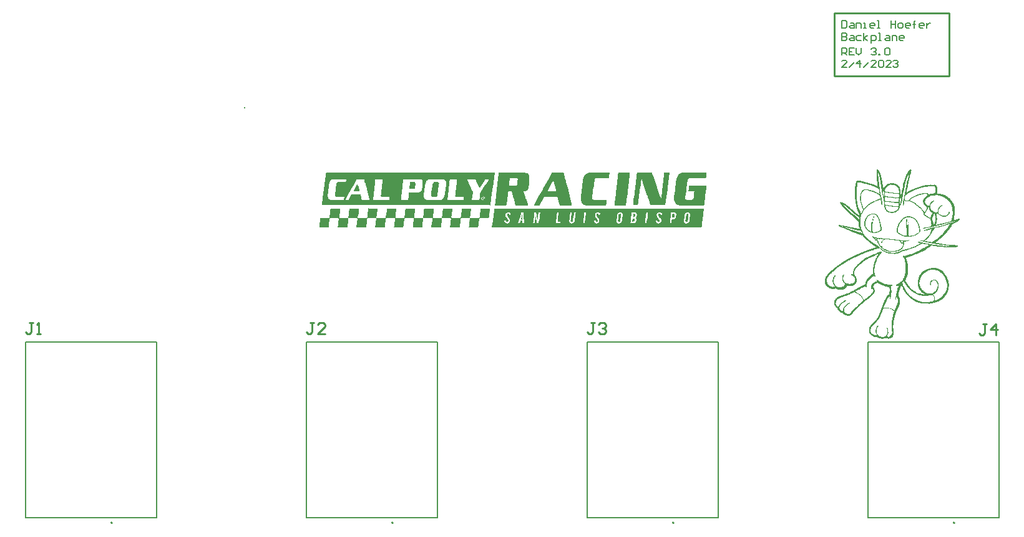
<source format=gto>
G04*
G04 #@! TF.GenerationSoftware,Altium Limited,Altium Designer,22.10.1 (41)*
G04*
G04 Layer_Color=65535*
%FSLAX25Y25*%
%MOIN*%
G70*
G04*
G04 #@! TF.SameCoordinates,66C44DD6-0DF7-4D2E-9D42-8CDDC65AF405*
G04*
G04*
G04 #@! TF.FilePolarity,Positive*
G04*
G01*
G75*
%ADD10C,0.00787*%
%ADD11C,0.01000*%
%ADD12C,0.00500*%
G36*
X132500Y264293D02*
X131793D01*
Y265000D01*
X132500D01*
Y264293D01*
D02*
G37*
G36*
X282069Y229999D02*
X282188D01*
Y229762D01*
X282544D01*
Y229702D01*
X283019D01*
Y229643D01*
X283256D01*
Y229405D01*
X283316D01*
Y229346D01*
X283375D01*
Y229287D01*
X283434D01*
Y229346D01*
X283553D01*
Y229287D01*
X283612D01*
Y229049D01*
X283672D01*
Y228990D01*
X283731D01*
Y228931D01*
X283968D01*
Y228634D01*
X284028D01*
Y227922D01*
X284087D01*
Y226023D01*
X284028D01*
Y223887D01*
X283968D01*
Y223768D01*
X283909D01*
Y223353D01*
X283968D01*
Y223234D01*
X283850D01*
Y223768D01*
X283790D01*
Y223175D01*
X283731D01*
Y223115D01*
X283672D01*
Y222047D01*
X283612D01*
Y221632D01*
X283553D01*
Y221572D01*
X283375D01*
Y221335D01*
X283316D01*
Y220979D01*
X283256D01*
Y220920D01*
X283019D01*
Y220860D01*
X282900D01*
Y220564D01*
X282544D01*
Y220504D01*
X282485D01*
Y220445D01*
X282247D01*
Y220267D01*
X282188D01*
Y220208D01*
X281535D01*
Y220148D01*
X281120D01*
Y220089D01*
X281061D01*
Y219792D01*
X281120D01*
Y219614D01*
X281061D01*
Y219555D01*
X281120D01*
Y219436D01*
X281357D01*
Y219377D01*
X281417D01*
Y218962D01*
X281476D01*
Y218368D01*
X281535D01*
Y218309D01*
X281713D01*
Y218249D01*
X281773D01*
Y217893D01*
X281832D01*
Y217537D01*
X281891D01*
Y217241D01*
X282129D01*
Y216885D01*
X282188D01*
Y216232D01*
X282247D01*
Y216113D01*
X282366D01*
Y216173D01*
X282425D01*
Y216113D01*
X282485D01*
Y215816D01*
X282544D01*
Y215460D01*
X282604D01*
Y215045D01*
X282841D01*
Y214808D01*
X282900D01*
Y214274D01*
X282960D01*
Y213977D01*
X283019D01*
Y213917D01*
X283197D01*
Y213858D01*
X283256D01*
Y213562D01*
X283316D01*
Y213087D01*
X283375D01*
Y213027D01*
X283316D01*
Y212909D01*
X283375D01*
Y212671D01*
X283553D01*
Y212612D01*
X283494D01*
Y212553D01*
X283434D01*
Y212612D01*
X283375D01*
Y212553D01*
X283256D01*
Y212493D01*
X276788D01*
Y212553D01*
X276669D01*
Y212909D01*
X276610D01*
Y213265D01*
X276432D01*
Y213324D01*
X276373D01*
Y213680D01*
X276313D01*
Y214333D01*
X276254D01*
Y214630D01*
X276195D01*
Y214689D01*
X276017D01*
Y214808D01*
X275957D01*
Y214867D01*
X276017D01*
Y214926D01*
X275957D01*
Y215520D01*
X275898D01*
Y216113D01*
X275839D01*
Y216173D01*
X275661D01*
Y216232D01*
X275601D01*
Y216885D01*
X275542D01*
Y217300D01*
X275483D01*
Y217597D01*
X275364D01*
Y217537D01*
X275305D01*
Y217597D01*
X275245D01*
Y218012D01*
X275186D01*
Y218783D01*
X275127D01*
Y219021D01*
X275008D01*
Y218962D01*
X274949D01*
Y219080D01*
X274889D01*
Y219436D01*
X274830D01*
Y219852D01*
X274770D01*
Y220089D01*
X274711D01*
Y220148D01*
X272990D01*
Y220089D01*
X272931D01*
Y219792D01*
X272872D01*
Y219733D01*
X272812D01*
Y219792D01*
X272753D01*
Y219733D01*
X272693D01*
Y219436D01*
X272634D01*
Y217300D01*
X272575D01*
Y217122D01*
X272516D01*
Y217063D01*
X272456D01*
Y217122D01*
X272397D01*
Y216588D01*
X272338D01*
Y216469D01*
X272278D01*
Y215104D01*
X272219D01*
Y214274D01*
X272160D01*
Y213917D01*
X271981D01*
Y213562D01*
X271922D01*
Y212790D01*
X271863D01*
Y212553D01*
X271803D01*
Y212493D01*
X266047D01*
Y212553D01*
X265691D01*
Y213265D01*
X265751D01*
Y213562D01*
X265810D01*
Y213324D01*
X265929D01*
Y213917D01*
X265988D01*
Y214808D01*
X266047D01*
Y216113D01*
X266107D01*
Y216232D01*
X266344D01*
Y216351D01*
X266285D01*
Y216588D01*
X266344D01*
Y216647D01*
X266285D01*
Y216825D01*
X266344D01*
Y217597D01*
X266403D01*
Y219080D01*
X266463D01*
Y219258D01*
X266581D01*
Y219199D01*
X266641D01*
Y219733D01*
X266700D01*
Y219970D01*
X266759D01*
Y221632D01*
X266819D01*
Y222107D01*
X266878D01*
Y222166D01*
X266819D01*
Y222344D01*
X266878D01*
Y222463D01*
X266937D01*
Y222403D01*
X266997D01*
Y222463D01*
X267056D01*
Y222522D01*
X266997D01*
Y222641D01*
X267056D01*
Y223175D01*
X267115D01*
Y224896D01*
X267175D01*
Y225311D01*
X267234D01*
Y225370D01*
X267353D01*
Y225430D01*
X267412D01*
Y225726D01*
X267472D01*
Y227091D01*
X267531D01*
Y228219D01*
X267590D01*
Y228515D01*
X267650D01*
Y228337D01*
X267768D01*
Y228990D01*
X267828D01*
Y229940D01*
X267887D01*
Y230058D01*
X281832D01*
Y229999D01*
X282010D01*
Y230058D01*
X282069D01*
Y229999D01*
D02*
G37*
G36*
X337969Y229821D02*
X337850D01*
Y229880D01*
X337969D01*
Y229821D01*
D02*
G37*
G36*
X337731Y229940D02*
X337791D01*
Y229702D01*
X337731D01*
Y228575D01*
X337672D01*
Y227151D01*
X337613D01*
Y227091D01*
X337435D01*
Y227032D01*
X337375D01*
Y226973D01*
X337435D01*
Y226795D01*
X337375D01*
Y226379D01*
X337316D01*
Y224836D01*
X337257D01*
Y224124D01*
X337197D01*
Y224065D01*
X337138D01*
Y224124D01*
X337078D01*
Y223590D01*
X337019D01*
Y223353D01*
X336960D01*
Y223234D01*
X337019D01*
Y222819D01*
X336960D01*
Y221988D01*
X336900D01*
Y221276D01*
X336841D01*
Y221217D01*
X336663D01*
Y220623D01*
X336604D01*
Y219080D01*
X336544D01*
Y217953D01*
X336485D01*
Y217656D01*
X336426D01*
Y217893D01*
X336307D01*
Y217775D01*
X336366D01*
Y217715D01*
X336307D01*
Y217597D01*
X336248D01*
Y216588D01*
X336188D01*
Y215401D01*
X336129D01*
Y214986D01*
X336010D01*
Y215045D01*
X335951D01*
Y214748D01*
X335892D01*
Y213621D01*
X335832D01*
Y212790D01*
X335773D01*
Y212553D01*
X335476D01*
Y212493D01*
X329661D01*
Y212553D01*
X329602D01*
Y214274D01*
X329661D01*
Y214392D01*
X329720D01*
Y214452D01*
X329780D01*
Y214392D01*
X329898D01*
Y214511D01*
X329839D01*
Y214867D01*
X329780D01*
Y214511D01*
X329661D01*
Y214986D01*
X329780D01*
Y214926D01*
X329839D01*
Y214986D01*
X329898D01*
Y215104D01*
X329958D01*
Y216469D01*
X330017D01*
Y217300D01*
X330076D01*
Y217656D01*
X330195D01*
Y217597D01*
X330254D01*
Y218012D01*
X330314D01*
Y219496D01*
X330373D01*
Y220564D01*
X330432D01*
Y220623D01*
X330610D01*
Y220920D01*
X330670D01*
Y221632D01*
X330729D01*
Y223353D01*
X330788D01*
Y223590D01*
X330966D01*
Y223887D01*
X331026D01*
Y224955D01*
X331085D01*
Y226142D01*
X331144D01*
Y226438D01*
X331204D01*
Y226498D01*
X331382D01*
Y226617D01*
Y226676D01*
Y226973D01*
X331204D01*
Y227032D01*
X331382D01*
Y227151D01*
X331441D01*
Y228693D01*
X331500D01*
Y229465D01*
X331560D01*
Y229643D01*
X331619D01*
Y229465D01*
X331679D01*
Y229643D01*
X331738D01*
Y229762D01*
X331797D01*
Y229999D01*
X331916D01*
Y230058D01*
X337731D01*
Y229940D01*
D02*
G37*
G36*
X378854Y228278D02*
X378795D01*
Y228159D01*
X378736D01*
Y228100D01*
X378677D01*
Y228159D01*
X378617D01*
Y227625D01*
X378558D01*
Y227507D01*
X378499D01*
Y227151D01*
X369360D01*
Y227091D01*
X369301D01*
Y226854D01*
X369241D01*
Y226795D01*
X368945D01*
Y226735D01*
X368885D01*
Y226438D01*
X368826D01*
Y226379D01*
X368766D01*
Y226438D01*
X368707D01*
Y226379D01*
X368648D01*
Y226320D01*
X368588D01*
Y224955D01*
X368529D01*
Y224124D01*
X368470D01*
Y223828D01*
X368292D01*
Y223768D01*
X368232D01*
Y222700D01*
X368173D01*
Y220920D01*
X368114D01*
Y220564D01*
X368054D01*
Y220623D01*
X367995D01*
Y220742D01*
X368054D01*
Y220801D01*
X367995D01*
Y220860D01*
X367936D01*
Y220267D01*
X367876D01*
Y219792D01*
X367817D01*
Y219614D01*
X367876D01*
Y219555D01*
X367817D01*
Y218665D01*
X367758D01*
Y217953D01*
X367698D01*
Y217893D01*
X367580D01*
Y217834D01*
X367520D01*
Y217122D01*
X367461D01*
Y216944D01*
X367520D01*
Y216885D01*
X367461D01*
Y216825D01*
X367520D01*
Y216707D01*
X367461D01*
Y216173D01*
X367520D01*
Y215935D01*
X367580D01*
Y215876D01*
X367639D01*
Y215935D01*
X367698D01*
Y215876D01*
X367758D01*
Y215816D01*
X367817D01*
Y215757D01*
X367936D01*
Y215698D01*
X368173D01*
Y215460D01*
X371022D01*
Y215520D01*
X371140D01*
Y215579D01*
X371081D01*
Y215698D01*
X371140D01*
Y215757D01*
X371496D01*
Y215935D01*
X371556D01*
Y216113D01*
X371615D01*
Y216173D01*
X371852D01*
Y216529D01*
X371912D01*
Y217953D01*
X371971D01*
Y218131D01*
X372030D01*
Y218071D01*
X372149D01*
Y218724D01*
X372208D01*
Y219792D01*
X372268D01*
Y220089D01*
X372208D01*
Y220148D01*
X372149D01*
Y220208D01*
X371971D01*
Y220148D01*
X371912D01*
Y220208D01*
X369538D01*
Y220148D01*
X369419D01*
Y220208D01*
X369241D01*
Y220267D01*
X369182D01*
Y220860D01*
X369241D01*
Y221039D01*
X369301D01*
Y222107D01*
Y222166D01*
Y222463D01*
X369360D01*
Y222997D01*
X369419D01*
Y223056D01*
X369538D01*
Y222997D01*
X369597D01*
Y223056D01*
X369775D01*
Y223115D01*
X378795D01*
Y223056D01*
X378854D01*
Y221751D01*
X378795D01*
Y221572D01*
X378736D01*
Y221513D01*
X378677D01*
Y221572D01*
X378617D01*
Y221335D01*
X378558D01*
Y220920D01*
X378499D01*
Y219496D01*
X378439D01*
Y218665D01*
X378380D01*
Y218605D01*
X378320D01*
Y218665D01*
X378202D01*
Y218190D01*
X378320D01*
Y218249D01*
X378380D01*
Y218071D01*
X378320D01*
Y218131D01*
X378202D01*
Y217953D01*
X378142D01*
Y216469D01*
X378083D01*
Y215757D01*
X378024D01*
Y215401D01*
X377846D01*
Y215104D01*
X377786D01*
Y214333D01*
X377727D01*
Y212849D01*
X377668D01*
Y212790D01*
X377430D01*
Y212553D01*
X377312D01*
Y212493D01*
X364494D01*
Y212553D01*
X364079D01*
Y212612D01*
X364019D01*
Y212671D01*
X364079D01*
Y212731D01*
X363841D01*
Y212790D01*
X363485D01*
Y212849D01*
X363129D01*
Y212909D01*
X362951D01*
Y212968D01*
X362773D01*
Y213146D01*
X362714D01*
Y213206D01*
X362595D01*
Y213265D01*
X362536D01*
Y213206D01*
X362417D01*
Y213265D01*
X362358D01*
Y213562D01*
X362298D01*
Y213621D01*
X362002D01*
Y213680D01*
X361942D01*
Y214036D01*
X361883D01*
Y214274D01*
X361646D01*
Y214392D01*
X361586D01*
Y214986D01*
X361527D01*
Y215164D01*
X361468D01*
Y215223D01*
X361527D01*
Y215342D01*
X361468D01*
Y217181D01*
X361527D01*
Y217953D01*
X361586D01*
Y218843D01*
X361646D01*
Y218902D01*
X361586D01*
Y219021D01*
X361646D01*
Y219496D01*
X361705D01*
Y219852D01*
X361764D01*
Y219792D01*
X361824D01*
Y219852D01*
X361883D01*
Y220267D01*
X361942D01*
Y222344D01*
X362002D01*
Y222759D01*
X362061D01*
Y222819D01*
X362180D01*
Y222997D01*
X362239D01*
Y223234D01*
X362298D01*
Y223293D01*
X362239D01*
Y223353D01*
X362298D01*
Y224243D01*
X362358D01*
Y225667D01*
X362417D01*
Y225786D01*
X362536D01*
Y225726D01*
X362595D01*
Y226023D01*
X362654D01*
Y226735D01*
X362714D01*
Y227091D01*
X362773D01*
Y227151D01*
X363011D01*
Y227447D01*
X363070D01*
Y227863D01*
X363129D01*
Y227922D01*
X363367D01*
Y228219D01*
X363426D01*
Y228337D01*
X363485D01*
Y228397D01*
X363426D01*
Y228515D01*
X363485D01*
Y228575D01*
X363782D01*
Y228931D01*
X363841D01*
Y228990D01*
X364138D01*
Y229049D01*
X364197D01*
Y229287D01*
X364257D01*
Y229346D01*
X364375D01*
Y229287D01*
X364435D01*
Y229346D01*
X364494D01*
Y229405D01*
X364553D01*
Y229465D01*
X364613D01*
Y229524D01*
X364553D01*
Y229643D01*
X364850D01*
Y229702D01*
X365265D01*
Y229762D01*
X365325D01*
Y229821D01*
X365384D01*
Y229880D01*
X365325D01*
Y229940D01*
X365384D01*
Y229999D01*
X365681D01*
Y230058D01*
X378854D01*
Y228278D01*
D02*
G37*
G36*
X326991Y229287D02*
X326931D01*
Y229049D01*
X326872D01*
Y229227D01*
X326753D01*
Y229168D01*
X326813D01*
Y229049D01*
X326753D01*
Y228931D01*
X326694D01*
Y228159D01*
X326635D01*
Y227151D01*
X319632D01*
Y227091D01*
X319395D01*
Y227032D01*
Y226854D01*
X319336D01*
Y226795D01*
X319276D01*
Y226735D01*
X319217D01*
Y226676D01*
X318980D01*
Y226438D01*
X318920D01*
Y225192D01*
X318861D01*
Y225133D01*
X318920D01*
Y225074D01*
X318861D01*
Y224658D01*
X318742D01*
Y224836D01*
X318683D01*
Y224302D01*
X318623D01*
Y223531D01*
X318564D01*
Y222403D01*
X318505D01*
Y221988D01*
X318267D01*
Y221276D01*
X318208D01*
Y219140D01*
X318149D01*
Y218962D01*
X318089D01*
Y218843D01*
X318149D01*
Y218487D01*
X318089D01*
Y218427D01*
X318030D01*
Y218962D01*
X317971D01*
Y218427D01*
X317911D01*
Y218309D01*
X317852D01*
Y216944D01*
X317793D01*
Y216173D01*
X317852D01*
Y215816D01*
X317971D01*
Y215757D01*
X318208D01*
Y215698D01*
X318267D01*
Y215520D01*
X325032D01*
Y215638D01*
X324973D01*
Y215698D01*
X325092D01*
Y215520D01*
X325151D01*
Y215460D01*
X325210D01*
Y215342D01*
X325270D01*
Y215045D01*
X325210D01*
Y213265D01*
X325151D01*
Y212553D01*
X324795D01*
Y212493D01*
X314529D01*
Y212553D01*
X314113D01*
Y212612D01*
X314054D01*
Y212671D01*
X314113D01*
Y212731D01*
X313995D01*
Y212553D01*
X313876D01*
Y212790D01*
X313817D01*
Y212849D01*
X313342D01*
Y212909D01*
X313105D01*
Y212968D01*
X313045D01*
Y213206D01*
X312689D01*
Y213265D01*
X312630D01*
Y213502D01*
X312571D01*
Y213562D01*
X312511D01*
Y213502D01*
X312452D01*
Y213562D01*
X312393D01*
Y213621D01*
X312333D01*
Y213680D01*
X312274D01*
Y213858D01*
X312215D01*
Y213917D01*
X311977D01*
Y214274D01*
X311918D01*
Y214630D01*
X311859D01*
Y214689D01*
X311799D01*
Y214630D01*
X311740D01*
Y214689D01*
X311681D01*
Y214808D01*
X311621D01*
Y214867D01*
X311681D01*
Y214986D01*
X311621D01*
Y217953D01*
X311681D01*
Y218071D01*
X311859D01*
Y218131D01*
X311918D01*
Y218190D01*
X311859D01*
Y218605D01*
X311918D01*
Y219436D01*
X311977D01*
Y220979D01*
X312037D01*
Y221335D01*
X312215D01*
Y221572D01*
X312274D01*
Y221988D01*
X312333D01*
Y223234D01*
X312393D01*
Y224243D01*
X312452D01*
Y224302D01*
X312571D01*
Y224480D01*
X312630D01*
Y225014D01*
X312689D01*
Y226320D01*
X312749D01*
Y226676D01*
X312808D01*
Y226735D01*
X312986D01*
Y226795D01*
X313045D01*
Y227151D01*
X313105D01*
Y227566D01*
X313164D01*
Y227625D01*
X313223D01*
Y227566D01*
X313342D01*
Y227803D01*
X313401D01*
Y227922D01*
X313461D01*
Y228219D01*
X313520D01*
Y228278D01*
X313757D01*
Y228515D01*
X313817D01*
Y228634D01*
X313876D01*
Y228693D01*
X314054D01*
Y228753D01*
X314113D01*
Y228812D01*
X314054D01*
Y228871D01*
X314113D01*
Y228931D01*
X314173D01*
Y228990D01*
X314470D01*
Y229227D01*
X314529D01*
Y229346D01*
X314826D01*
Y229405D01*
X314885D01*
Y229643D01*
X314944D01*
Y229702D01*
X315360D01*
Y229762D01*
X315656D01*
Y229999D01*
X315894D01*
Y230058D01*
X326991D01*
Y229287D01*
D02*
G37*
G36*
X265632Y229049D02*
X265573D01*
Y228931D01*
X265513D01*
Y228871D01*
X265454D01*
Y228931D01*
X265395D01*
Y228634D01*
X265335D01*
Y228219D01*
X265276D01*
Y227091D01*
X265217D01*
Y226913D01*
X265276D01*
Y226854D01*
X265217D01*
Y226082D01*
X265157D01*
Y225964D01*
X265098D01*
Y226023D01*
X265039D01*
Y225964D01*
X264979D01*
Y225904D01*
X265039D01*
Y225786D01*
X264979D01*
Y225311D01*
X264920D01*
Y223590D01*
X264861D01*
Y223412D01*
X264683D01*
Y223353D01*
X264623D01*
Y222759D01*
X264564D01*
Y221929D01*
X264505D01*
Y221454D01*
X264564D01*
Y221394D01*
X264505D01*
Y220504D01*
X264445D01*
Y219911D01*
X264386D01*
Y219970D01*
X264267D01*
Y219792D01*
X264208D01*
Y218724D01*
X264148D01*
Y217656D01*
X264089D01*
Y217537D01*
X263970D01*
Y217597D01*
X263911D01*
Y217537D01*
X263852D01*
Y216469D01*
X263792D01*
Y214689D01*
X263733D01*
Y214392D01*
X263614D01*
Y214570D01*
X263555D01*
Y214333D01*
X263496D01*
Y213621D01*
X263436D01*
Y212909D01*
X263377D01*
Y212790D01*
X263318D01*
Y212731D01*
X263258D01*
Y212671D01*
X263318D01*
Y212612D01*
X263258D01*
Y212553D01*
X263199D01*
Y212731D01*
X173476D01*
Y212790D01*
X173416D01*
Y212909D01*
X173357D01*
Y213206D01*
X173416D01*
Y214630D01*
X173476D01*
Y214808D01*
X173594D01*
Y214748D01*
X173653D01*
Y215045D01*
X173713D01*
Y215520D01*
X173772D01*
Y216944D01*
X173831D01*
Y217656D01*
X173891D01*
Y217715D01*
X173950D01*
Y217656D01*
X174010D01*
Y217893D01*
X174069D01*
Y218665D01*
X174128D01*
Y220148D01*
X174188D01*
Y220267D01*
X174247D01*
Y220326D01*
X174188D01*
Y220445D01*
X174247D01*
Y220623D01*
X174306D01*
Y220564D01*
X174366D01*
Y220623D01*
X174425D01*
Y220682D01*
X174366D01*
Y220801D01*
X174425D01*
Y220920D01*
X174484D01*
Y222344D01*
X174544D01*
Y223412D01*
X174603D01*
Y223768D01*
X174662D01*
Y223531D01*
X174722D01*
Y223590D01*
X174781D01*
Y223887D01*
X174840D01*
Y225252D01*
X174900D01*
Y226023D01*
X174959D01*
Y226142D01*
X175078D01*
Y226082D01*
X175137D01*
Y226201D01*
X175196D01*
Y226498D01*
X175137D01*
Y226617D01*
X175196D01*
Y227507D01*
X175256D01*
Y228990D01*
X175315D01*
Y229643D01*
X175493D01*
Y229702D01*
X175552D01*
Y229940D01*
X175612D01*
Y230058D01*
X265632D01*
Y229049D01*
D02*
G37*
G36*
X302364Y229940D02*
X302423D01*
Y229702D01*
X302483D01*
Y229643D01*
X302542D01*
Y229702D01*
X302661D01*
Y229643D01*
X302720D01*
Y229287D01*
X302779D01*
Y228575D01*
X302839D01*
Y228278D01*
X302898D01*
Y228219D01*
X302957D01*
Y228278D01*
X303017D01*
Y228219D01*
X303076D01*
Y227863D01*
X303135D01*
Y227091D01*
X303195D01*
Y226795D01*
X303432D01*
Y226676D01*
X303491D01*
Y226023D01*
X303551D01*
Y225370D01*
X303610D01*
Y225311D01*
X303788D01*
Y225252D01*
X303848D01*
Y224540D01*
X303907D01*
Y224124D01*
X303966D01*
Y223887D01*
X304204D01*
Y223471D01*
X304263D01*
Y222700D01*
X304322D01*
Y222463D01*
X304500D01*
Y222403D01*
X304560D01*
Y221988D01*
X304619D01*
Y221572D01*
X304678D01*
Y221276D01*
X304738D01*
Y221217D01*
X304797D01*
Y221276D01*
X304916D01*
Y220860D01*
X304975D01*
Y219911D01*
X305034D01*
Y219733D01*
X305272D01*
Y219614D01*
X305212D01*
Y219555D01*
X305272D01*
Y219436D01*
X305331D01*
Y218783D01*
X305390D01*
Y218368D01*
X305450D01*
Y218309D01*
X305509D01*
Y218368D01*
X305628D01*
Y218071D01*
X305687D01*
Y217300D01*
X305747D01*
Y216944D01*
X305806D01*
Y216885D01*
X305984D01*
Y216825D01*
X306043D01*
Y216410D01*
X306102D01*
Y215698D01*
X306162D01*
Y215460D01*
X306340D01*
Y215401D01*
X306399D01*
Y214986D01*
X306458D01*
Y214333D01*
X306518D01*
Y214036D01*
X306577D01*
Y213977D01*
X306637D01*
Y214036D01*
X306755D01*
Y213858D01*
X306815D01*
Y213739D01*
X306755D01*
Y213680D01*
X306815D01*
Y212553D01*
X306755D01*
Y212493D01*
X300584D01*
Y212553D01*
X300524D01*
Y212790D01*
X300287D01*
Y212909D01*
X300228D01*
Y213265D01*
X300168D01*
Y213680D01*
X300109D01*
Y213799D01*
X300168D01*
Y213858D01*
X300109D01*
Y213977D01*
X299990D01*
Y213917D01*
X299931D01*
Y213977D01*
X299872D01*
Y214630D01*
X299812D01*
Y215282D01*
X299753D01*
Y215401D01*
X299575D01*
Y215460D01*
X299516D01*
Y215757D01*
X299456D01*
Y216291D01*
X299397D01*
Y216351D01*
X299456D01*
Y216410D01*
X299397D01*
Y216647D01*
X299338D01*
Y216707D01*
X299397D01*
Y216825D01*
X299160D01*
Y216885D01*
X299100D01*
Y217181D01*
X299041D01*
Y217241D01*
X292217D01*
Y217181D01*
X292157D01*
Y216944D01*
X292098D01*
Y216885D01*
X291801D01*
Y216647D01*
X291742D01*
Y216410D01*
X291683D01*
Y216351D01*
X291742D01*
Y216291D01*
X291683D01*
Y216173D01*
X291445D01*
Y216054D01*
X291386D01*
Y215757D01*
X291327D01*
Y215520D01*
X291267D01*
Y215460D01*
X291149D01*
Y215520D01*
X291089D01*
Y215460D01*
X291030D01*
Y215104D01*
X290971D01*
Y214986D01*
X290911D01*
Y214808D01*
X290852D01*
Y214986D01*
X290733D01*
Y214748D01*
X290674D01*
Y214689D01*
X290615D01*
Y214333D01*
X290318D01*
Y213977D01*
X290259D01*
Y213621D01*
X289962D01*
Y213562D01*
X289902D01*
Y213206D01*
X289843D01*
Y212968D01*
X289784D01*
Y212909D01*
X289724D01*
Y212968D01*
X289665D01*
Y212909D01*
X289606D01*
Y212849D01*
X289546D01*
Y212553D01*
X289428D01*
Y212493D01*
X286639D01*
Y212553D01*
X286579D01*
Y212909D01*
X286639D01*
Y213027D01*
X286579D01*
Y213087D01*
X286639D01*
Y213206D01*
X286698D01*
Y213265D01*
X286757D01*
Y213206D01*
X286876D01*
Y213265D01*
X286935D01*
Y213562D01*
X286995D01*
Y213858D01*
X287054D01*
Y213917D01*
X287291D01*
Y214274D01*
X287351D01*
Y214392D01*
X287410D01*
Y214570D01*
X287469D01*
Y214630D01*
X287529D01*
Y214570D01*
X287588D01*
Y214630D01*
X287648D01*
Y214689D01*
X287707D01*
Y215045D01*
X287766D01*
Y215104D01*
X287825D01*
Y215164D01*
X287944D01*
Y215282D01*
X288003D01*
Y215401D01*
X288063D01*
Y215698D01*
X288122D01*
Y215757D01*
X288181D01*
Y215816D01*
X288419D01*
Y216173D01*
X288478D01*
Y216469D01*
X288538D01*
Y216529D01*
X288775D01*
Y216885D01*
X288834D01*
Y216944D01*
X288894D01*
Y217181D01*
X289131D01*
Y217300D01*
X289190D01*
Y217656D01*
X289250D01*
Y217715D01*
X289428D01*
Y217893D01*
X289487D01*
Y217953D01*
X289546D01*
Y218309D01*
X289606D01*
Y218368D01*
X289843D01*
Y218665D01*
X289902D01*
Y218962D01*
X289962D01*
Y219080D01*
X290199D01*
Y219140D01*
X290259D01*
Y219436D01*
X290318D01*
Y219733D01*
X290377D01*
Y219792D01*
X290437D01*
Y219733D01*
X290555D01*
Y219792D01*
X290615D01*
Y220148D01*
X290674D01*
Y220208D01*
X290733D01*
Y220267D01*
X290971D01*
Y220564D01*
X291030D01*
Y220920D01*
X291089D01*
Y220979D01*
X291208D01*
Y220920D01*
X291267D01*
Y220979D01*
X291327D01*
Y221276D01*
X291386D01*
Y221513D01*
X291445D01*
Y221632D01*
X291683D01*
Y221751D01*
X291742D01*
Y222047D01*
X291801D01*
Y222344D01*
X292039D01*
Y222403D01*
X292098D01*
Y222700D01*
X292157D01*
Y222819D01*
X292217D01*
Y222878D01*
X292276D01*
Y222819D01*
X292395D01*
Y223115D01*
X292454D01*
Y223412D01*
X292513D01*
Y223471D01*
X292573D01*
Y223531D01*
X292810D01*
Y223828D01*
X292869D01*
Y224184D01*
X292929D01*
Y224243D01*
X293166D01*
Y224540D01*
X293226D01*
Y224658D01*
X293285D01*
Y224896D01*
X293522D01*
Y224955D01*
X293582D01*
Y225311D01*
X293641D01*
Y225608D01*
X293878D01*
Y225667D01*
X293938D01*
Y225964D01*
X293997D01*
Y226082D01*
X294056D01*
Y226142D01*
X294116D01*
Y226082D01*
X294234D01*
Y226320D01*
X294294D01*
Y226498D01*
X294353D01*
Y226557D01*
X294294D01*
Y226676D01*
X294353D01*
Y226795D01*
X294590D01*
Y226854D01*
X294650D01*
Y227091D01*
X294709D01*
Y227447D01*
X294768D01*
Y227507D01*
X295006D01*
Y227803D01*
X295065D01*
Y227922D01*
X295124D01*
Y228159D01*
X295184D01*
Y228219D01*
X295243D01*
Y228159D01*
X295362D01*
Y228219D01*
X295421D01*
Y228575D01*
X295480D01*
Y228871D01*
X295718D01*
Y228931D01*
X295777D01*
Y229049D01*
X295836D01*
Y229346D01*
X296074D01*
Y229405D01*
X296133D01*
Y229702D01*
X296193D01*
Y229999D01*
X296549D01*
Y230058D01*
X302364D01*
Y229940D01*
D02*
G37*
G36*
X378736Y227685D02*
X378677D01*
Y227744D01*
X378736D01*
Y227685D01*
D02*
G37*
G36*
X265157Y225845D02*
Y225786D01*
X265098D01*
Y225904D01*
X265157D01*
Y225845D01*
D02*
G37*
G36*
X312511Y224421D02*
X312452D01*
Y224480D01*
X312511D01*
Y224421D01*
D02*
G37*
G36*
X337197Y223590D02*
X337138D01*
Y223650D01*
Y223709D01*
Y223946D01*
X337197D01*
Y223590D01*
D02*
G37*
G36*
X292276Y222937D02*
X292217D01*
Y222997D01*
X292276D01*
Y222937D01*
D02*
G37*
G36*
X266937Y222581D02*
X266878D01*
Y222641D01*
X266937D01*
Y222581D01*
D02*
G37*
G36*
X358144Y222522D02*
X358085D01*
Y222581D01*
X358144D01*
Y222522D01*
D02*
G37*
G36*
X369123Y220682D02*
X369063D01*
Y220801D01*
X369123D01*
Y220682D01*
D02*
G37*
G36*
X340461D02*
X340342D01*
Y220742D01*
Y220801D01*
X340461D01*
Y220682D01*
D02*
G37*
G36*
X336841D02*
X336782D01*
Y220742D01*
X336841D01*
Y220682D01*
D02*
G37*
G36*
X340461Y220386D02*
X340342D01*
Y220445D01*
X340461D01*
Y220386D01*
D02*
G37*
G36*
X369123Y220267D02*
X369063D01*
Y220326D01*
X369123D01*
Y220267D01*
D02*
G37*
G36*
X272872Y219555D02*
X272812D01*
Y219614D01*
X272872D01*
Y219555D01*
D02*
G37*
G36*
X266581D02*
X266522D01*
Y219436D01*
X266581D01*
Y219377D01*
X266463D01*
Y219674D01*
X266581D01*
Y219555D01*
D02*
G37*
G36*
X488107Y231544D02*
X488270D01*
Y231056D01*
X488107D01*
Y230893D01*
X487944D01*
Y229590D01*
X487781D01*
Y228939D01*
X487619D01*
Y228613D01*
X487456D01*
Y227636D01*
X487293D01*
Y226985D01*
X487130D01*
Y226171D01*
X486967D01*
Y225682D01*
X486804D01*
Y225194D01*
X486642D01*
Y224054D01*
X486479D01*
Y223403D01*
X486316D01*
Y222100D01*
X486153D01*
Y221611D01*
X485990D01*
Y220960D01*
X485827D01*
Y219495D01*
X486153D01*
Y219657D01*
X486316D01*
Y219820D01*
X486479D01*
Y219983D01*
X486804D01*
Y220146D01*
X486967D01*
Y220309D01*
X487456D01*
Y220472D01*
X487619D01*
Y220635D01*
X488107D01*
Y220797D01*
X488270D01*
Y220960D01*
X488758D01*
Y221123D01*
X489247D01*
Y221286D01*
X489410D01*
Y221449D01*
X490061D01*
Y221611D01*
X490224D01*
Y221774D01*
X490875D01*
Y221937D01*
X491201D01*
Y222100D01*
X491364D01*
Y222263D01*
X492015D01*
Y222426D01*
X492178D01*
Y222588D01*
X492992D01*
Y222751D01*
X493318D01*
Y222914D01*
X493969D01*
Y223077D01*
X494783D01*
Y223240D01*
X495272D01*
Y223403D01*
X497063D01*
Y223566D01*
X498528D01*
Y223728D01*
X498854D01*
Y223566D01*
X500482D01*
Y223728D01*
X500808D01*
Y223566D01*
X501134D01*
Y223403D01*
X501459D01*
Y223240D01*
X501622D01*
Y222914D01*
X501785D01*
Y222588D01*
X501948D01*
Y218843D01*
X502762D01*
Y218681D01*
X504065D01*
Y218518D01*
X504227D01*
Y218355D01*
X505367D01*
Y218192D01*
X505693D01*
Y218029D01*
X506344D01*
Y217866D01*
X506670D01*
Y217541D01*
X506996D01*
Y217378D01*
X507321D01*
Y217215D01*
X507647D01*
Y217052D01*
X507810D01*
Y216889D01*
X507973D01*
Y216727D01*
X508135D01*
Y216564D01*
X508298D01*
Y216401D01*
X508624D01*
Y216238D01*
X508787D01*
Y216075D01*
X508950D01*
Y215750D01*
X509112D01*
Y215587D01*
X509275D01*
Y215424D01*
X509438D01*
Y215261D01*
X509601D01*
Y215098D01*
X509764D01*
Y214610D01*
X509927D01*
Y214447D01*
X510089D01*
Y214121D01*
X510252D01*
Y213958D01*
X510415D01*
Y213633D01*
X510578D01*
Y213307D01*
X510741D01*
Y213144D01*
X510904D01*
Y212330D01*
X511066D01*
Y212167D01*
X511229D01*
Y210539D01*
X511392D01*
Y208097D01*
X511229D01*
Y206957D01*
X511066D01*
Y206142D01*
X510904D01*
Y204677D01*
X511392D01*
Y204840D01*
X511880D01*
Y205003D01*
X512532D01*
Y205166D01*
X513183D01*
Y205328D01*
X513672D01*
Y205491D01*
X513834D01*
Y205328D01*
X513997D01*
Y204677D01*
X513834D01*
Y204514D01*
X513672D01*
Y204351D01*
X513509D01*
Y204188D01*
X513183D01*
Y204026D01*
X513020D01*
Y203863D01*
X512532D01*
Y203700D01*
X512369D01*
Y203537D01*
X512043D01*
Y203374D01*
X511555D01*
Y203211D01*
X511392D01*
Y203049D01*
X510904D01*
Y202886D01*
X510578D01*
Y202723D01*
X510252D01*
Y202560D01*
X510089D01*
Y202235D01*
X509927D01*
Y202072D01*
X509764D01*
Y201583D01*
X509601D01*
Y201257D01*
X509438D01*
Y201095D01*
X509275D01*
Y200606D01*
X509112D01*
Y200443D01*
X508950D01*
Y200280D01*
X508787D01*
Y199955D01*
X508624D01*
Y199792D01*
X508461D01*
Y199466D01*
X508135D01*
Y199141D01*
X507973D01*
Y198978D01*
X507810D01*
Y198815D01*
X507647D01*
Y198652D01*
X507484D01*
Y198489D01*
X507321D01*
Y198164D01*
X507158D01*
Y198001D01*
X506996D01*
Y197838D01*
X506833D01*
Y197675D01*
X506670D01*
Y197512D01*
X506507D01*
Y197350D01*
X506344D01*
Y197187D01*
X506181D01*
Y196861D01*
X505856D01*
Y196698D01*
X505693D01*
Y196535D01*
X505530D01*
Y196373D01*
X505367D01*
Y196210D01*
X505204D01*
Y196047D01*
X505042D01*
Y195884D01*
X504879D01*
Y195721D01*
X504716D01*
Y195558D01*
X504390D01*
Y195396D01*
X504227D01*
Y195233D01*
X504065D01*
Y195070D01*
X503902D01*
Y194907D01*
X503576D01*
Y194744D01*
X503413D01*
Y194581D01*
X503251D01*
Y194419D01*
X503088D01*
Y194256D01*
X502925D01*
Y194093D01*
X502762D01*
Y193930D01*
X502599D01*
Y193767D01*
X502436D01*
Y193604D01*
X502273D01*
Y193442D01*
X502111D01*
Y193279D01*
X501948D01*
Y193116D01*
X501622D01*
Y192953D01*
X501459D01*
Y192790D01*
X501297D01*
Y192627D01*
X501459D01*
Y192465D01*
X501948D01*
Y192302D01*
X502925D01*
Y192139D01*
X504065D01*
Y191976D01*
X504716D01*
Y191813D01*
X506181D01*
Y191650D01*
X506833D01*
Y191488D01*
X509275D01*
Y191325D01*
X511555D01*
Y191162D01*
X512043D01*
Y190999D01*
X513183D01*
Y190511D01*
X512857D01*
Y190348D01*
X512532D01*
Y190185D01*
X510904D01*
Y190022D01*
X508950D01*
Y190185D01*
X505367D01*
Y190348D01*
X504553D01*
Y190511D01*
X501622D01*
Y190673D01*
X501134D01*
Y190836D01*
X499831D01*
Y190999D01*
X498854D01*
Y190836D01*
X498691D01*
Y190673D01*
X498365D01*
Y190511D01*
X498203D01*
Y190348D01*
X498040D01*
Y190185D01*
X497714D01*
Y190022D01*
X497389D01*
Y189859D01*
X497063D01*
Y189697D01*
X496737D01*
Y189534D01*
X496574D01*
Y189371D01*
X496412D01*
Y189208D01*
X496086D01*
Y189045D01*
X495923D01*
Y188882D01*
X495760D01*
Y188719D01*
X495597D01*
Y188557D01*
X494946D01*
Y188231D01*
X494457D01*
Y188068D01*
X494295D01*
Y187905D01*
X493969D01*
Y187742D01*
X493480D01*
Y187580D01*
X493318D01*
Y187417D01*
X492666D01*
Y187254D01*
X492503D01*
Y187091D01*
X492015D01*
Y186928D01*
X491527D01*
Y186766D01*
X491364D01*
Y186603D01*
X490712D01*
Y186440D01*
X490550D01*
Y186277D01*
X489898D01*
Y186114D01*
X489573D01*
Y185951D01*
X489247D01*
Y185789D01*
X488921D01*
Y185626D01*
X488596D01*
Y185463D01*
X487944D01*
Y185300D01*
X487781D01*
Y185137D01*
X487130D01*
Y184974D01*
X486804D01*
Y184811D01*
X486642D01*
Y184649D01*
X485665D01*
Y184486D01*
X485502D01*
Y183835D01*
X485665D01*
Y183672D01*
X485827D01*
Y182695D01*
X485990D01*
Y181718D01*
X486153D01*
Y181392D01*
X486316D01*
Y179112D01*
X486479D01*
Y176996D01*
X486316D01*
Y175530D01*
X486153D01*
Y175042D01*
X485990D01*
Y174553D01*
X485827D01*
Y173902D01*
X485665D01*
Y173739D01*
X485502D01*
Y173088D01*
X485339D01*
Y172925D01*
X485176D01*
Y172762D01*
X485013D01*
Y172436D01*
X484850D01*
Y172274D01*
X485013D01*
Y171948D01*
X485176D01*
Y171785D01*
X485339D01*
Y171622D01*
X485502D01*
Y171297D01*
X485665D01*
Y171134D01*
X485827D01*
Y170808D01*
X485990D01*
Y170645D01*
X486153D01*
Y170319D01*
X486316D01*
Y169994D01*
X486479D01*
Y169831D01*
X486642D01*
Y169505D01*
X486804D01*
Y169343D01*
X486967D01*
Y169180D01*
X487130D01*
Y169017D01*
X487293D01*
Y168691D01*
X487456D01*
Y168528D01*
X487619D01*
Y168366D01*
X487781D01*
Y168203D01*
X487944D01*
Y168040D01*
X488107D01*
Y167877D01*
X488270D01*
Y167551D01*
X488596D01*
Y167388D01*
X488921D01*
Y167226D01*
X489247D01*
Y167063D01*
X489410D01*
Y166900D01*
X489573D01*
Y166737D01*
X490061D01*
Y166574D01*
X490224D01*
Y166411D01*
X490550D01*
Y166249D01*
X490712D01*
Y166086D01*
X490875D01*
Y165923D01*
X491364D01*
Y165760D01*
X491527D01*
Y165597D01*
X492178D01*
Y165435D01*
X492503D01*
Y165272D01*
X493318D01*
Y165109D01*
X494295D01*
Y164946D01*
X494620D01*
Y164783D01*
X495109D01*
Y165109D01*
X494946D01*
Y165272D01*
X494620D01*
Y165435D01*
X494457D01*
Y165597D01*
X494295D01*
Y165760D01*
X494132D01*
Y165923D01*
X493806D01*
Y166086D01*
X493643D01*
Y166249D01*
X493480D01*
Y166411D01*
X493318D01*
Y166737D01*
X493155D01*
Y166900D01*
X492992D01*
Y167063D01*
X492829D01*
Y167388D01*
X492666D01*
Y167551D01*
X492503D01*
Y167877D01*
X492341D01*
Y168040D01*
X492178D01*
Y168528D01*
X492015D01*
Y169017D01*
X491852D01*
Y169505D01*
X491689D01*
Y172111D01*
X491852D01*
Y172762D01*
X492015D01*
Y173413D01*
X492178D01*
Y174065D01*
X492341D01*
Y174390D01*
X492503D01*
Y175042D01*
X492666D01*
Y175204D01*
X492829D01*
Y175530D01*
X492992D01*
Y175693D01*
X493155D01*
Y175856D01*
X493318D01*
Y176181D01*
X493480D01*
Y176344D01*
X493643D01*
Y176507D01*
X493806D01*
Y176670D01*
X493969D01*
Y176833D01*
X494132D01*
Y176996D01*
X494295D01*
Y177158D01*
X494457D01*
Y177321D01*
X494783D01*
Y177484D01*
X494946D01*
Y177647D01*
X495435D01*
Y177810D01*
X495597D01*
Y177973D01*
X495923D01*
Y178135D01*
X496412D01*
Y178298D01*
X496574D01*
Y178461D01*
X497226D01*
Y178624D01*
X497714D01*
Y178787D01*
X498691D01*
Y178950D01*
X501622D01*
Y178787D01*
X502273D01*
Y178624D01*
X502599D01*
Y178461D01*
X503088D01*
Y178298D01*
X503413D01*
Y178135D01*
X503739D01*
Y177973D01*
X504065D01*
Y177810D01*
X504227D01*
Y177647D01*
X504553D01*
Y177484D01*
X504716D01*
Y177321D01*
X504879D01*
Y177158D01*
X505204D01*
Y176996D01*
X505367D01*
Y176670D01*
X505530D01*
Y176507D01*
X505693D01*
Y176344D01*
X505856D01*
Y176181D01*
X506019D01*
Y176019D01*
X506181D01*
Y175530D01*
X506344D01*
Y175367D01*
X506507D01*
Y175204D01*
X506670D01*
Y175042D01*
X506833D01*
Y174716D01*
X506996D01*
Y174390D01*
X507158D01*
Y174227D01*
X507321D01*
Y173739D01*
X507484D01*
Y173250D01*
X507647D01*
Y172925D01*
X507810D01*
Y172274D01*
X507973D01*
Y171948D01*
X508135D01*
Y170645D01*
X508298D01*
Y169017D01*
X508135D01*
Y167714D01*
X507973D01*
Y167063D01*
X507810D01*
Y166411D01*
X507647D01*
Y166086D01*
X507484D01*
Y165760D01*
X507321D01*
Y165272D01*
X507158D01*
Y164946D01*
X506996D01*
Y164783D01*
X506833D01*
Y164620D01*
X506670D01*
Y164457D01*
X506507D01*
Y164295D01*
X506344D01*
Y163969D01*
X506181D01*
Y163643D01*
X506019D01*
Y163480D01*
X505856D01*
Y163318D01*
X505693D01*
Y163155D01*
X505530D01*
Y162992D01*
X505367D01*
Y162829D01*
X505204D01*
Y162666D01*
X505042D01*
Y162504D01*
X504879D01*
Y162341D01*
X504553D01*
Y162178D01*
X504390D01*
Y162015D01*
X503902D01*
Y161852D01*
X503739D01*
Y161689D01*
X503251D01*
Y161527D01*
X503088D01*
Y161364D01*
X502925D01*
Y161201D01*
X502273D01*
Y161038D01*
X501948D01*
Y160875D01*
X501297D01*
Y160712D01*
X501134D01*
Y160550D01*
X500482D01*
Y160387D01*
X499831D01*
Y160224D01*
X499505D01*
Y160061D01*
X498040D01*
Y159898D01*
X497389D01*
Y160061D01*
X493318D01*
Y160224D01*
X493155D01*
Y160387D01*
X492503D01*
Y160550D01*
X491852D01*
Y160712D01*
X491364D01*
Y160875D01*
X490875D01*
Y161038D01*
X490550D01*
Y161201D01*
X490061D01*
Y161364D01*
X489735D01*
Y161527D01*
X489573D01*
Y161689D01*
X489084D01*
Y161852D01*
X488921D01*
Y162015D01*
X488758D01*
Y162178D01*
X488596D01*
Y162341D01*
X488270D01*
Y162504D01*
X488107D01*
Y162666D01*
X487944D01*
Y162829D01*
X487619D01*
Y162992D01*
X487456D01*
Y163155D01*
X487293D01*
Y163318D01*
X487130D01*
Y163480D01*
X486967D01*
Y163643D01*
X486804D01*
Y163806D01*
X486642D01*
Y163969D01*
X486479D01*
Y164132D01*
X486316D01*
Y164295D01*
X486153D01*
Y164457D01*
X485990D01*
Y164620D01*
X485827D01*
Y164946D01*
X485665D01*
Y165109D01*
X485502D01*
Y165435D01*
X485339D01*
Y165597D01*
X485176D01*
Y165760D01*
X485013D01*
Y166086D01*
X484850D01*
Y166249D01*
X484688D01*
Y166574D01*
X484525D01*
Y166737D01*
X484362D01*
Y167226D01*
X484199D01*
Y167388D01*
X484036D01*
Y167551D01*
X483873D01*
Y168040D01*
X483711D01*
Y168203D01*
X483548D01*
Y168691D01*
X483385D01*
Y168854D01*
X483222D01*
Y169180D01*
X483059D01*
Y169343D01*
X482734D01*
Y169180D01*
X482571D01*
Y169017D01*
X482408D01*
Y168366D01*
X482245D01*
Y168040D01*
X482082D01*
Y167714D01*
X481919D01*
Y167226D01*
X481757D01*
Y166737D01*
X481594D01*
Y166086D01*
X481431D01*
Y165760D01*
X481268D01*
Y163806D01*
X481431D01*
Y163643D01*
X481594D01*
Y163318D01*
X481757D01*
Y162992D01*
X481919D01*
Y162666D01*
X482082D01*
Y160224D01*
X481919D01*
Y159573D01*
X481757D01*
Y159410D01*
X481594D01*
Y158433D01*
X481431D01*
Y158270D01*
X481268D01*
Y157781D01*
X481105D01*
Y157456D01*
X480942D01*
Y157130D01*
X480780D01*
Y156642D01*
X480617D01*
Y156479D01*
X480454D01*
Y155990D01*
X480291D01*
Y155665D01*
X480128D01*
Y155339D01*
X479965D01*
Y154850D01*
X479803D01*
Y154525D01*
X479640D01*
Y153711D01*
X479477D01*
Y153385D01*
X479314D01*
Y152408D01*
X479151D01*
Y151594D01*
X478989D01*
Y150943D01*
X478826D01*
Y149314D01*
X478663D01*
Y148500D01*
X478500D01*
Y146709D01*
X478663D01*
Y146057D01*
X478826D01*
Y143615D01*
X478663D01*
Y143126D01*
X478500D01*
Y142312D01*
X478337D01*
Y142150D01*
X478012D01*
Y141824D01*
X477686D01*
Y141661D01*
X477360D01*
Y141498D01*
X477197D01*
Y141335D01*
X476220D01*
Y141173D01*
X475569D01*
Y141335D01*
X474755D01*
Y141498D01*
X474103D01*
Y141335D01*
X473452D01*
Y141173D01*
X471987D01*
Y141335D01*
X470847D01*
Y141498D01*
X470684D01*
Y141661D01*
X470358D01*
Y141824D01*
X470033D01*
Y141987D01*
X469870D01*
Y142150D01*
X468079D01*
Y142312D01*
X467916D01*
Y142475D01*
X467590D01*
Y142638D01*
X467265D01*
Y142801D01*
X466939D01*
Y142964D01*
X466776D01*
Y143126D01*
X466613D01*
Y143289D01*
X466450D01*
Y143452D01*
X466288D01*
Y143615D01*
X466125D01*
Y143778D01*
X465962D01*
Y144266D01*
X465799D01*
Y144429D01*
X465636D01*
Y147035D01*
X465799D01*
Y147360D01*
X465962D01*
Y147686D01*
X466125D01*
Y147849D01*
X466288D01*
Y148012D01*
X466450D01*
Y148337D01*
X466613D01*
Y148500D01*
X466776D01*
Y148826D01*
X467102D01*
Y149151D01*
X467427D01*
Y149314D01*
X467590D01*
Y149477D01*
X467753D01*
Y149640D01*
X467916D01*
Y149803D01*
X468079D01*
Y149966D01*
X468242D01*
Y150128D01*
X468404D01*
Y150291D01*
X468567D01*
Y150454D01*
X468730D01*
Y150617D01*
X468893D01*
Y150780D01*
X469056D01*
Y151105D01*
X469219D01*
Y151268D01*
X469381D01*
Y151431D01*
X469544D01*
Y151594D01*
X469707D01*
Y151757D01*
X469870D01*
Y152082D01*
X470033D01*
Y152245D01*
X470196D01*
Y152571D01*
X470358D01*
Y152734D01*
X470521D01*
Y153059D01*
X470684D01*
Y153548D01*
X470847D01*
Y153711D01*
X471010D01*
Y154362D01*
X471173D01*
Y154688D01*
X471335D01*
Y155013D01*
X471498D01*
Y155502D01*
X471661D01*
Y155665D01*
X471824D01*
Y156479D01*
X471987D01*
Y156804D01*
X472150D01*
Y157456D01*
X472312D01*
Y157944D01*
X472475D01*
Y158270D01*
X472638D01*
Y158921D01*
X472801D01*
Y159084D01*
X472964D01*
Y159735D01*
X473127D01*
Y160061D01*
X473289D01*
Y160387D01*
X473452D01*
Y160712D01*
X473615D01*
Y161038D01*
X473778D01*
Y161689D01*
X473941D01*
Y161852D01*
X474103D01*
Y162178D01*
X474266D01*
Y162504D01*
X474429D01*
Y162829D01*
X474592D01*
Y163318D01*
X474755D01*
Y163480D01*
X474918D01*
Y163806D01*
X475080D01*
Y163969D01*
X475243D01*
Y164295D01*
X475406D01*
Y164457D01*
X475732D01*
Y164620D01*
X476057D01*
Y164783D01*
X476220D01*
Y165597D01*
X476383D01*
Y166411D01*
X476546D01*
Y168040D01*
X476383D01*
Y168691D01*
X476220D01*
Y168854D01*
X475406D01*
Y169017D01*
X474429D01*
Y169180D01*
X474103D01*
Y169343D01*
X473941D01*
Y169505D01*
X473289D01*
Y169668D01*
X472964D01*
Y169831D01*
X472312D01*
Y169994D01*
X471987D01*
Y170157D01*
X471661D01*
Y170319D01*
X471335D01*
Y170482D01*
X471173D01*
Y170645D01*
X470684D01*
Y170808D01*
X470521D01*
Y170971D01*
X469707D01*
Y170808D01*
X469219D01*
Y170645D01*
X468893D01*
Y170482D01*
X468730D01*
Y170319D01*
X468404D01*
Y170157D01*
X468242D01*
Y169831D01*
X468079D01*
Y169668D01*
X467916D01*
Y169180D01*
X467753D01*
Y168691D01*
X467916D01*
Y168366D01*
X468242D01*
Y168040D01*
X468404D01*
Y167551D01*
X468567D01*
Y166249D01*
X468404D01*
Y165760D01*
X468242D01*
Y165435D01*
X468079D01*
Y165272D01*
X467916D01*
Y165109D01*
X467753D01*
Y164946D01*
X467590D01*
Y164620D01*
X467427D01*
Y164457D01*
X467265D01*
Y164295D01*
X467102D01*
Y164132D01*
X466939D01*
Y163969D01*
X466613D01*
Y163806D01*
X466450D01*
Y163480D01*
X466288D01*
Y163318D01*
X466125D01*
Y163155D01*
X465799D01*
Y162992D01*
X465636D01*
Y162829D01*
X465473D01*
Y162666D01*
X465311D01*
Y162504D01*
X464985D01*
Y162341D01*
X464822D01*
Y162178D01*
X464659D01*
Y162015D01*
X464334D01*
Y161852D01*
X464171D01*
Y161689D01*
X463845D01*
Y161527D01*
X463682D01*
Y161364D01*
X463519D01*
Y161201D01*
X463194D01*
Y161038D01*
X463031D01*
Y160875D01*
X462868D01*
Y160712D01*
X462705D01*
Y160550D01*
X462380D01*
Y160387D01*
X462217D01*
Y160224D01*
X462054D01*
Y160061D01*
X461891D01*
Y159898D01*
X461728D01*
Y159735D01*
X461403D01*
Y159573D01*
X461240D01*
Y159410D01*
X461077D01*
Y159247D01*
X460914D01*
Y159084D01*
X460751D01*
Y158921D01*
X460589D01*
Y158758D01*
X460426D01*
Y158596D01*
X460263D01*
Y158433D01*
X460100D01*
Y158270D01*
X459937D01*
Y158107D01*
X459774D01*
Y157944D01*
X459612D01*
Y157781D01*
X459449D01*
Y157619D01*
X459286D01*
Y157456D01*
X459123D01*
Y157293D01*
X458960D01*
Y157130D01*
X458797D01*
Y156967D01*
X458635D01*
Y156804D01*
X458472D01*
Y156642D01*
X458309D01*
Y156479D01*
X458146D01*
Y156316D01*
X457983D01*
Y156153D01*
X457820D01*
Y155990D01*
X457657D01*
Y155827D01*
X457495D01*
Y155665D01*
X457332D01*
Y155502D01*
X457169D01*
Y155339D01*
X457006D01*
Y154850D01*
X456843D01*
Y154688D01*
X456680D01*
Y154362D01*
X456518D01*
Y154199D01*
X456355D01*
Y154036D01*
X456192D01*
Y153874D01*
X455866D01*
Y153711D01*
X455541D01*
Y153548D01*
X453587D01*
Y153711D01*
X453261D01*
Y153874D01*
X452610D01*
Y154036D01*
X452447D01*
Y154199D01*
X452121D01*
Y154362D01*
X451958D01*
Y154525D01*
X451796D01*
Y154688D01*
X451633D01*
Y154850D01*
X451470D01*
Y155013D01*
X450819D01*
Y155176D01*
X450493D01*
Y155339D01*
X450167D01*
Y155502D01*
X450004D01*
Y155665D01*
X449842D01*
Y155827D01*
X449679D01*
Y155990D01*
X449516D01*
Y156153D01*
X449353D01*
Y156316D01*
X449190D01*
Y156479D01*
X449027D01*
Y156804D01*
X448865D01*
Y157293D01*
X448702D01*
Y157619D01*
X448539D01*
Y157781D01*
X448050D01*
Y158107D01*
X447725D01*
Y158433D01*
X447562D01*
Y158758D01*
X447399D01*
Y158921D01*
X447236D01*
Y159247D01*
X447073D01*
Y159573D01*
X446911D01*
Y161527D01*
X447073D01*
Y161852D01*
X447236D01*
Y162015D01*
X447399D01*
Y162178D01*
X447562D01*
Y162504D01*
X447725D01*
Y162666D01*
X447888D01*
Y162829D01*
X448213D01*
Y162992D01*
X448376D01*
Y163155D01*
X448539D01*
Y163318D01*
X448865D01*
Y163480D01*
X449027D01*
Y163643D01*
X449516D01*
Y163806D01*
X449679D01*
Y163969D01*
X450330D01*
Y164132D01*
X450656D01*
Y164295D01*
X450819D01*
Y164457D01*
X451796D01*
Y164620D01*
X451958D01*
Y164783D01*
X452773D01*
Y164946D01*
X452935D01*
Y165109D01*
X453261D01*
Y165272D01*
X453750D01*
Y165435D01*
X454075D01*
Y165597D01*
X454564D01*
Y165760D01*
X454727D01*
Y165923D01*
X455378D01*
Y166086D01*
X455541D01*
Y166249D01*
X455866D01*
Y166411D01*
X456355D01*
Y166574D01*
X456518D01*
Y166737D01*
X457006D01*
Y166900D01*
X457332D01*
Y167063D01*
X457495D01*
Y167226D01*
X457820D01*
Y167388D01*
X458146D01*
Y167551D01*
X458472D01*
Y167714D01*
X458635D01*
Y167877D01*
X458960D01*
Y168040D01*
X459286D01*
Y168203D01*
X459449D01*
Y168366D01*
X459937D01*
Y168528D01*
X460100D01*
Y168691D01*
X460426D01*
Y168854D01*
X460589D01*
Y169017D01*
X460914D01*
Y169180D01*
X461403D01*
Y169343D01*
X461565D01*
Y169505D01*
X461891D01*
Y169668D01*
X462217D01*
Y169831D01*
X462705D01*
Y169994D01*
X463194D01*
Y170157D01*
X463519D01*
Y170319D01*
X463682D01*
Y171297D01*
X463845D01*
Y171622D01*
X464008D01*
Y172274D01*
X464171D01*
Y172436D01*
X464334D01*
Y172925D01*
X464497D01*
Y173250D01*
X464659D01*
Y173413D01*
X464822D01*
Y173576D01*
X464985D01*
Y173739D01*
X465148D01*
Y173902D01*
X465311D01*
Y174065D01*
X465473D01*
Y174227D01*
X465636D01*
Y174390D01*
X465962D01*
Y174553D01*
X466125D01*
Y174716D01*
X466288D01*
Y174879D01*
X466450D01*
Y175042D01*
X466776D01*
Y175367D01*
X467102D01*
Y175693D01*
X467427D01*
Y175856D01*
X467590D01*
Y176019D01*
X467753D01*
Y176507D01*
X467590D01*
Y177484D01*
X467753D01*
Y179438D01*
X467916D01*
Y180903D01*
X468079D01*
Y181229D01*
X468242D01*
Y181880D01*
X468404D01*
Y182369D01*
X468567D01*
Y182695D01*
X468730D01*
Y183183D01*
X468893D01*
Y183346D01*
X469056D01*
Y183997D01*
X469219D01*
Y184160D01*
X469381D01*
Y184486D01*
X469544D01*
Y184811D01*
X469707D01*
Y184974D01*
X469870D01*
Y185463D01*
X470033D01*
Y185626D01*
X470196D01*
Y185789D01*
X470358D01*
Y186114D01*
X470521D01*
Y186440D01*
X470196D01*
Y186277D01*
X469707D01*
Y186114D01*
X469544D01*
Y185951D01*
X468893D01*
Y185789D01*
X468730D01*
Y185626D01*
X468567D01*
Y185463D01*
X468079D01*
Y185300D01*
X467916D01*
Y185137D01*
X467265D01*
Y184974D01*
X467102D01*
Y184811D01*
X466613D01*
Y184649D01*
X466288D01*
Y184486D01*
X466125D01*
Y184323D01*
X465473D01*
Y184160D01*
X465311D01*
Y183997D01*
X464985D01*
Y183835D01*
X464659D01*
Y183672D01*
X464497D01*
Y183509D01*
X464008D01*
Y183346D01*
X463845D01*
Y183183D01*
X463519D01*
Y183020D01*
X463357D01*
Y182858D01*
X463031D01*
Y182695D01*
X462705D01*
Y182532D01*
X462542D01*
Y182369D01*
X462217D01*
Y182206D01*
X462054D01*
Y182043D01*
X461891D01*
Y181880D01*
X461728D01*
Y181718D01*
X461565D01*
Y181555D01*
X461403D01*
Y181392D01*
X461240D01*
Y181229D01*
X460914D01*
Y181066D01*
X460751D01*
Y180903D01*
X460589D01*
Y180741D01*
X460263D01*
Y180578D01*
X460100D01*
Y180415D01*
X459937D01*
Y180252D01*
X459774D01*
Y180089D01*
X459612D01*
Y179764D01*
X459449D01*
Y179601D01*
X459286D01*
Y179438D01*
X459123D01*
Y179275D01*
X458960D01*
Y178950D01*
X458797D01*
Y178787D01*
X458635D01*
Y178624D01*
X458472D01*
Y178298D01*
X458309D01*
Y178135D01*
X458146D01*
Y177647D01*
X457983D01*
Y177321D01*
X457820D01*
Y176181D01*
X457657D01*
Y175693D01*
X457820D01*
Y175367D01*
X457983D01*
Y175204D01*
X458146D01*
Y174879D01*
X458309D01*
Y174716D01*
X458472D01*
Y174390D01*
X458635D01*
Y173739D01*
X458797D01*
Y173413D01*
X458960D01*
Y171459D01*
X458797D01*
Y171134D01*
X458635D01*
Y170808D01*
X458472D01*
Y170482D01*
X458309D01*
Y170319D01*
X458146D01*
Y170157D01*
X457983D01*
Y169994D01*
X457820D01*
Y169831D01*
X457332D01*
Y169668D01*
X457006D01*
Y169505D01*
X453912D01*
Y169343D01*
X453750D01*
Y169180D01*
X453587D01*
Y168854D01*
X453424D01*
Y168691D01*
X453261D01*
Y168528D01*
X453098D01*
Y168366D01*
X452935D01*
Y168203D01*
X452773D01*
Y168040D01*
X452610D01*
Y167877D01*
X452121D01*
Y167714D01*
X451958D01*
Y167551D01*
X450981D01*
Y167388D01*
X450656D01*
Y167551D01*
X450004D01*
Y167388D01*
X449679D01*
Y167551D01*
X448702D01*
Y167714D01*
X448376D01*
Y167877D01*
X448050D01*
Y168040D01*
X447236D01*
Y167877D01*
X445282D01*
Y168040D01*
X444957D01*
Y168203D01*
X444468D01*
Y168366D01*
X444142D01*
Y168528D01*
X443980D01*
Y168691D01*
X443654D01*
Y168854D01*
X443491D01*
Y169017D01*
X443328D01*
Y169180D01*
X443003D01*
Y169505D01*
X442840D01*
Y169668D01*
X442677D01*
Y169831D01*
X442514D01*
Y170319D01*
X442351D01*
Y170482D01*
X442189D01*
Y171297D01*
X442026D01*
Y172111D01*
X442189D01*
Y172436D01*
X442026D01*
Y172599D01*
X442189D01*
Y173576D01*
X442351D01*
Y173902D01*
X442514D01*
Y174553D01*
X442677D01*
Y174716D01*
X442840D01*
Y174879D01*
X443003D01*
Y175042D01*
X443165D01*
Y175204D01*
X443328D01*
Y175530D01*
X443491D01*
Y175693D01*
X443654D01*
Y175856D01*
X443817D01*
Y176019D01*
X443980D01*
Y176181D01*
X444142D01*
Y176507D01*
X444468D01*
Y176670D01*
X444631D01*
Y176833D01*
X444794D01*
Y177158D01*
X444957D01*
Y177321D01*
X445282D01*
Y177484D01*
X445445D01*
Y177647D01*
X445771D01*
Y177810D01*
X445934D01*
Y177973D01*
X446097D01*
Y178135D01*
X446259D01*
Y178298D01*
X446422D01*
Y178461D01*
X446585D01*
Y178624D01*
X446748D01*
Y178787D01*
X446911D01*
Y178950D01*
X447236D01*
Y179112D01*
X447399D01*
Y179275D01*
X447562D01*
Y179438D01*
X447725D01*
Y179601D01*
X448050D01*
Y179764D01*
X448213D01*
Y179927D01*
X448539D01*
Y180089D01*
X448702D01*
Y180252D01*
X448865D01*
Y180415D01*
X449190D01*
Y180578D01*
X449353D01*
Y180741D01*
X449516D01*
Y180903D01*
X449679D01*
Y181066D01*
X450004D01*
Y181229D01*
X450330D01*
Y181555D01*
X450656D01*
Y181718D01*
X450981D01*
Y181880D01*
X451144D01*
Y182043D01*
X451470D01*
Y182206D01*
X451633D01*
Y182369D01*
X451958D01*
Y182532D01*
X452121D01*
Y182695D01*
X452447D01*
Y182858D01*
X452773D01*
Y183020D01*
X452935D01*
Y183183D01*
X453261D01*
Y183346D01*
X453424D01*
Y183509D01*
X453750D01*
Y183672D01*
X454075D01*
Y183835D01*
X454238D01*
Y183997D01*
X454727D01*
Y184160D01*
X454889D01*
Y184323D01*
X455541D01*
Y184486D01*
X455703D01*
Y184649D01*
X456029D01*
Y184811D01*
X456355D01*
Y184974D01*
X456680D01*
Y185137D01*
X457169D01*
Y185300D01*
X457332D01*
Y185463D01*
X457657D01*
Y185626D01*
X457983D01*
Y185789D01*
X458309D01*
Y185951D01*
X458635D01*
Y186114D01*
X458960D01*
Y186277D01*
X459286D01*
Y186440D01*
X459449D01*
Y186603D01*
X459937D01*
Y186766D01*
X460263D01*
Y186928D01*
X460589D01*
Y187091D01*
X461240D01*
Y187254D01*
X461403D01*
Y187417D01*
X462054D01*
Y187580D01*
X462380D01*
Y187742D01*
X462705D01*
Y187905D01*
X463194D01*
Y188068D01*
X463519D01*
Y188231D01*
X464171D01*
Y188394D01*
X464334D01*
Y188557D01*
X464822D01*
Y188719D01*
X465311D01*
Y188882D01*
X465636D01*
Y189045D01*
X466288D01*
Y189208D01*
X466613D01*
Y189371D01*
X467265D01*
Y189534D01*
X467590D01*
Y189697D01*
X468079D01*
Y189859D01*
X468730D01*
Y190022D01*
X469219D01*
Y190511D01*
X468730D01*
Y190673D01*
X468404D01*
Y190836D01*
X468242D01*
Y190999D01*
X467916D01*
Y191162D01*
X467753D01*
Y191325D01*
X467590D01*
Y191488D01*
X467427D01*
Y191650D01*
X467102D01*
Y191813D01*
X466939D01*
Y191976D01*
X466776D01*
Y192139D01*
X466450D01*
Y192302D01*
X466288D01*
Y192465D01*
X466125D01*
Y192627D01*
X465962D01*
Y192790D01*
X465799D01*
Y192953D01*
X465473D01*
Y193116D01*
X465311D01*
Y193279D01*
X465148D01*
Y193442D01*
X464985D01*
Y193604D01*
X464822D01*
Y193767D01*
X464497D01*
Y194093D01*
X464334D01*
Y194256D01*
X464171D01*
Y194419D01*
X463845D01*
Y194581D01*
X463682D01*
Y194744D01*
X463519D01*
Y194907D01*
X463357D01*
Y195070D01*
X463194D01*
Y195396D01*
X463031D01*
Y195558D01*
X462868D01*
Y195721D01*
X462705D01*
Y195884D01*
X462542D01*
Y196210D01*
X462380D01*
Y196373D01*
X461728D01*
Y196535D01*
X461403D01*
Y196698D01*
X460914D01*
Y196861D01*
X460263D01*
Y197024D01*
X459937D01*
Y197187D01*
X459286D01*
Y197350D01*
X458960D01*
Y197512D01*
X458635D01*
Y197675D01*
X457983D01*
Y197838D01*
X457657D01*
Y198001D01*
X457169D01*
Y198164D01*
X456843D01*
Y198327D01*
X456355D01*
Y198489D01*
X456029D01*
Y198652D01*
X455703D01*
Y198815D01*
X455215D01*
Y198978D01*
X455052D01*
Y199141D01*
X454564D01*
Y199303D01*
X454075D01*
Y199466D01*
X453750D01*
Y199629D01*
X453424D01*
Y199792D01*
X453098D01*
Y199955D01*
X452610D01*
Y200118D01*
X452284D01*
Y200280D01*
X451633D01*
Y200443D01*
X451470D01*
Y200606D01*
X450981D01*
Y200769D01*
X450493D01*
Y200932D01*
X450330D01*
Y201095D01*
X450004D01*
Y201257D01*
X449679D01*
Y201420D01*
X449516D01*
Y201583D01*
X449353D01*
Y202072D01*
X449516D01*
Y202235D01*
X450330D01*
Y202072D01*
X450493D01*
Y201909D01*
X451796D01*
Y201746D01*
X452284D01*
Y201583D01*
X453424D01*
Y201420D01*
X453912D01*
Y201257D01*
X454564D01*
Y201095D01*
X455378D01*
Y200932D01*
X455866D01*
Y200769D01*
X457006D01*
Y200606D01*
X457332D01*
Y200443D01*
X457983D01*
Y200280D01*
X458960D01*
Y200118D01*
X459286D01*
Y199955D01*
X460426D01*
Y200118D01*
X460589D01*
Y200443D01*
X460426D01*
Y200932D01*
X460263D01*
Y201257D01*
X460100D01*
Y202397D01*
X459937D01*
Y203049D01*
X459774D01*
Y203211D01*
X459937D01*
Y203700D01*
X459774D01*
Y204026D01*
X459612D01*
Y204188D01*
X459449D01*
Y204351D01*
X459286D01*
Y204514D01*
X459123D01*
Y204677D01*
X458960D01*
Y204840D01*
X458797D01*
Y205003D01*
X458635D01*
Y205166D01*
X458472D01*
Y205328D01*
X458309D01*
Y205491D01*
X458146D01*
Y205654D01*
X457983D01*
Y205817D01*
X457820D01*
Y205980D01*
X457657D01*
Y206142D01*
X457495D01*
Y206305D01*
X457332D01*
Y206468D01*
X457169D01*
Y206631D01*
X457006D01*
Y206794D01*
X456843D01*
Y206957D01*
X456518D01*
Y207282D01*
X456192D01*
Y207445D01*
X455866D01*
Y207608D01*
X455703D01*
Y207771D01*
X455541D01*
Y207934D01*
X455378D01*
Y208097D01*
X455215D01*
Y208259D01*
X455052D01*
Y208422D01*
X454889D01*
Y208585D01*
X454727D01*
Y208748D01*
X454564D01*
Y208911D01*
X454401D01*
Y209073D01*
X454238D01*
Y209236D01*
X453912D01*
Y209399D01*
X453750D01*
Y209562D01*
X453587D01*
Y209725D01*
X453424D01*
Y210051D01*
X453098D01*
Y210376D01*
X452773D01*
Y210702D01*
X452610D01*
Y210865D01*
X452284D01*
Y211027D01*
X452121D01*
Y211190D01*
X451958D01*
Y211353D01*
X451796D01*
Y211516D01*
X451633D01*
Y211679D01*
X451470D01*
Y212004D01*
X451307D01*
Y212167D01*
X451144D01*
Y212493D01*
X450981D01*
Y212656D01*
X450819D01*
Y212819D01*
X450656D01*
Y212981D01*
X450493D01*
Y213144D01*
X450330D01*
Y213633D01*
X450167D01*
Y213958D01*
X450330D01*
Y214121D01*
X450493D01*
Y214284D01*
X450819D01*
Y214121D01*
X451144D01*
Y213958D01*
X451633D01*
Y213796D01*
X451796D01*
Y213633D01*
X452284D01*
Y213470D01*
X452447D01*
Y213307D01*
X452935D01*
Y213144D01*
X453098D01*
Y212981D01*
X453261D01*
Y212819D01*
X453587D01*
Y212656D01*
X453750D01*
Y212493D01*
X454075D01*
Y212330D01*
X454238D01*
Y212167D01*
X454401D01*
Y212004D01*
X454727D01*
Y211842D01*
X454889D01*
Y211679D01*
X455215D01*
Y211516D01*
X455378D01*
Y211353D01*
X455541D01*
Y211190D01*
X455703D01*
Y211027D01*
X455866D01*
Y210865D01*
X456029D01*
Y210702D01*
X456192D01*
Y210539D01*
X456518D01*
Y210376D01*
X456680D01*
Y210213D01*
X456843D01*
Y210051D01*
X457006D01*
Y209888D01*
X457169D01*
Y209725D01*
X457332D01*
Y209562D01*
X457495D01*
Y209399D01*
X457657D01*
Y209236D01*
X457820D01*
Y209073D01*
X457983D01*
Y208911D01*
X458309D01*
Y208748D01*
X458472D01*
Y208585D01*
X458635D01*
Y208422D01*
X458797D01*
Y208259D01*
X458960D01*
Y208097D01*
X459286D01*
Y207771D01*
X459612D01*
Y207445D01*
X459774D01*
Y207282D01*
X460263D01*
Y207445D01*
X460426D01*
Y207934D01*
X460263D01*
Y208097D01*
X460100D01*
Y208422D01*
X459937D01*
Y208748D01*
X459774D01*
Y209073D01*
X459612D01*
Y209399D01*
X459449D01*
Y209725D01*
X459286D01*
Y210376D01*
X459123D01*
Y210702D01*
X458960D01*
Y211842D01*
X458797D01*
Y212493D01*
X458635D01*
Y213307D01*
X458472D01*
Y214773D01*
X458309D01*
Y215912D01*
X458146D01*
Y222914D01*
X458309D01*
Y223566D01*
X458472D01*
Y224380D01*
X458635D01*
Y225194D01*
X458797D01*
Y225519D01*
X458960D01*
Y225682D01*
X461403D01*
Y225519D01*
X461891D01*
Y225357D01*
X462868D01*
Y225194D01*
X463194D01*
Y225031D01*
X463845D01*
Y224868D01*
X464497D01*
Y224705D01*
X464985D01*
Y224542D01*
X465636D01*
Y224380D01*
X465962D01*
Y224217D01*
X466939D01*
Y224054D01*
X467265D01*
Y223891D01*
X467590D01*
Y223728D01*
X468242D01*
Y223566D01*
X468567D01*
Y223403D01*
X469056D01*
Y223240D01*
X469219D01*
Y223077D01*
X469707D01*
Y222914D01*
X469870D01*
Y222751D01*
X470196D01*
Y224868D01*
X470033D01*
Y225519D01*
X469870D01*
Y226822D01*
X469707D01*
Y228125D01*
X469544D01*
Y231544D01*
X469707D01*
Y231707D01*
X470521D01*
Y231544D01*
X470847D01*
Y231219D01*
X471010D01*
Y230893D01*
X471173D01*
Y230567D01*
X471335D01*
Y230404D01*
X471498D01*
Y229753D01*
X471661D01*
Y229590D01*
X471824D01*
Y228776D01*
X471987D01*
Y228125D01*
X472150D01*
Y227473D01*
X472312D01*
Y226334D01*
X472475D01*
Y225845D01*
X472638D01*
Y224380D01*
X472801D01*
Y223728D01*
X472964D01*
Y222426D01*
X473127D01*
Y222100D01*
X473615D01*
Y222426D01*
X473778D01*
Y222588D01*
X473941D01*
Y222751D01*
X474103D01*
Y222914D01*
X474266D01*
Y223077D01*
X474429D01*
Y223240D01*
X474592D01*
Y223403D01*
X474755D01*
Y223566D01*
X474918D01*
Y223728D01*
X475243D01*
Y223891D01*
X475406D01*
Y224054D01*
X475732D01*
Y224217D01*
X476546D01*
Y224380D01*
X477197D01*
Y224542D01*
X478500D01*
Y224380D01*
X478989D01*
Y224217D01*
X479803D01*
Y224054D01*
X480128D01*
Y223891D01*
X480291D01*
Y223728D01*
X480617D01*
Y223566D01*
X480780D01*
Y223403D01*
X481105D01*
Y223240D01*
X481268D01*
Y223077D01*
X481431D01*
Y222914D01*
X481594D01*
Y222751D01*
X481757D01*
Y222588D01*
X481919D01*
Y221937D01*
X482082D01*
Y220960D01*
X482245D01*
Y220309D01*
X482408D01*
Y218518D01*
X482734D01*
Y218843D01*
X482897D01*
Y219332D01*
X483059D01*
Y220635D01*
X483222D01*
Y221611D01*
X483385D01*
Y221937D01*
X483548D01*
Y223077D01*
X483711D01*
Y223566D01*
X483873D01*
Y224380D01*
X484036D01*
Y224705D01*
X484199D01*
Y225031D01*
X484362D01*
Y225845D01*
X484525D01*
Y226008D01*
X484688D01*
Y226985D01*
X484850D01*
Y227148D01*
X485013D01*
Y227799D01*
X485176D01*
Y228125D01*
X485339D01*
Y228288D01*
X485502D01*
Y228939D01*
X485665D01*
Y229102D01*
X485827D01*
Y229590D01*
X485990D01*
Y229916D01*
X486153D01*
Y230079D01*
X486316D01*
Y230404D01*
X486479D01*
Y230730D01*
X486642D01*
Y231056D01*
X486804D01*
Y231219D01*
X486967D01*
Y231381D01*
X487130D01*
Y231544D01*
X487456D01*
Y231707D01*
X488107D01*
Y231544D01*
D02*
G37*
G36*
X378380Y218487D02*
Y218427D01*
X378320D01*
Y218546D01*
X378380D01*
Y218487D01*
D02*
G37*
G36*
X372030Y218190D02*
X371971D01*
Y218249D01*
X372030D01*
Y218190D01*
D02*
G37*
G36*
X272516Y216707D02*
Y216647D01*
X272456D01*
Y217003D01*
X272516D01*
Y216707D01*
D02*
G37*
G36*
X357432Y216588D02*
X357373D01*
Y216707D01*
X357432D01*
Y216588D01*
D02*
G37*
G36*
X358975Y229880D02*
X359035D01*
Y229821D01*
X358975D01*
Y228990D01*
X358916D01*
Y228931D01*
X358738D01*
Y228337D01*
X358679D01*
Y227447D01*
X358619D01*
Y226023D01*
X358560D01*
Y225964D01*
X358382D01*
Y225311D01*
X358323D01*
Y224896D01*
X358263D01*
Y224718D01*
X358323D01*
Y224658D01*
X358263D01*
Y223471D01*
X358204D01*
Y222759D01*
X358144D01*
Y222700D01*
X358026D01*
Y222522D01*
X357966D01*
Y221691D01*
X357907D01*
Y220208D01*
X357848D01*
Y219852D01*
X357788D01*
Y219733D01*
X357610D01*
Y219436D01*
X357551D01*
Y218012D01*
X357492D01*
Y216885D01*
X357432D01*
Y216766D01*
X357373D01*
Y216825D01*
X357254D01*
Y216173D01*
X357195D01*
Y214986D01*
X357136D01*
Y214036D01*
X357076D01*
Y213858D01*
X356958D01*
Y213917D01*
X356898D01*
Y213858D01*
X356839D01*
Y213680D01*
X356898D01*
Y213621D01*
X356839D01*
Y212909D01*
X356780D01*
Y212790D01*
X356720D01*
Y212553D01*
X356602D01*
Y212731D01*
X349125D01*
Y212790D01*
X348769D01*
Y212849D01*
X348709D01*
Y213206D01*
X348650D01*
Y213562D01*
X348413D01*
Y213680D01*
X348353D01*
Y213799D01*
X348413D01*
Y213858D01*
X348353D01*
Y214333D01*
X348294D01*
Y214392D01*
X348235D01*
Y214511D01*
X348294D01*
Y214570D01*
X348235D01*
Y214630D01*
X348057D01*
Y214689D01*
X347997D01*
Y215401D01*
X347938D01*
Y215698D01*
X347879D01*
Y215757D01*
X347701D01*
Y215816D01*
X347641D01*
Y216173D01*
X347582D01*
Y216588D01*
X347522D01*
Y216825D01*
X347344D01*
Y216885D01*
X347285D01*
Y217300D01*
X347226D01*
Y217656D01*
X346988D01*
Y217893D01*
X346929D01*
Y218012D01*
X346870D01*
Y218665D01*
X346810D01*
Y218783D01*
X346573D01*
Y219140D01*
X346514D01*
Y219792D01*
X346454D01*
Y219852D01*
X346395D01*
Y219911D01*
X346217D01*
Y220148D01*
X346158D01*
Y220623D01*
X346098D01*
Y220979D01*
X345861D01*
Y221276D01*
X345802D01*
Y221691D01*
X345742D01*
Y221988D01*
X345683D01*
Y222047D01*
X345446D01*
Y222700D01*
X345386D01*
Y223115D01*
X345327D01*
Y223175D01*
X345090D01*
Y223471D01*
X345030D01*
Y223887D01*
X344971D01*
Y224243D01*
X344734D01*
Y224599D01*
X344674D01*
Y225252D01*
X344615D01*
Y225311D01*
X344377D01*
Y225608D01*
X344318D01*
Y226023D01*
X344259D01*
Y226379D01*
X344199D01*
Y226438D01*
X344081D01*
Y226379D01*
X344021D01*
Y226320D01*
X343962D01*
Y226023D01*
X343903D01*
Y225667D01*
X343843D01*
Y225608D01*
X343665D01*
Y225074D01*
X343606D01*
Y224243D01*
X343547D01*
Y222700D01*
X343487D01*
Y222047D01*
X343428D01*
Y222107D01*
X343309D01*
Y222047D01*
X343250D01*
Y221276D01*
X343191D01*
Y219911D01*
X343131D01*
Y219436D01*
X342894D01*
Y218724D01*
X342834D01*
Y216885D01*
X342775D01*
Y216410D01*
X342656D01*
Y216469D01*
X342597D01*
Y216173D01*
X342538D01*
Y215757D01*
X342478D01*
Y214630D01*
X342419D01*
Y214511D01*
X342478D01*
Y214392D01*
X342419D01*
Y213621D01*
X342360D01*
Y213502D01*
X342182D01*
Y212909D01*
X342122D01*
Y212849D01*
X342063D01*
Y212790D01*
X342004D01*
Y212731D01*
X339749D01*
Y212671D01*
X339808D01*
Y212612D01*
X339749D01*
Y212553D01*
X339689D01*
Y212612D01*
X339630D01*
Y212671D01*
X339689D01*
Y212731D01*
X339630D01*
Y212790D01*
X339571D01*
Y212968D01*
X339511D01*
Y213087D01*
X339571D01*
Y214333D01*
X339630D01*
Y214392D01*
X339808D01*
Y214986D01*
X339867D01*
Y216469D01*
X339927D01*
Y217241D01*
X339986D01*
Y217359D01*
X340164D01*
Y217893D01*
X340224D01*
Y218131D01*
X340283D01*
Y218190D01*
X340224D01*
Y218665D01*
X340283D01*
Y220148D01*
X340342D01*
Y220267D01*
X340520D01*
Y220860D01*
X340580D01*
Y221632D01*
X340639D01*
Y222997D01*
X340698D01*
Y223234D01*
X340758D01*
Y223353D01*
X340698D01*
Y223412D01*
X340758D01*
Y223531D01*
X340817D01*
Y223471D01*
X340936D01*
Y223887D01*
X340995D01*
Y226023D01*
X341054D01*
Y226498D01*
X341114D01*
Y226557D01*
X341054D01*
Y226676D01*
X341173D01*
Y226498D01*
X341232D01*
Y226676D01*
X341292D01*
Y227151D01*
X341351D01*
Y228219D01*
X341410D01*
Y229227D01*
X341470D01*
Y229405D01*
X341648D01*
Y229702D01*
X341707D01*
Y230058D01*
X349540D01*
Y229999D01*
X349659D01*
Y230058D01*
X349718D01*
Y229999D01*
X349777D01*
Y229702D01*
X349837D01*
Y229049D01*
X349896D01*
Y228990D01*
X350133D01*
Y228634D01*
X350193D01*
Y228278D01*
X350252D01*
Y227922D01*
X350489D01*
Y227803D01*
X350549D01*
Y227091D01*
X350608D01*
Y226854D01*
X350786D01*
Y226795D01*
X350846D01*
Y226735D01*
X350905D01*
Y226379D01*
X350964D01*
Y225964D01*
X351024D01*
Y225845D01*
X350964D01*
Y225786D01*
X351024D01*
Y225726D01*
X351202D01*
Y225667D01*
X351261D01*
Y225252D01*
X351320D01*
Y224955D01*
X351380D01*
Y224896D01*
X351439D01*
Y224836D01*
X351498D01*
Y224896D01*
X351558D01*
Y224836D01*
X351617D01*
Y224777D01*
X351558D01*
Y224658D01*
X351617D01*
Y224540D01*
X351676D01*
Y223828D01*
X351736D01*
Y223768D01*
X351914D01*
Y223590D01*
X351973D01*
Y223175D01*
X352032D01*
Y222759D01*
X352092D01*
Y222700D01*
X352329D01*
Y222403D01*
X352388D01*
Y221691D01*
X352448D01*
Y221572D01*
X352685D01*
Y221335D01*
X352745D01*
Y220920D01*
X352804D01*
Y220564D01*
X353041D01*
Y220267D01*
X353100D01*
Y219792D01*
X353160D01*
Y219436D01*
X353397D01*
Y219377D01*
X353457D01*
Y219021D01*
X353516D01*
Y218427D01*
X353575D01*
Y218309D01*
X353694D01*
Y218368D01*
X353753D01*
Y218309D01*
X353813D01*
Y217953D01*
X353872D01*
Y217537D01*
X353931D01*
Y217300D01*
X353991D01*
Y217241D01*
X354050D01*
Y217300D01*
X354109D01*
Y217241D01*
X354169D01*
Y217181D01*
X354228D01*
Y217063D01*
X354169D01*
Y217003D01*
X354228D01*
Y216647D01*
X354287D01*
Y216469D01*
X354465D01*
Y216529D01*
X354525D01*
Y216588D01*
X354584D01*
Y217597D01*
X354643D01*
Y218368D01*
X354703D01*
Y218427D01*
X354881D01*
Y219021D01*
X354940D01*
Y220504D01*
X354999D01*
Y221572D01*
X355059D01*
Y221929D01*
X355237D01*
Y221988D01*
X355296D01*
Y222700D01*
X355356D01*
Y224184D01*
X355415D01*
Y224599D01*
X355593D01*
Y224896D01*
X355652D01*
Y225786D01*
X355712D01*
Y227151D01*
X355771D01*
Y227566D01*
X355949D01*
Y227803D01*
X356008D01*
Y228159D01*
X356068D01*
Y229702D01*
X356127D01*
Y230058D01*
X358975D01*
Y229880D01*
D02*
G37*
G36*
X318505Y215638D02*
Y215579D01*
X318445D01*
Y215698D01*
X318505D01*
Y215638D01*
D02*
G37*
G36*
X361408Y215520D02*
X361349D01*
Y215460D01*
X361290D01*
Y215638D01*
Y215698D01*
Y217122D01*
X361408D01*
Y215520D01*
D02*
G37*
G36*
X173535Y214867D02*
X173476D01*
Y214926D01*
X173535D01*
Y214867D01*
D02*
G37*
G36*
X363960Y212612D02*
X363901D01*
Y212671D01*
X363960D01*
Y212612D01*
D02*
G37*
G36*
X349303D02*
X349184D01*
Y212671D01*
X349303D01*
Y212612D01*
D02*
G37*
G36*
X341885D02*
X341826D01*
Y212671D01*
X341885D01*
Y212612D01*
D02*
G37*
G36*
X173594D02*
X173476D01*
Y212671D01*
X173594D01*
Y212612D01*
D02*
G37*
G36*
X222847Y210832D02*
X222788D01*
Y210891D01*
X222847D01*
Y210832D01*
D02*
G37*
G36*
X253052Y210713D02*
X253111D01*
Y209823D01*
X253052D01*
Y209704D01*
X253111D01*
Y209645D01*
X253052D01*
Y209289D01*
X252874D01*
Y209170D01*
X252814D01*
Y207805D01*
X252755D01*
Y207034D01*
X252696D01*
Y206619D01*
X252577D01*
Y206678D01*
X252518D01*
Y206619D01*
X252458D01*
Y205907D01*
X257502D01*
Y205966D01*
X257562D01*
Y208043D01*
X257621D01*
Y208458D01*
X257680D01*
Y208518D01*
X257799D01*
Y208755D01*
X257858D01*
Y208874D01*
X257918D01*
Y210238D01*
X257977D01*
Y210654D01*
X258036D01*
Y210713D01*
X258155D01*
Y210654D01*
X258214D01*
Y210713D01*
X258333D01*
Y210772D01*
X263021D01*
Y210654D01*
X263080D01*
Y209526D01*
X263021D01*
Y209170D01*
X262962D01*
Y209111D01*
X262902D01*
Y209170D01*
X262843D01*
Y209111D01*
X262784D01*
Y208992D01*
X262843D01*
Y208636D01*
X262902D01*
Y208696D01*
X262962D01*
Y208577D01*
X262784D01*
Y208458D01*
X262724D01*
Y207627D01*
X262665D01*
Y206203D01*
X262606D01*
Y206144D01*
X262428D01*
Y205907D01*
X262309D01*
Y205847D01*
X262249D01*
Y205788D01*
X257621D01*
Y205610D01*
X257562D01*
Y205491D01*
X257502D01*
Y204779D01*
X257443D01*
Y204542D01*
X257384D01*
Y204779D01*
X257324D01*
Y204542D01*
X257265D01*
Y204067D01*
X257206D01*
Y202940D01*
X257146D01*
Y202168D01*
X257087D01*
Y201812D01*
X257028D01*
Y201871D01*
X256968D01*
Y201931D01*
X256909D01*
Y201515D01*
X256850D01*
Y200803D01*
X256790D01*
Y200744D01*
X252043D01*
Y200803D01*
X251746D01*
Y201219D01*
X251805D01*
Y201456D01*
X251865D01*
Y201219D01*
X251924D01*
Y201515D01*
X251984D01*
Y201990D01*
X252043D01*
Y202109D01*
X251984D01*
Y202168D01*
X252043D01*
Y203355D01*
X252102D01*
Y204067D01*
X252162D01*
Y204126D01*
X252340D01*
Y204779D01*
X252399D01*
Y205610D01*
X252340D01*
Y205788D01*
X247711D01*
Y205669D01*
X247652D01*
Y205610D01*
X247592D01*
Y205551D01*
X247533D01*
Y205491D01*
X247355D01*
Y205135D01*
X247296D01*
Y203414D01*
X247236D01*
Y202643D01*
X247177D01*
Y202524D01*
X247058D01*
Y202465D01*
X246999D01*
Y201990D01*
X246940D01*
Y201456D01*
X246880D01*
Y200803D01*
X246821D01*
Y200744D01*
X241836D01*
Y200803D01*
X241777D01*
Y201812D01*
X241836D01*
Y201931D01*
X241896D01*
Y201990D01*
X241955D01*
Y201931D01*
X242014D01*
Y202227D01*
X242074D01*
Y202643D01*
X242133D01*
Y204126D01*
X242192D01*
Y204838D01*
X242252D01*
Y204898D01*
X242311D01*
Y204838D01*
X242370D01*
Y205076D01*
X242430D01*
Y205551D01*
X242192D01*
Y205610D01*
X242074D01*
Y205788D01*
X237801D01*
Y205669D01*
X237742D01*
Y205610D01*
X237445D01*
Y205551D01*
X237386D01*
Y204838D01*
X237326D01*
Y203355D01*
X237267D01*
Y203177D01*
X237148D01*
Y203236D01*
X237089D01*
Y202643D01*
X237030D01*
Y201871D01*
X236970D01*
Y200863D01*
X236911D01*
Y200803D01*
X236614D01*
Y200744D01*
X231926D01*
Y200803D01*
X231867D01*
Y200863D01*
X231808D01*
Y201456D01*
X231867D01*
Y202227D01*
X231926D01*
Y202287D01*
X232104D01*
Y202346D01*
X232164D01*
Y202465D01*
X232104D01*
Y202583D01*
X232164D01*
Y202702D01*
X232104D01*
Y202880D01*
X232164D01*
Y203711D01*
X232223D01*
Y205254D01*
X232282D01*
Y205432D01*
X232223D01*
Y205610D01*
X232164D01*
Y205788D01*
X227832D01*
Y205610D01*
X227535D01*
Y205551D01*
X227476D01*
Y205491D01*
X227416D01*
Y204423D01*
X227357D01*
Y204008D01*
X227298D01*
Y203889D01*
X227357D01*
Y203830D01*
X227298D01*
Y203652D01*
X227238D01*
Y203711D01*
X227179D01*
Y203652D01*
X227120D01*
Y202999D01*
X227060D01*
Y201159D01*
X227001D01*
Y200803D01*
X226645D01*
Y200744D01*
X221957D01*
Y200803D01*
X221898D01*
Y201812D01*
X221957D01*
Y202999D01*
X222016D01*
Y203236D01*
X222076D01*
Y203058D01*
X222194D01*
Y203652D01*
X222254D01*
Y205135D01*
X222313D01*
Y205491D01*
X222254D01*
Y205610D01*
X222194D01*
Y205788D01*
X217566D01*
Y205551D01*
X217507D01*
Y204838D01*
X217447D01*
Y204423D01*
X217388D01*
Y204364D01*
X217269D01*
Y204126D01*
X217210D01*
Y204008D01*
X217150D01*
Y202880D01*
X217091D01*
Y201515D01*
X217032D01*
Y201397D01*
X216972D01*
Y201456D01*
X216854D01*
Y200863D01*
X216794D01*
Y200803D01*
X216676D01*
Y200744D01*
X212047D01*
Y200803D01*
X211928D01*
Y200922D01*
X211869D01*
Y200981D01*
X211928D01*
Y201456D01*
X211988D01*
Y203355D01*
X212047D01*
Y203770D01*
X212106D01*
Y203830D01*
X212166D01*
Y203770D01*
X212225D01*
Y204008D01*
X212284D01*
Y204364D01*
X212344D01*
Y205610D01*
X212284D01*
Y205669D01*
X212225D01*
Y205788D01*
X207656D01*
Y205669D01*
X207596D01*
Y205551D01*
X207537D01*
Y205135D01*
X207478D01*
Y204838D01*
X207418D01*
Y205016D01*
X207359D01*
Y205076D01*
X207300D01*
Y204482D01*
X207241D01*
Y203592D01*
X207181D01*
Y202227D01*
X207122D01*
Y202168D01*
X206884D01*
Y201693D01*
X206944D01*
Y201575D01*
X206884D01*
Y200863D01*
X206825D01*
Y200803D01*
X206766D01*
Y200744D01*
X202078D01*
Y200803D01*
X201722D01*
Y201100D01*
X201781D01*
Y201337D01*
X201840D01*
Y201278D01*
X201900D01*
Y201219D01*
X201959D01*
Y201871D01*
X202018D01*
Y202702D01*
X202078D01*
Y204008D01*
X202137D01*
Y204186D01*
X202197D01*
Y204245D01*
X202137D01*
Y204364D01*
X202197D01*
Y204482D01*
X202256D01*
Y204423D01*
X202375D01*
Y204838D01*
X202434D01*
Y205491D01*
X202375D01*
Y205669D01*
X202315D01*
Y205788D01*
X202256D01*
Y205610D01*
X202137D01*
Y205669D01*
X202018D01*
Y205729D01*
X202078D01*
Y205788D01*
X197746D01*
Y205669D01*
X197687D01*
Y205610D01*
X197627D01*
Y205551D01*
X197568D01*
Y205491D01*
X197390D01*
Y205254D01*
X197330D01*
Y204423D01*
X197271D01*
Y202940D01*
X197212D01*
Y202583D01*
X197152D01*
Y202524D01*
X197034D01*
Y202287D01*
X196975D01*
Y201871D01*
X196915D01*
Y200803D01*
X196856D01*
Y200744D01*
X191871D01*
Y200803D01*
X191812D01*
Y200863D01*
X191753D01*
Y201100D01*
X191812D01*
Y201871D01*
X191871D01*
Y201990D01*
X191930D01*
Y201931D01*
X191990D01*
Y201990D01*
X192049D01*
Y202049D01*
X191990D01*
Y202109D01*
X192049D01*
Y202227D01*
X192109D01*
Y202999D01*
X192168D01*
Y204482D01*
X192227D01*
Y204838D01*
X192405D01*
Y205194D01*
X192465D01*
Y205491D01*
X192405D01*
Y205551D01*
X192168D01*
Y205610D01*
X192109D01*
Y205669D01*
X192049D01*
Y205788D01*
X187777D01*
Y205610D01*
X187480D01*
Y205551D01*
X187421D01*
Y205491D01*
X187361D01*
Y204008D01*
X187302D01*
Y203236D01*
X187243D01*
Y202702D01*
X187183D01*
Y202761D01*
X187124D01*
Y202702D01*
X187065D01*
Y202524D01*
X187005D01*
Y201100D01*
X186946D01*
Y200803D01*
X186649D01*
Y200744D01*
X181961D01*
Y200803D01*
X181843D01*
Y201515D01*
X181902D01*
Y202227D01*
X181961D01*
Y202287D01*
X182139D01*
Y202940D01*
X182199D01*
Y204542D01*
X182258D01*
Y205551D01*
X182199D01*
Y205669D01*
X182139D01*
Y205788D01*
X177867D01*
Y205669D01*
X177807D01*
Y205610D01*
X177570D01*
Y205551D01*
X177451D01*
Y204779D01*
X177392D01*
Y204067D01*
X177333D01*
Y203652D01*
X177273D01*
Y203711D01*
X177155D01*
Y203355D01*
X177095D01*
Y201871D01*
X177036D01*
Y200863D01*
X176799D01*
Y200803D01*
X176620D01*
Y200744D01*
X171992D01*
Y200803D01*
X171933D01*
Y202287D01*
X171992D01*
Y203058D01*
X172051D01*
Y203355D01*
X172111D01*
Y203058D01*
X172170D01*
Y203592D01*
X172229D01*
Y204304D01*
X172289D01*
Y205254D01*
X172348D01*
Y205610D01*
X172407D01*
Y205847D01*
X172704D01*
Y205907D01*
X177214D01*
Y205847D01*
X177273D01*
Y205907D01*
X177451D01*
Y206856D01*
X177511D01*
Y207331D01*
X177570D01*
Y207390D01*
X177629D01*
Y207331D01*
X177689D01*
Y207390D01*
X177748D01*
Y208043D01*
X177807D01*
Y209882D01*
X177867D01*
Y210357D01*
X177926D01*
Y210476D01*
X177867D01*
Y210535D01*
X178045D01*
Y210595D01*
X178163D01*
Y210654D01*
X178223D01*
Y210713D01*
X178282D01*
Y210772D01*
X178341D01*
Y210891D01*
X178401D01*
Y210772D01*
X182733D01*
Y210891D01*
X182851D01*
Y210713D01*
X182911D01*
Y210654D01*
X182970D01*
Y210595D01*
X183029D01*
Y210357D01*
X182970D01*
Y209526D01*
X182911D01*
Y208102D01*
X182851D01*
Y207983D01*
X182673D01*
Y207390D01*
X182614D01*
Y205907D01*
X182733D01*
Y205847D01*
X182792D01*
Y205907D01*
X187183D01*
Y205847D01*
X187243D01*
Y205907D01*
X187361D01*
Y206263D01*
X187421D01*
Y206678D01*
X187599D01*
Y206915D01*
X187658D01*
Y207271D01*
X187717D01*
Y208458D01*
X187777D01*
Y209526D01*
X187836D01*
Y209823D01*
X187895D01*
Y209645D01*
X188014D01*
Y210238D01*
X188073D01*
Y210654D01*
X188133D01*
Y210713D01*
X188192D01*
Y210772D01*
X192821D01*
Y210713D01*
X192880D01*
Y210654D01*
X193117D01*
Y210595D01*
X193177D01*
Y210298D01*
X193117D01*
Y210238D01*
X192939D01*
Y209586D01*
X192880D01*
Y207746D01*
X192821D01*
Y207331D01*
X192761D01*
Y207271D01*
X192702D01*
Y207331D01*
X192643D01*
Y207034D01*
X192583D01*
Y206678D01*
X192524D01*
Y205907D01*
X197330D01*
Y205966D01*
X197390D01*
Y206559D01*
X197568D01*
Y206619D01*
X197627D01*
Y208043D01*
X197687D01*
Y208814D01*
X197746D01*
Y209230D01*
X197865D01*
Y209170D01*
X197924D01*
Y209230D01*
X197983D01*
Y210298D01*
X198043D01*
Y210713D01*
X198102D01*
Y210950D01*
X198221D01*
Y210772D01*
X202731D01*
Y210713D01*
X202849D01*
Y210654D01*
X202968D01*
Y210713D01*
X203027D01*
Y210654D01*
X203087D01*
Y210595D01*
X203146D01*
Y209942D01*
X203087D01*
Y209823D01*
X202968D01*
Y209882D01*
X202909D01*
Y209348D01*
X202968D01*
Y209408D01*
X203087D01*
Y209289D01*
X202909D01*
Y209230D01*
X202849D01*
Y208518D01*
X202790D01*
Y207093D01*
X202731D01*
Y206915D01*
X202493D01*
Y206263D01*
X202434D01*
Y205966D01*
X202493D01*
Y205907D01*
X207537D01*
Y206975D01*
X207596D01*
Y208458D01*
X207656D01*
Y208518D01*
X207834D01*
Y208874D01*
X207893D01*
Y209052D01*
X207834D01*
Y209111D01*
X207893D01*
Y209230D01*
X207953D01*
Y210595D01*
X208012D01*
Y210713D01*
X208368D01*
Y210772D01*
X212997D01*
Y210713D01*
X213056D01*
Y210595D01*
X213115D01*
Y210179D01*
X213056D01*
Y209230D01*
X212997D01*
Y209170D01*
X212878D01*
Y209111D01*
X212819D01*
Y208814D01*
X212759D01*
Y208102D01*
X212700D01*
Y206619D01*
X212641D01*
Y206144D01*
X212522D01*
Y206203D01*
X212462D01*
Y205966D01*
X212641D01*
Y205907D01*
X217507D01*
Y207093D01*
X217566D01*
Y207805D01*
X217625D01*
Y207865D01*
X217685D01*
Y207805D01*
X217744D01*
Y208043D01*
X217803D01*
Y208577D01*
X217863D01*
Y208696D01*
X217803D01*
Y208933D01*
X217863D01*
Y208992D01*
X217803D01*
Y209111D01*
X217863D01*
Y209942D01*
X217922D01*
Y210595D01*
X217981D01*
Y210654D01*
X218219D01*
Y210713D01*
X218278D01*
Y210772D01*
X218337D01*
Y210950D01*
X218397D01*
Y210772D01*
X222906D01*
Y210713D01*
X222966D01*
Y210654D01*
X223025D01*
Y209526D01*
X222966D01*
Y208755D01*
X222906D01*
Y208458D01*
X222788D01*
Y208518D01*
X222728D01*
Y208102D01*
X222669D01*
Y206619D01*
X222610D01*
Y205966D01*
X222669D01*
Y205907D01*
X222728D01*
Y205847D01*
X222847D01*
Y205907D01*
X227179D01*
Y205847D01*
X227238D01*
Y205907D01*
X227416D01*
Y206263D01*
X227476D01*
Y207034D01*
X227535D01*
Y207093D01*
X227713D01*
Y207687D01*
X227772D01*
Y209230D01*
X227832D01*
Y210298D01*
X227891D01*
Y210535D01*
X228069D01*
Y210595D01*
X228129D01*
Y210654D01*
X228188D01*
Y210713D01*
X228247D01*
Y210772D01*
X228307D01*
Y210891D01*
X228366D01*
Y210772D01*
X232757D01*
Y210891D01*
X232816D01*
Y210772D01*
X232876D01*
Y210713D01*
X232935D01*
Y210654D01*
X232995D01*
Y210595D01*
X233054D01*
Y210535D01*
X233172D01*
Y210416D01*
X232995D01*
Y210298D01*
X232935D01*
Y208755D01*
X232876D01*
Y208043D01*
X232816D01*
Y207983D01*
X232638D01*
Y207865D01*
X232698D01*
Y207449D01*
X232638D01*
Y207271D01*
X232579D01*
Y206797D01*
X232638D01*
Y206737D01*
X232579D01*
Y205907D01*
X232698D01*
Y205847D01*
X232816D01*
Y205907D01*
X237148D01*
Y205847D01*
X237208D01*
Y205907D01*
X237326D01*
Y205966D01*
X237386D01*
Y206619D01*
X237445D01*
Y206678D01*
X237623D01*
Y207034D01*
X237682D01*
Y207746D01*
X237742D01*
Y209230D01*
X237801D01*
Y209645D01*
X237979D01*
Y209942D01*
X238038D01*
Y210595D01*
X238098D01*
Y210713D01*
X238216D01*
Y210772D01*
X242845D01*
Y210713D01*
X242904D01*
Y210654D01*
X243142D01*
Y210238D01*
X242964D01*
Y210001D01*
X242904D01*
Y209170D01*
X242845D01*
Y207390D01*
X242786D01*
Y207271D01*
X242667D01*
Y207331D01*
X242608D01*
Y206975D01*
X242548D01*
Y206797D01*
X242608D01*
Y206737D01*
X242548D01*
Y206619D01*
X242489D01*
Y205966D01*
X242548D01*
Y205907D01*
X247355D01*
Y206203D01*
X247414D01*
Y206144D01*
X247474D01*
Y205966D01*
X247533D01*
Y206559D01*
X247592D01*
Y207331D01*
X247652D01*
Y208755D01*
X247711D01*
Y208874D01*
X247770D01*
Y208933D01*
X247830D01*
Y208874D01*
X247889D01*
Y208933D01*
X247948D01*
Y209586D01*
X248008D01*
Y210654D01*
X248067D01*
Y210950D01*
X248186D01*
Y210772D01*
X252933D01*
Y210950D01*
X253052D01*
Y210713D01*
D02*
G37*
G36*
X237920Y209764D02*
X237801D01*
Y209823D01*
X237920D01*
Y209764D01*
D02*
G37*
G36*
X203087Y209586D02*
X203027D01*
Y209526D01*
X202968D01*
Y209586D01*
Y209645D01*
Y209704D01*
X203087D01*
Y209586D01*
D02*
G37*
G36*
X377312Y210595D02*
X377371D01*
Y209942D01*
X377312D01*
Y209526D01*
X377252D01*
Y209467D01*
X377193D01*
Y209526D01*
X377134D01*
Y209467D01*
X377074D01*
Y208874D01*
X377015D01*
Y206975D01*
X376956D01*
Y206559D01*
X376896D01*
Y206381D01*
X376837D01*
Y206619D01*
X376778D01*
Y206381D01*
X376718D01*
Y206203D01*
X376659D01*
Y204838D01*
X376600D01*
Y204067D01*
X376540D01*
Y204008D01*
X376362D01*
Y203355D01*
X376303D01*
Y201871D01*
X376243D01*
Y201100D01*
X376184D01*
Y201041D01*
X376006D01*
Y200803D01*
X375887D01*
Y200684D01*
X375828D01*
Y200625D01*
X375769D01*
Y200506D01*
X375709D01*
Y200684D01*
X264445D01*
Y200625D01*
X264386D01*
Y200506D01*
X264327D01*
Y200684D01*
X264267D01*
Y200744D01*
X264208D01*
Y201871D01*
X264267D01*
Y202227D01*
X264445D01*
Y202524D01*
X264505D01*
Y203414D01*
X264564D01*
Y204838D01*
X264623D01*
Y205194D01*
X264801D01*
Y205491D01*
X264861D01*
Y205847D01*
X264920D01*
Y207331D01*
X264979D01*
Y208102D01*
X265039D01*
Y208221D01*
X265098D01*
Y208102D01*
X265157D01*
Y208399D01*
X265217D01*
Y209111D01*
X265276D01*
Y210298D01*
X265335D01*
Y210416D01*
X265276D01*
Y210535D01*
X265335D01*
Y210595D01*
X265395D01*
Y210654D01*
X377312D01*
Y210595D01*
D02*
G37*
G36*
X377252Y209289D02*
X377193D01*
Y209348D01*
X377252D01*
Y209289D01*
D02*
G37*
G36*
X257740Y208636D02*
X257680D01*
Y208696D01*
X257740D01*
Y208636D01*
D02*
G37*
G36*
X217685Y207983D02*
X217625D01*
Y208043D01*
X217685D01*
Y207983D01*
D02*
G37*
G36*
X182851Y207746D02*
Y207687D01*
Y207627D01*
X182792D01*
Y207865D01*
X182851D01*
Y207746D01*
D02*
G37*
G36*
X232816Y207449D02*
X232757D01*
Y207509D01*
Y207568D01*
Y207865D01*
X232816D01*
Y207449D01*
D02*
G37*
G36*
X182851D02*
X182733D01*
Y207509D01*
X182792D01*
Y207568D01*
X182851D01*
Y207449D01*
D02*
G37*
G36*
X262606Y206025D02*
X262546D01*
Y206084D01*
X262606D01*
Y206025D01*
D02*
G37*
G36*
X252221Y204601D02*
X252162D01*
Y204660D01*
Y204720D01*
X252221D01*
Y204601D01*
D02*
G37*
G36*
X212166Y203889D02*
X212106D01*
Y203948D01*
X212166D01*
Y203889D01*
D02*
G37*
G36*
X172111Y203414D02*
X172051D01*
Y203533D01*
Y203592D01*
X172111D01*
Y203414D01*
D02*
G37*
G36*
X182021Y202761D02*
X181961D01*
Y202821D01*
X182021D01*
Y202761D01*
D02*
G37*
G36*
X237267Y202821D02*
Y202761D01*
Y202702D01*
X237148D01*
Y202880D01*
X237267D01*
Y202821D01*
D02*
G37*
G36*
X207062Y201634D02*
X207003D01*
Y201693D01*
X207062D01*
Y201634D01*
D02*
G37*
G36*
X201840Y201693D02*
X201900D01*
Y201575D01*
X201840D01*
Y201397D01*
X201781D01*
Y201753D01*
X201840D01*
Y201693D01*
D02*
G37*
G36*
X211810Y200922D02*
Y200863D01*
X211750D01*
Y200981D01*
X211810D01*
Y200922D01*
D02*
G37*
%LPC*%
G36*
X277737Y227151D02*
X273821D01*
Y227091D01*
X273762D01*
Y226676D01*
X273702D01*
Y225726D01*
X273643D01*
Y225608D01*
X273465D01*
Y225311D01*
X273406D01*
Y224599D01*
X273346D01*
Y223175D01*
X273406D01*
Y223115D01*
X277322D01*
Y223175D01*
X277441D01*
Y223471D01*
X277678D01*
Y223531D01*
X277737D01*
Y224243D01*
X277797D01*
Y225726D01*
X277856D01*
Y226201D01*
X277916D01*
Y226142D01*
X277975D01*
Y226082D01*
X278034D01*
Y226142D01*
Y226201D01*
Y226498D01*
X278094D01*
Y226676D01*
X277856D01*
Y226735D01*
X277797D01*
Y227091D01*
X277737D01*
Y227151D01*
D02*
G37*
G36*
X175493Y229524D02*
X175434D01*
Y229465D01*
X175374D01*
Y229405D01*
X175434D01*
Y229168D01*
X175374D01*
Y229109D01*
Y229049D01*
X175493D01*
Y229524D01*
D02*
G37*
G36*
X195788Y226438D02*
X192049D01*
Y226379D01*
X191930D01*
Y226438D01*
X191871D01*
Y226379D01*
X191812D01*
Y226320D01*
X191753D01*
Y226260D01*
X191812D01*
Y226142D01*
X191753D01*
Y225964D01*
X191693D01*
Y225726D01*
X191456D01*
Y225608D01*
X191396D01*
Y225311D01*
X191337D01*
Y225252D01*
X191100D01*
Y225014D01*
X191040D01*
Y224599D01*
X190981D01*
Y224540D01*
X190744D01*
Y224480D01*
X190684D01*
Y224421D01*
X190744D01*
Y224302D01*
X190684D01*
Y224184D01*
X190625D01*
Y223887D01*
X190388D01*
Y223828D01*
X190328D01*
Y223471D01*
X190269D01*
Y223175D01*
X190032D01*
Y223115D01*
X189972D01*
Y223056D01*
X189913D01*
Y222700D01*
X189854D01*
Y222641D01*
X189675D01*
Y222463D01*
X189616D01*
Y222344D01*
X189557D01*
Y222047D01*
X189497D01*
Y221988D01*
X189260D01*
Y221929D01*
X189201D01*
Y221810D01*
X189260D01*
Y221751D01*
X189201D01*
Y221335D01*
X189141D01*
Y221276D01*
X188904D01*
Y221217D01*
X188845D01*
Y220860D01*
X188785D01*
Y220623D01*
X188726D01*
Y220564D01*
X188489D01*
Y220208D01*
X188429D01*
Y220089D01*
X188370D01*
Y220030D01*
X188429D01*
Y219911D01*
X188192D01*
Y219852D01*
X188133D01*
Y219792D01*
X188073D01*
Y219436D01*
X187836D01*
Y219377D01*
X187777D01*
Y219080D01*
X187717D01*
Y218724D01*
X187421D01*
Y218665D01*
X187361D01*
Y218309D01*
X187302D01*
Y218012D01*
X187065D01*
Y217893D01*
X187005D01*
Y217597D01*
X186946D01*
Y217419D01*
Y217359D01*
X186887D01*
Y217300D01*
X186768D01*
Y217359D01*
X186708D01*
Y217300D01*
X186649D01*
Y216944D01*
X186590D01*
Y216825D01*
X186530D01*
Y216647D01*
X186471D01*
Y216825D01*
X186353D01*
Y216588D01*
X186293D01*
Y216469D01*
X186234D01*
Y216173D01*
X185996D01*
Y216113D01*
X185937D01*
Y215816D01*
X185878D01*
Y215460D01*
X185937D01*
Y215401D01*
X187361D01*
Y215460D01*
X187480D01*
Y215520D01*
X187658D01*
Y215698D01*
X187717D01*
Y215816D01*
X187777D01*
Y216173D01*
X188014D01*
Y216410D01*
X188073D01*
Y216588D01*
X188133D01*
Y216885D01*
X188429D01*
Y217181D01*
X188489D01*
Y217597D01*
X188785D01*
Y217715D01*
X188845D01*
Y218012D01*
X188904D01*
Y218309D01*
X189201D01*
Y218427D01*
X189260D01*
Y218487D01*
X193533D01*
Y218427D01*
X193770D01*
Y218368D01*
X193948D01*
Y218249D01*
X194007D01*
Y217597D01*
X194067D01*
Y217359D01*
X194185D01*
Y217478D01*
X194126D01*
Y217537D01*
X194245D01*
Y217300D01*
X194304D01*
Y216588D01*
X194363D01*
Y216173D01*
X194423D01*
Y215935D01*
X194482D01*
Y215876D01*
X194601D01*
Y215816D01*
X194660D01*
Y215698D01*
X194720D01*
Y215638D01*
X194660D01*
Y215520D01*
X194720D01*
Y215460D01*
X194779D01*
Y215401D01*
X198695D01*
Y215460D01*
X198755D01*
Y216054D01*
X198695D01*
Y216410D01*
X198517D01*
Y216469D01*
X198458D01*
Y216588D01*
X198399D01*
Y217300D01*
X198339D01*
Y217597D01*
X198280D01*
Y217656D01*
X198102D01*
Y217834D01*
X198043D01*
Y218724D01*
X197983D01*
Y219080D01*
X197924D01*
Y219140D01*
X197746D01*
Y219377D01*
X197687D01*
Y219792D01*
X197627D01*
Y220267D01*
X197568D01*
Y220564D01*
X197330D01*
Y221276D01*
X197271D01*
Y221751D01*
X197212D01*
Y221988D01*
X196975D01*
Y222285D01*
X196915D01*
Y223056D01*
X196856D01*
Y223412D01*
X196678D01*
Y223471D01*
X196618D01*
Y223828D01*
X196559D01*
Y224540D01*
X196500D01*
Y224599D01*
X196440D01*
Y224658D01*
X196262D01*
Y224777D01*
X196381D01*
Y224718D01*
X196440D01*
Y224836D01*
X196262D01*
Y224896D01*
X196203D01*
Y225667D01*
X196144D01*
Y226082D01*
X196084D01*
Y226142D01*
X195906D01*
Y226379D01*
X195788D01*
Y226438D01*
D02*
G37*
G36*
X238513D02*
X230087D01*
Y226379D01*
X229968D01*
Y226142D01*
X229909D01*
Y226082D01*
X229671D01*
Y226023D01*
X229612D01*
Y225964D01*
X229553D01*
Y225786D01*
X229434D01*
Y225964D01*
X229375D01*
Y225786D01*
X229315D01*
Y225726D01*
X229256D01*
Y225608D01*
X229197D01*
Y225370D01*
X229137D01*
Y225311D01*
X228959D01*
Y225252D01*
X228900D01*
Y224836D01*
X228841D01*
Y224599D01*
X228663D01*
Y224540D01*
X228544D01*
Y223768D01*
X228485D01*
Y222403D01*
X228425D01*
Y222107D01*
X228307D01*
Y222166D01*
X228366D01*
Y222285D01*
X228247D01*
Y221929D01*
X228188D01*
Y221869D01*
X228247D01*
Y221751D01*
X228188D01*
Y221098D01*
Y221039D01*
Y220267D01*
X228129D01*
Y219496D01*
X228069D01*
Y219436D01*
X228010D01*
Y219377D01*
X227951D01*
Y219436D01*
X227891D01*
Y219377D01*
X227832D01*
Y219258D01*
X227891D01*
Y219199D01*
X227832D01*
Y218071D01*
X227772D01*
Y217597D01*
X227832D01*
Y216885D01*
X228069D01*
Y216647D01*
X228129D01*
Y216529D01*
X228188D01*
Y216173D01*
X228485D01*
Y215876D01*
X228544D01*
Y215816D01*
X228603D01*
Y215757D01*
X228900D01*
Y215698D01*
X228959D01*
Y215520D01*
X229019D01*
Y215460D01*
X229078D01*
Y215520D01*
X229137D01*
Y215460D01*
X229612D01*
Y215401D01*
X236614D01*
Y215460D01*
X237030D01*
Y215520D01*
X237267D01*
Y215698D01*
X237326D01*
Y215757D01*
X237623D01*
Y215816D01*
X237742D01*
Y216113D01*
X237801D01*
Y216173D01*
X238098D01*
Y216410D01*
X238157D01*
Y216469D01*
X238394D01*
Y216529D01*
X238454D01*
Y216885D01*
X238513D01*
Y217181D01*
X238751D01*
Y217300D01*
X238810D01*
Y217656D01*
X238869D01*
Y218071D01*
X238929D01*
Y218309D01*
X239107D01*
Y218665D01*
X239166D01*
Y220208D01*
X239225D01*
Y220979D01*
X239285D01*
Y221513D01*
X239344D01*
Y221039D01*
X239463D01*
Y221394D01*
X239403D01*
Y221513D01*
X239463D01*
Y221632D01*
X239522D01*
Y222403D01*
X239581D01*
Y224124D01*
X239641D01*
Y224302D01*
X239700D01*
Y224361D01*
X239759D01*
Y224302D01*
X239819D01*
Y224540D01*
X239641D01*
Y224599D01*
X239581D01*
Y225311D01*
X239522D01*
Y225608D01*
X239463D01*
Y225667D01*
X239225D01*
Y225786D01*
X239166D01*
Y225845D01*
X239225D01*
Y225904D01*
X239166D01*
Y226023D01*
X239107D01*
Y226082D01*
X238988D01*
Y226023D01*
X238929D01*
Y226082D01*
X238869D01*
Y226142D01*
X238810D01*
Y226379D01*
X238513D01*
Y226438D01*
D02*
G37*
G36*
X245456D02*
X241777D01*
Y226379D01*
X241718D01*
Y225904D01*
X241658D01*
Y225370D01*
X241599D01*
Y225608D01*
X241480D01*
Y225252D01*
X241421D01*
Y223887D01*
X241361D01*
Y223056D01*
X241302D01*
Y222700D01*
X241065D01*
Y221691D01*
X241005D01*
Y219792D01*
X240946D01*
Y219496D01*
X240827D01*
Y219733D01*
X240768D01*
Y219377D01*
X240709D01*
Y218783D01*
X240649D01*
Y217597D01*
X240590D01*
Y216885D01*
X240531D01*
Y216825D01*
X240353D01*
Y216351D01*
X240412D01*
Y216291D01*
X240353D01*
Y216113D01*
X240293D01*
Y215520D01*
X240353D01*
Y215401D01*
X248720D01*
Y215460D01*
X248898D01*
Y215520D01*
X249016D01*
Y215579D01*
X249076D01*
Y215638D01*
X249016D01*
Y215698D01*
X249076D01*
Y216469D01*
X249135D01*
Y217181D01*
X249076D01*
Y217241D01*
X244744D01*
Y217300D01*
X244566D01*
Y217359D01*
X244507D01*
Y217300D01*
X244447D01*
Y217359D01*
X244388D01*
Y217597D01*
X244447D01*
Y217656D01*
X244566D01*
Y217715D01*
X244625D01*
Y218071D01*
X244685D01*
Y219436D01*
X244744D01*
Y220564D01*
X244803D01*
Y220682D01*
X244863D01*
Y220623D01*
X244981D01*
Y221276D01*
X245041D01*
Y222700D01*
X245100D01*
Y223412D01*
X245159D01*
Y223531D01*
X245219D01*
Y223590D01*
X245278D01*
Y223531D01*
X245337D01*
Y223768D01*
X245397D01*
Y224836D01*
X245456D01*
Y226438D01*
D02*
G37*
G36*
X227298Y224896D02*
X227238D01*
Y224480D01*
Y224421D01*
Y224302D01*
X227298D01*
Y224896D01*
D02*
G37*
G36*
X205698Y226438D02*
X202078D01*
Y226379D01*
X201959D01*
Y226320D01*
X201781D01*
Y225726D01*
X201722D01*
Y224243D01*
X201662D01*
Y223412D01*
X201603D01*
Y223056D01*
X201425D01*
Y222759D01*
X201366D01*
Y222522D01*
Y222463D01*
Y222047D01*
X201306D01*
Y220564D01*
X201247D01*
Y220089D01*
X201128D01*
Y220148D01*
X201069D01*
Y219852D01*
X201010D01*
Y218783D01*
X200950D01*
Y217597D01*
X200891D01*
Y217241D01*
X200832D01*
Y217181D01*
X200654D01*
Y216529D01*
X200594D01*
Y215460D01*
X200654D01*
Y215401D01*
X209021D01*
Y215460D01*
X209139D01*
Y215520D01*
X209377D01*
Y215698D01*
X209317D01*
Y215816D01*
X209377D01*
Y215995D01*
X209317D01*
Y216054D01*
X209377D01*
Y216944D01*
X209436D01*
Y217122D01*
X209377D01*
Y217241D01*
X205045D01*
Y217300D01*
X204689D01*
Y218012D01*
X204748D01*
Y218071D01*
X204926D01*
Y218665D01*
X204985D01*
Y220208D01*
X205045D01*
Y220979D01*
X205104D01*
Y221513D01*
X205282D01*
Y221632D01*
X205342D01*
Y222403D01*
X205401D01*
Y223828D01*
X205460D01*
Y223946D01*
X205579D01*
Y223887D01*
X205638D01*
Y224540D01*
X205698D01*
Y225370D01*
X205757D01*
Y226379D01*
X205698D01*
Y226438D01*
D02*
G37*
G36*
X262368D02*
X260825D01*
Y226379D01*
X260529D01*
Y226023D01*
X260469D01*
Y225964D01*
X260410D01*
Y225786D01*
X260291D01*
Y225726D01*
X260173D01*
Y225667D01*
X260113D01*
Y225311D01*
X259876D01*
Y225252D01*
X259817D01*
Y225014D01*
X259757D01*
Y224896D01*
X259698D01*
Y224836D01*
X259460D01*
Y224718D01*
X259579D01*
Y224777D01*
X259639D01*
Y224658D01*
X259460D01*
Y224599D01*
X259401D01*
Y224302D01*
X259342D01*
Y224184D01*
X259104D01*
Y224124D01*
X259045D01*
Y223887D01*
X258986D01*
Y223828D01*
X258926D01*
Y223768D01*
X258867D01*
Y223828D01*
X258748D01*
Y223590D01*
X258689D01*
Y223412D01*
X258630D01*
Y223175D01*
X258570D01*
Y223115D01*
X258333D01*
Y223056D01*
X258274D01*
Y222759D01*
X258214D01*
Y222700D01*
X257977D01*
Y222403D01*
X257918D01*
Y222107D01*
X257858D01*
Y222047D01*
X257502D01*
Y222107D01*
X257324D01*
Y222225D01*
X257384D01*
Y222166D01*
X257502D01*
Y222285D01*
X257265D01*
Y222403D01*
X257206D01*
Y222759D01*
X257146D01*
Y223056D01*
X256909D01*
Y223115D01*
X256850D01*
Y223471D01*
X256790D01*
Y223828D01*
X256553D01*
Y223887D01*
X256493D01*
Y224124D01*
X256434D01*
Y224302D01*
X256375D01*
Y224421D01*
X256434D01*
Y224480D01*
X256375D01*
Y224540D01*
X256137D01*
Y224896D01*
X256078D01*
Y225252D01*
X255841D01*
Y225311D01*
X255722D01*
Y225726D01*
X255663D01*
Y226023D01*
X255425D01*
Y226320D01*
X255366D01*
Y226438D01*
X250975D01*
Y226320D01*
X250915D01*
Y226142D01*
X250975D01*
Y225964D01*
X251034D01*
Y225845D01*
X250975D01*
Y225786D01*
X251034D01*
Y225726D01*
X251212D01*
Y225667D01*
X251272D01*
Y225311D01*
X251331D01*
Y225014D01*
X251390D01*
Y224955D01*
X251627D01*
Y224836D01*
X251687D01*
Y224302D01*
X251746D01*
Y224184D01*
X251984D01*
Y223887D01*
X252043D01*
Y223768D01*
X252102D01*
Y223471D01*
X252162D01*
Y223412D01*
X252221D01*
Y223471D01*
X252340D01*
Y223412D01*
X252399D01*
Y222819D01*
X252458D01*
Y222700D01*
X252696D01*
Y222463D01*
X252755D01*
Y222344D01*
X252814D01*
Y221988D01*
X253111D01*
Y221572D01*
X253170D01*
Y221217D01*
X253230D01*
Y221039D01*
X253408D01*
Y220979D01*
X253467D01*
Y220920D01*
X253526D01*
Y220564D01*
X253586D01*
Y220267D01*
X253823D01*
Y220148D01*
X253883D01*
Y218309D01*
X253823D01*
Y217300D01*
X253764D01*
Y217181D01*
X253704D01*
Y217241D01*
X253645D01*
Y217181D01*
X253586D01*
Y217122D01*
X253645D01*
Y216944D01*
X253586D01*
Y216469D01*
X253526D01*
Y215460D01*
X253586D01*
Y215401D01*
X257206D01*
Y215460D01*
X257265D01*
Y215520D01*
X257502D01*
Y216232D01*
X257562D01*
Y217478D01*
Y217537D01*
Y218309D01*
X257621D01*
Y218427D01*
X257680D01*
Y218487D01*
X257740D01*
Y218427D01*
X257799D01*
Y218962D01*
X257858D01*
Y219080D01*
X257918D01*
Y219733D01*
X257977D01*
Y219852D01*
X258036D01*
Y219911D01*
X258214D01*
Y220148D01*
X258274D01*
Y220208D01*
X258333D01*
Y220504D01*
X258570D01*
Y220564D01*
X258630D01*
Y220623D01*
X258689D01*
Y220920D01*
X258926D01*
Y220979D01*
X258986D01*
Y221276D01*
X259045D01*
Y221335D01*
X259104D01*
Y221394D01*
X259164D01*
Y221454D01*
X259104D01*
Y221513D01*
X259164D01*
Y221572D01*
X259342D01*
Y221632D01*
X259401D01*
Y221988D01*
X259460D01*
Y222047D01*
X259757D01*
Y222344D01*
X259817D01*
Y222463D01*
X259876D01*
Y222522D01*
X259935D01*
Y222463D01*
X260054D01*
Y222700D01*
X260113D01*
Y222819D01*
X260173D01*
Y223115D01*
X260469D01*
Y223175D01*
X260529D01*
Y223471D01*
X260588D01*
Y223531D01*
X260766D01*
Y223768D01*
X260825D01*
Y223887D01*
X260885D01*
Y224124D01*
X260944D01*
Y224184D01*
X261181D01*
Y224243D01*
X261241D01*
Y224540D01*
X261300D01*
Y224599D01*
X261537D01*
Y224658D01*
X261597D01*
Y224718D01*
X261537D01*
Y224836D01*
X261597D01*
Y224955D01*
X261656D01*
Y225252D01*
X261894D01*
Y225311D01*
X261953D01*
Y225608D01*
X262012D01*
Y225667D01*
X262071D01*
Y225726D01*
X262309D01*
Y225964D01*
X262368D01*
Y226082D01*
X262428D01*
Y226379D01*
X262368D01*
Y226438D01*
D02*
G37*
G36*
X186234D02*
X178876D01*
Y226379D01*
X178579D01*
Y226320D01*
X178519D01*
Y226082D01*
X178460D01*
Y226023D01*
X178223D01*
Y225964D01*
X178163D01*
Y225726D01*
X177867D01*
Y225667D01*
X177807D01*
Y225311D01*
X177748D01*
Y225252D01*
X177511D01*
Y225014D01*
X177451D01*
Y224658D01*
X177392D01*
Y224480D01*
X177333D01*
Y224421D01*
X177392D01*
Y224302D01*
X177333D01*
Y224243D01*
X177155D01*
Y224184D01*
X177095D01*
Y222700D01*
X177036D01*
Y221632D01*
X176977D01*
Y221394D01*
X176917D01*
Y221572D01*
X176799D01*
Y221276D01*
X176739D01*
Y220564D01*
X176680D01*
Y219080D01*
X176620D01*
Y218665D01*
X176443D01*
Y218309D01*
X176383D01*
Y217181D01*
X176443D01*
Y216944D01*
X176620D01*
Y216885D01*
X176680D01*
Y216469D01*
X176739D01*
Y216173D01*
X177036D01*
Y216113D01*
X177095D01*
Y215816D01*
X177155D01*
Y215757D01*
X177451D01*
Y215698D01*
X177570D01*
Y215520D01*
X177748D01*
Y215460D01*
X178223D01*
Y215401D01*
X185047D01*
Y215460D01*
X185166D01*
Y216588D01*
X185225D01*
Y217181D01*
X185166D01*
Y217241D01*
X180774D01*
Y217300D01*
X180418D01*
Y217597D01*
X180359D01*
Y218783D01*
X180418D01*
Y219555D01*
X180478D01*
Y219614D01*
X180418D01*
Y219733D01*
X180478D01*
Y219911D01*
X180537D01*
Y219852D01*
X180596D01*
Y219911D01*
X180656D01*
Y219970D01*
X180596D01*
Y220089D01*
X180656D01*
Y220148D01*
X180715D01*
Y220920D01*
X180774D01*
Y222463D01*
X180834D01*
Y222819D01*
X180952D01*
Y222759D01*
X181012D01*
Y223115D01*
X181071D01*
Y224184D01*
X181130D01*
Y224540D01*
X181190D01*
Y224599D01*
X181486D01*
Y224896D01*
X181546D01*
Y224955D01*
X185937D01*
Y225014D01*
X186174D01*
Y225311D01*
X186234D01*
Y226438D01*
D02*
G37*
G36*
X226289D02*
X216854D01*
Y226379D01*
X216794D01*
Y225311D01*
X216735D01*
Y224599D01*
X216676D01*
Y224540D01*
X216498D01*
Y224480D01*
X216438D01*
Y224361D01*
X216498D01*
Y224184D01*
X216438D01*
Y224065D01*
X216498D01*
Y223946D01*
X216438D01*
Y223175D01*
X216379D01*
Y221572D01*
X216320D01*
Y221039D01*
X216201D01*
Y221276D01*
X216142D01*
Y220920D01*
X216082D01*
Y220208D01*
X216023D01*
Y219021D01*
X215964D01*
Y218368D01*
X215904D01*
Y218309D01*
X215726D01*
Y217656D01*
X215667D01*
Y215698D01*
X215608D01*
Y215520D01*
X215667D01*
Y215401D01*
X219287D01*
Y215460D01*
X219346D01*
Y215816D01*
X219405D01*
Y216588D01*
X219465D01*
Y216647D01*
X219524D01*
Y216588D01*
X219583D01*
Y217122D01*
X219643D01*
Y217419D01*
X219702D01*
Y217478D01*
X219643D01*
Y217834D01*
X219702D01*
Y219377D01*
X219761D01*
Y219436D01*
X220117D01*
Y219496D01*
X225221D01*
Y219555D01*
X225280D01*
Y219614D01*
X225221D01*
Y219674D01*
X225280D01*
Y219733D01*
X225518D01*
Y219792D01*
X225695D01*
Y219852D01*
X225755D01*
Y219792D01*
X225814D01*
Y219852D01*
X225933D01*
Y220089D01*
X225992D01*
Y220148D01*
X226289D01*
Y220208D01*
X226348D01*
Y220504D01*
X226408D01*
Y220564D01*
X226645D01*
Y220920D01*
X226704D01*
Y221276D01*
X226764D01*
Y221394D01*
X226823D01*
Y221454D01*
X226764D01*
Y221632D01*
X226823D01*
Y221691D01*
X226882D01*
Y221632D01*
X226942D01*
Y221691D01*
X227001D01*
Y221810D01*
X226942D01*
Y221929D01*
X227001D01*
Y222047D01*
X227060D01*
Y224124D01*
X227120D01*
Y224361D01*
X227179D01*
Y224836D01*
X227120D01*
Y225311D01*
X227060D01*
Y225726D01*
X227001D01*
Y225964D01*
X226764D01*
Y226023D01*
X226645D01*
Y226142D01*
X226586D01*
Y226320D01*
X226408D01*
Y226379D01*
X226289D01*
Y226438D01*
D02*
G37*
G36*
X205282Y221394D02*
X205164D01*
Y221039D01*
X205282D01*
Y221394D01*
D02*
G37*
G36*
X264386Y220445D02*
X264267D01*
Y220386D01*
Y220030D01*
X264386D01*
Y220445D01*
D02*
G37*
G36*
X260054Y217597D02*
X259342D01*
Y217537D01*
X259104D01*
Y217478D01*
X259045D01*
Y217419D01*
X259104D01*
Y217359D01*
X259164D01*
Y217300D01*
X259223D01*
Y217359D01*
X259342D01*
Y217300D01*
X259460D01*
Y217241D01*
X259698D01*
Y217300D01*
X260113D01*
Y217537D01*
X260054D01*
Y217597D01*
D02*
G37*
G36*
X258867Y217122D02*
X258748D01*
Y216944D01*
X258926D01*
Y217063D01*
X258867D01*
Y217122D01*
D02*
G37*
G36*
X260469Y217241D02*
X260173D01*
Y217181D01*
X260113D01*
Y216944D01*
X260173D01*
Y216825D01*
X260232D01*
Y216766D01*
X260351D01*
Y216825D01*
X260469D01*
Y217241D01*
D02*
G37*
G36*
X260410Y216707D02*
X260232D01*
Y216647D01*
X260173D01*
Y216173D01*
X260410D01*
Y216232D01*
X260469D01*
Y216291D01*
Y216529D01*
X260410D01*
Y216707D01*
D02*
G37*
G36*
X259460Y216885D02*
X259104D01*
Y216469D01*
X259342D01*
Y216232D01*
X259460D01*
Y216173D01*
X259639D01*
Y216232D01*
X259698D01*
Y216707D01*
X259757D01*
Y216825D01*
X259460D01*
Y216885D01*
D02*
G37*
G36*
X258570D02*
X258392D01*
Y216825D01*
X258333D01*
Y215935D01*
X258392D01*
Y215876D01*
X258452D01*
Y215816D01*
X258570D01*
Y215876D01*
X258630D01*
Y215995D01*
Y216054D01*
Y216232D01*
X258689D01*
Y216410D01*
X258630D01*
Y216825D01*
X258570D01*
Y216885D01*
D02*
G37*
G36*
X259698Y215757D02*
X258748D01*
Y215698D01*
X258689D01*
Y215520D01*
X258748D01*
Y215460D01*
X258867D01*
Y215520D01*
X258926D01*
Y215460D01*
X259698D01*
Y215520D01*
X259757D01*
Y215579D01*
X259817D01*
Y215638D01*
X259757D01*
Y215698D01*
X259698D01*
Y215757D01*
D02*
G37*
%LPD*%
G36*
X192465Y223768D02*
X192524D01*
Y223175D01*
X192583D01*
Y223115D01*
X192643D01*
Y223056D01*
X192821D01*
Y222759D01*
X192880D01*
Y221988D01*
X192939D01*
Y221691D01*
X193117D01*
Y221632D01*
X193177D01*
Y221276D01*
X193236D01*
Y220860D01*
X193295D01*
Y220504D01*
X193355D01*
Y220326D01*
X193414D01*
Y220386D01*
X193473D01*
Y220445D01*
X193533D01*
Y220267D01*
X193295D01*
Y220208D01*
X193058D01*
Y220148D01*
X192999D01*
Y220208D01*
X190328D01*
Y220564D01*
X190388D01*
Y220682D01*
X190506D01*
Y220623D01*
X190566D01*
Y220742D01*
X190388D01*
Y220801D01*
X190566D01*
Y220860D01*
X190625D01*
Y220920D01*
X190684D01*
Y221276D01*
X190744D01*
Y221335D01*
X190981D01*
Y221572D01*
X191040D01*
Y221988D01*
X191100D01*
Y222047D01*
X191337D01*
Y222107D01*
X191396D01*
Y222225D01*
X191337D01*
Y222285D01*
X191396D01*
Y222403D01*
X191456D01*
Y222700D01*
X191515D01*
Y222759D01*
X191753D01*
Y223175D01*
X191812D01*
Y223412D01*
X191871D01*
Y223471D01*
X192109D01*
Y223590D01*
X192168D01*
Y223828D01*
X192227D01*
Y223887D01*
X192465D01*
Y223768D01*
D02*
G37*
G36*
X193533Y218546D02*
X193414D01*
Y218605D01*
X193533D01*
Y218546D01*
D02*
G37*
G36*
X189379D02*
X189320D01*
Y218605D01*
X189379D01*
Y218546D01*
D02*
G37*
G36*
X235427Y224896D02*
X235487D01*
Y224658D01*
X235546D01*
Y224599D01*
X235843D01*
Y224540D01*
X235902D01*
Y223946D01*
X235843D01*
Y223115D01*
X235784D01*
Y222997D01*
X235606D01*
Y222463D01*
X235546D01*
Y221988D01*
X235487D01*
Y220267D01*
X235427D01*
Y220089D01*
X235309D01*
Y220148D01*
X235249D01*
Y219614D01*
X235309D01*
Y219674D01*
X235368D01*
Y219614D01*
X235427D01*
Y219555D01*
X235249D01*
Y219496D01*
X235190D01*
Y218724D01*
X235131D01*
Y217656D01*
X235012D01*
Y217597D01*
X234775D01*
Y217300D01*
X234715D01*
Y217241D01*
X232164D01*
Y217300D01*
X231867D01*
Y217359D01*
X231808D01*
Y217656D01*
X231748D01*
Y217715D01*
X231570D01*
Y217953D01*
X231630D01*
Y217775D01*
X231748D01*
Y218309D01*
X231808D01*
Y219436D01*
X231867D01*
Y220504D01*
X231926D01*
Y220623D01*
X232104D01*
Y220682D01*
X232164D01*
Y221988D01*
X232223D01*
Y223531D01*
X232282D01*
Y223768D01*
X232342D01*
Y223709D01*
X232401D01*
Y223590D01*
X232460D01*
Y224065D01*
X232520D01*
Y224243D01*
X232579D01*
Y224540D01*
X232638D01*
Y224599D01*
X232876D01*
Y224658D01*
X232935D01*
Y224777D01*
Y224836D01*
Y224896D01*
X232995D01*
Y224955D01*
X235427D01*
Y224896D01*
D02*
G37*
G36*
X244863Y220801D02*
Y220742D01*
X244803D01*
Y220860D01*
X244863D01*
Y220801D01*
D02*
G37*
G36*
X240531Y216291D02*
X240471D01*
Y216351D01*
X240531D01*
Y216291D01*
D02*
G37*
G36*
X201959Y225845D02*
X201900D01*
Y225904D01*
X201959D01*
Y225845D01*
D02*
G37*
G36*
X205579Y224421D02*
X205460D01*
Y224480D01*
X205579D01*
Y224421D01*
D02*
G37*
G36*
X259995Y222581D02*
X259876D01*
Y222641D01*
X259995D01*
Y222581D01*
D02*
G37*
G36*
X257740Y218902D02*
Y218843D01*
X257680D01*
Y218962D01*
X257740D01*
Y218902D01*
D02*
G37*
G36*
X253764Y216944D02*
X253704D01*
Y217063D01*
X253764D01*
Y216944D01*
D02*
G37*
G36*
X180537Y219970D02*
X180478D01*
Y220089D01*
X180537D01*
Y219970D01*
D02*
G37*
G36*
X177689Y215579D02*
X177629D01*
Y215638D01*
Y215698D01*
X177689D01*
Y215579D01*
D02*
G37*
G36*
X216616Y223946D02*
X216557D01*
Y224006D01*
X216616D01*
Y223946D01*
D02*
G37*
G36*
X222966Y224896D02*
X223025D01*
Y224836D01*
X223084D01*
Y224599D01*
X223322D01*
Y224480D01*
X223381D01*
Y224361D01*
X223322D01*
Y223412D01*
X223263D01*
Y223175D01*
X223203D01*
Y223412D01*
X223144D01*
Y223175D01*
X223084D01*
Y222700D01*
X223025D01*
Y221869D01*
Y221810D01*
Y221691D01*
X222966D01*
Y221572D01*
X222906D01*
Y221335D01*
X222669D01*
Y221276D01*
X220117D01*
Y221335D01*
X220058D01*
Y221572D01*
X220117D01*
Y222700D01*
X220177D01*
Y223056D01*
X220236D01*
Y222819D01*
X220355D01*
Y223412D01*
X220414D01*
Y224540D01*
X220474D01*
Y224896D01*
X220533D01*
Y224955D01*
X222966D01*
Y224896D01*
D02*
G37*
G36*
X226882Y221869D02*
X226823D01*
Y221929D01*
X226882D01*
Y221869D01*
D02*
G37*
G36*
X219524Y217003D02*
X219465D01*
Y217063D01*
X219524D01*
Y217003D01*
D02*
G37*
%LPC*%
G36*
X295658Y228812D02*
X295599D01*
Y228753D01*
X295658D01*
Y228812D01*
D02*
G37*
G36*
X296786Y225608D02*
X296667D01*
Y225548D01*
X296608D01*
Y225311D01*
X296549D01*
Y225192D01*
X296489D01*
Y224955D01*
X296430D01*
Y224896D01*
X296193D01*
Y224599D01*
X296133D01*
Y224243D01*
X296074D01*
Y224184D01*
X295896D01*
Y224124D01*
X295836D01*
Y223887D01*
X295777D01*
Y223590D01*
X295718D01*
Y223471D01*
X295480D01*
Y223412D01*
X295421D01*
Y222819D01*
X295362D01*
Y222759D01*
X295124D01*
Y222700D01*
X295065D01*
Y222403D01*
X295006D01*
Y222047D01*
X294709D01*
Y221632D01*
X294650D01*
Y221335D01*
X294353D01*
Y221276D01*
X294294D01*
Y220860D01*
X294234D01*
Y220801D01*
X294056D01*
Y220623D01*
X293997D01*
Y220504D01*
X293938D01*
Y220267D01*
X293997D01*
Y220208D01*
X294056D01*
Y220148D01*
X298270D01*
Y220208D01*
X298388D01*
Y220860D01*
X298329D01*
Y221217D01*
X298270D01*
Y221276D01*
X298032D01*
Y221988D01*
X297973D01*
Y222641D01*
X297914D01*
Y222700D01*
X297735D01*
Y222759D01*
X297676D01*
Y223115D01*
X297617D01*
Y223531D01*
X297557D01*
Y223887D01*
X297320D01*
Y224302D01*
X297261D01*
Y225014D01*
X297201D01*
Y225074D01*
Y225311D01*
X296905D01*
Y225370D01*
X296786D01*
Y225608D01*
D02*
G37*
%LPD*%
G36*
X294175Y220682D02*
X294116D01*
Y220742D01*
X294175D01*
Y220682D01*
D02*
G37*
%LPC*%
G36*
X477360Y223728D02*
X477197D01*
Y223566D01*
X476872D01*
Y223403D01*
X476220D01*
Y223240D01*
X476057D01*
Y223077D01*
X475569D01*
Y222914D01*
X475406D01*
Y222751D01*
X475243D01*
Y222588D01*
X474918D01*
Y222263D01*
X474755D01*
Y222100D01*
X474592D01*
Y221774D01*
X474429D01*
Y221611D01*
X474266D01*
Y220960D01*
X474103D01*
Y219983D01*
X474266D01*
Y219820D01*
X475732D01*
Y219657D01*
X476383D01*
Y219495D01*
X478337D01*
Y219332D01*
X478826D01*
Y219169D01*
X481594D01*
Y220309D01*
X481431D01*
Y221123D01*
X481268D01*
Y221774D01*
X481105D01*
Y222100D01*
X480942D01*
Y222263D01*
X480780D01*
Y222588D01*
X480454D01*
Y222751D01*
X480291D01*
Y222914D01*
X480128D01*
Y223077D01*
X479803D01*
Y223240D01*
X479477D01*
Y223403D01*
X478826D01*
Y223566D01*
X477360D01*
Y223728D01*
D02*
G37*
G36*
X461240Y224868D02*
X459449D01*
Y224217D01*
X459286D01*
Y222588D01*
X459123D01*
Y222263D01*
Y222100D01*
Y221449D01*
X458960D01*
Y215587D01*
X459123D01*
Y214773D01*
X459286D01*
Y213633D01*
X459449D01*
Y212819D01*
X459612D01*
Y212167D01*
X459774D01*
Y211516D01*
X459937D01*
Y211190D01*
X460100D01*
Y210702D01*
X460263D01*
Y210376D01*
X460426D01*
Y210051D01*
X460589D01*
Y209562D01*
X460751D01*
Y209399D01*
X460914D01*
Y208585D01*
X461565D01*
Y209073D01*
X461728D01*
Y209236D01*
X461891D01*
Y209399D01*
X462054D01*
Y209725D01*
X462217D01*
Y209888D01*
X462380D01*
Y210702D01*
X462217D01*
Y210865D01*
X462054D01*
Y211353D01*
X461891D01*
Y211516D01*
X461728D01*
Y211842D01*
X461565D01*
Y212656D01*
X461403D01*
Y212819D01*
X461240D01*
Y213633D01*
X461077D01*
Y213958D01*
X460914D01*
Y215261D01*
X460751D01*
Y217541D01*
X460914D01*
Y218843D01*
X461077D01*
Y219169D01*
X461240D01*
Y219495D01*
X461403D01*
Y219820D01*
X461565D01*
Y220146D01*
X461728D01*
Y220309D01*
X461891D01*
Y220472D01*
X462054D01*
Y220635D01*
X462380D01*
Y220797D01*
X462705D01*
Y220960D01*
X463031D01*
Y221123D01*
X465148D01*
Y220960D01*
X465473D01*
Y220797D01*
X466125D01*
Y220635D01*
X466776D01*
Y220472D01*
X467102D01*
Y220309D01*
X467916D01*
Y220146D01*
X468079D01*
Y219983D01*
X468567D01*
Y219820D01*
X468893D01*
Y219657D01*
X469219D01*
Y219495D01*
X469707D01*
Y219332D01*
X470033D01*
Y219169D01*
X470358D01*
Y219006D01*
X470684D01*
Y218843D01*
X470847D01*
Y218681D01*
X471335D01*
Y219169D01*
X471173D01*
Y219657D01*
X471010D01*
Y221123D01*
X470847D01*
Y221449D01*
X470521D01*
Y221611D01*
X470358D01*
Y221774D01*
X469870D01*
Y221937D01*
X469707D01*
Y222100D01*
X469381D01*
Y222263D01*
X468893D01*
Y222426D01*
X468730D01*
Y222588D01*
X468242D01*
Y222751D01*
X467916D01*
Y222914D01*
X467427D01*
Y223077D01*
X467102D01*
Y223240D01*
X466776D01*
Y223403D01*
X465962D01*
Y223566D01*
X465473D01*
Y223728D01*
X464822D01*
Y223891D01*
X464334D01*
Y224054D01*
X463682D01*
Y224217D01*
X462868D01*
Y224380D01*
X462542D01*
Y224542D01*
X461565D01*
Y224705D01*
X461240D01*
Y224868D01*
D02*
G37*
G36*
X496249Y218681D02*
X495760D01*
Y218518D01*
X495597D01*
Y218681D01*
X494620D01*
Y218518D01*
X494132D01*
Y218355D01*
X493480D01*
Y218192D01*
X492503D01*
Y218029D01*
X492178D01*
Y217866D01*
X491527D01*
Y217704D01*
X491364D01*
Y217541D01*
X490875D01*
Y217378D01*
X490387D01*
Y217215D01*
X490061D01*
Y217052D01*
X489573D01*
Y216889D01*
X489410D01*
Y216727D01*
X488921D01*
Y216564D01*
X488758D01*
Y216401D01*
X488433D01*
Y216238D01*
X488270D01*
Y216075D01*
X488107D01*
Y215912D01*
X487781D01*
Y215750D01*
X487619D01*
Y215587D01*
X487456D01*
Y215261D01*
X487619D01*
Y215098D01*
X487944D01*
Y214935D01*
X488270D01*
Y214773D01*
X488596D01*
Y214610D01*
X488758D01*
Y214447D01*
X489084D01*
Y214284D01*
X489410D01*
Y214121D01*
X489573D01*
Y213958D01*
X489898D01*
Y213796D01*
X490224D01*
Y213633D01*
X490550D01*
Y213307D01*
X490875D01*
Y213144D01*
X491038D01*
Y212981D01*
X491201D01*
Y212819D01*
X491527D01*
Y212656D01*
X491689D01*
Y212493D01*
X491852D01*
Y212330D01*
X492015D01*
Y212167D01*
X492341D01*
Y212004D01*
X492503D01*
Y211842D01*
X492666D01*
Y211679D01*
X492992D01*
Y211353D01*
X493318D01*
Y211190D01*
X493480D01*
Y211027D01*
X493643D01*
Y210865D01*
X493806D01*
Y210539D01*
X494132D01*
Y210213D01*
X494295D01*
Y210051D01*
X494457D01*
Y209888D01*
X494620D01*
Y209725D01*
X494783D01*
Y209399D01*
X494946D01*
Y209073D01*
X495435D01*
Y209236D01*
X495597D01*
Y209562D01*
X495760D01*
Y209888D01*
X495923D01*
Y210213D01*
X496086D01*
Y210539D01*
X496249D01*
Y210865D01*
X496412D01*
Y211353D01*
X496574D01*
Y211516D01*
X496412D01*
Y211679D01*
X496249D01*
Y211842D01*
X496086D01*
Y212004D01*
X495760D01*
Y212167D01*
X495597D01*
Y212330D01*
X495272D01*
Y212656D01*
X495109D01*
Y212819D01*
X494946D01*
Y212981D01*
X494783D01*
Y213307D01*
X494620D01*
Y213958D01*
X494457D01*
Y215587D01*
X494620D01*
Y215750D01*
X494783D01*
Y216075D01*
X494946D01*
Y216401D01*
X495109D01*
Y216564D01*
X495272D01*
Y216727D01*
X495435D01*
Y216889D01*
X495597D01*
Y217052D01*
X495760D01*
Y217215D01*
X495923D01*
Y217378D01*
X496086D01*
Y217541D01*
X496249D01*
Y217704D01*
X496412D01*
Y217866D01*
X496737D01*
Y218518D01*
X496249D01*
Y218681D01*
D02*
G37*
G36*
X500157Y222914D02*
X498691D01*
Y222751D01*
X497063D01*
Y222588D01*
X495272D01*
Y222426D01*
X494783D01*
Y222263D01*
X494295D01*
Y222100D01*
X493480D01*
Y221937D01*
X493155D01*
Y221774D01*
X492503D01*
Y221611D01*
X492341D01*
Y221449D01*
X491689D01*
Y221286D01*
X491364D01*
Y221123D01*
X490875D01*
Y220960D01*
X490387D01*
Y220797D01*
X490224D01*
Y220635D01*
X489573D01*
Y220472D01*
X489247D01*
Y220309D01*
X488921D01*
Y220146D01*
X488596D01*
Y219983D01*
X488270D01*
Y219820D01*
X487944D01*
Y219657D01*
X487781D01*
Y219495D01*
X487293D01*
Y219332D01*
X487130D01*
Y219169D01*
X486804D01*
Y219006D01*
X486479D01*
Y218843D01*
X486316D01*
Y218681D01*
X485990D01*
Y218355D01*
X485665D01*
Y218192D01*
X485339D01*
Y218029D01*
X485176D01*
Y217866D01*
X485013D01*
Y217541D01*
X484850D01*
Y216238D01*
X484688D01*
Y215587D01*
X485013D01*
Y215424D01*
X485176D01*
Y215261D01*
X485827D01*
Y215098D01*
X486316D01*
Y215261D01*
X486642D01*
Y215587D01*
X486967D01*
Y215912D01*
X487293D01*
Y216075D01*
X487456D01*
Y216238D01*
X487619D01*
Y216401D01*
X487944D01*
Y216564D01*
X488107D01*
Y216727D01*
X488270D01*
Y216889D01*
X488596D01*
Y217052D01*
X488758D01*
Y217215D01*
X489247D01*
Y217378D01*
X489410D01*
Y217541D01*
X490061D01*
Y217704D01*
X490224D01*
Y217866D01*
X490712D01*
Y218029D01*
X491038D01*
Y218192D01*
X491364D01*
Y218355D01*
X492178D01*
Y218518D01*
X492341D01*
Y218681D01*
X493318D01*
Y218843D01*
X493969D01*
Y219006D01*
X496900D01*
Y218843D01*
X497063D01*
Y218681D01*
X497389D01*
Y218518D01*
X497551D01*
Y218355D01*
X498040D01*
Y218518D01*
X498203D01*
Y218681D01*
X499342D01*
Y218843D01*
X500157D01*
Y219006D01*
X500808D01*
Y219332D01*
X500971D01*
Y220797D01*
X501134D01*
Y221611D01*
X500971D01*
Y222100D01*
X500808D01*
Y222588D01*
X500645D01*
Y222751D01*
X500157D01*
Y222914D01*
D02*
G37*
G36*
X473289Y220146D02*
X473127D01*
Y219983D01*
X472964D01*
Y219820D01*
Y219657D01*
Y219495D01*
X473127D01*
Y218518D01*
X473289D01*
Y218192D01*
X473452D01*
Y217541D01*
X473778D01*
Y219495D01*
X473615D01*
Y219820D01*
X473452D01*
Y219983D01*
X473289D01*
Y220146D01*
D02*
G37*
G36*
X474592Y219495D02*
X474429D01*
Y219332D01*
X474103D01*
Y217704D01*
X474266D01*
Y217541D01*
X474429D01*
Y217378D01*
X474592D01*
Y217541D01*
X475243D01*
Y217378D01*
X475569D01*
Y217215D01*
X478012D01*
Y217052D01*
X478826D01*
Y216889D01*
X481431D01*
Y217052D01*
X481594D01*
Y218518D01*
X481431D01*
Y218681D01*
X478826D01*
Y218843D01*
X478500D01*
Y219006D01*
X476220D01*
Y219169D01*
X475569D01*
Y219332D01*
X474592D01*
Y219495D01*
D02*
G37*
G36*
X475080Y217052D02*
X474266D01*
Y216889D01*
X474103D01*
Y215098D01*
X474266D01*
Y214935D01*
X474918D01*
Y214773D01*
X476383D01*
Y214610D01*
X477523D01*
Y214447D01*
X481431D01*
Y215912D01*
X481594D01*
Y216075D01*
X481431D01*
Y216238D01*
X481268D01*
Y216401D01*
X480128D01*
Y216238D01*
X479803D01*
Y216401D01*
X479151D01*
Y216564D01*
X478337D01*
Y216727D01*
X478174D01*
Y216564D01*
X477686D01*
Y216727D01*
X475569D01*
Y216889D01*
X475080D01*
Y217052D01*
D02*
G37*
G36*
X482571Y216401D02*
X482245D01*
Y216238D01*
X482082D01*
Y215261D01*
X481919D01*
Y213633D01*
X482082D01*
Y213470D01*
X482245D01*
Y213796D01*
X482408D01*
Y214773D01*
X482571D01*
Y215424D01*
X482734D01*
Y216238D01*
X482571D01*
Y216401D01*
D02*
G37*
G36*
X470684Y229753D02*
X470358D01*
Y228939D01*
X470521D01*
Y227962D01*
X470684D01*
Y226659D01*
X470847D01*
Y225031D01*
X471010D01*
Y223403D01*
X471173D01*
Y222588D01*
X471335D01*
Y222263D01*
X471173D01*
Y222100D01*
X471335D01*
Y221611D01*
X471498D01*
Y219657D01*
X471661D01*
Y219332D01*
X471824D01*
Y218029D01*
X471987D01*
Y217215D01*
X472150D01*
Y216727D01*
X472312D01*
Y215261D01*
X472475D01*
Y214610D01*
X472638D01*
Y213470D01*
X472801D01*
Y212981D01*
X472638D01*
Y212819D01*
X472312D01*
Y213144D01*
X472150D01*
Y214773D01*
X471987D01*
Y215261D01*
X471824D01*
Y215587D01*
X471661D01*
Y215750D01*
X471498D01*
Y215587D01*
X471010D01*
Y215424D01*
X470684D01*
Y215261D01*
X470358D01*
Y215098D01*
X469707D01*
Y214935D01*
X469544D01*
Y214773D01*
X468893D01*
Y214610D01*
X468730D01*
Y214447D01*
X468567D01*
Y214284D01*
X468242D01*
Y214121D01*
X467916D01*
Y213958D01*
X467590D01*
Y213796D01*
X467265D01*
Y213633D01*
X466939D01*
Y213470D01*
X466613D01*
Y213307D01*
X466450D01*
Y213144D01*
X466125D01*
Y212981D01*
X465962D01*
Y212819D01*
X465636D01*
Y212656D01*
X465473D01*
Y212493D01*
X465311D01*
Y212330D01*
X465148D01*
Y212167D01*
X464822D01*
Y212004D01*
X464659D01*
Y211842D01*
X464497D01*
Y211679D01*
X464334D01*
Y211516D01*
X464171D01*
Y211353D01*
X464008D01*
Y211190D01*
X463845D01*
Y211027D01*
X463682D01*
Y210865D01*
X463519D01*
Y210702D01*
X463357D01*
Y210539D01*
X463194D01*
Y210213D01*
X463031D01*
Y210051D01*
X462868D01*
Y209725D01*
X462705D01*
Y209562D01*
X462542D01*
Y209236D01*
X462380D01*
Y209073D01*
X462217D01*
Y208748D01*
X462054D01*
Y208422D01*
X461891D01*
Y208259D01*
X461728D01*
Y207771D01*
X461565D01*
Y207608D01*
X461403D01*
Y207282D01*
X461240D01*
Y206305D01*
X461077D01*
Y205980D01*
X460914D01*
Y201583D01*
X461077D01*
Y201095D01*
X461240D01*
Y200280D01*
X461403D01*
Y199792D01*
X461565D01*
Y199466D01*
X461728D01*
Y198978D01*
X461891D01*
Y198815D01*
X462054D01*
Y198489D01*
X462217D01*
Y198164D01*
X462380D01*
Y197838D01*
X462542D01*
Y197512D01*
X462705D01*
Y197350D01*
X462868D01*
Y197024D01*
X463031D01*
Y196861D01*
X463194D01*
Y196535D01*
X463357D01*
Y196373D01*
X463519D01*
Y196210D01*
X463682D01*
Y195884D01*
X463845D01*
Y195721D01*
X464008D01*
Y195558D01*
X464171D01*
Y195396D01*
X464334D01*
Y195233D01*
X464497D01*
Y195070D01*
X464659D01*
Y194907D01*
X464822D01*
Y194744D01*
X464985D01*
Y194581D01*
X465148D01*
Y194419D01*
X465311D01*
Y194256D01*
X465473D01*
Y194093D01*
X465799D01*
Y193930D01*
X465962D01*
Y193767D01*
X466125D01*
Y193604D01*
X466450D01*
Y193279D01*
X466776D01*
Y193116D01*
X466939D01*
Y192953D01*
X467102D01*
Y192790D01*
X467265D01*
Y192627D01*
X467590D01*
Y192465D01*
X467916D01*
Y192302D01*
X468079D01*
Y192139D01*
X468404D01*
Y191976D01*
X468567D01*
Y191813D01*
X468893D01*
Y191650D01*
X469219D01*
Y191488D01*
X469544D01*
Y191325D01*
X469870D01*
Y191162D01*
X470196D01*
Y190999D01*
X470521D01*
Y190836D01*
X470684D01*
Y190673D01*
X470847D01*
Y190511D01*
X471010D01*
Y190348D01*
X471173D01*
Y190185D01*
X471335D01*
Y190022D01*
X471498D01*
Y189859D01*
X471824D01*
Y189534D01*
X472150D01*
Y189371D01*
X472312D01*
Y189208D01*
X472475D01*
Y189045D01*
X472801D01*
Y188882D01*
X472964D01*
Y188719D01*
X473127D01*
Y188557D01*
X473615D01*
Y188394D01*
X473778D01*
Y188231D01*
X474266D01*
Y188068D01*
X474429D01*
Y187905D01*
X474755D01*
Y187742D01*
X475406D01*
Y187580D01*
X475732D01*
Y187417D01*
X477523D01*
Y187254D01*
X477686D01*
Y187091D01*
X479151D01*
Y187254D01*
X479640D01*
Y187417D01*
X480617D01*
Y187580D01*
X481105D01*
Y187742D01*
X481594D01*
Y187905D01*
X481919D01*
Y188068D01*
X482082D01*
Y188231D01*
X482571D01*
Y188394D01*
X482897D01*
Y188557D01*
X483222D01*
Y188719D01*
X484362D01*
Y188882D01*
X484688D01*
Y189045D01*
X485665D01*
Y189208D01*
X486153D01*
Y189371D01*
X486642D01*
Y189534D01*
X487293D01*
Y189697D01*
X487456D01*
Y189859D01*
X488107D01*
Y190022D01*
X488433D01*
Y190185D01*
X488921D01*
Y190348D01*
X489410D01*
Y190511D01*
X489898D01*
Y190673D01*
X490387D01*
Y190836D01*
X490550D01*
Y190999D01*
X491038D01*
Y191162D01*
X491201D01*
Y191325D01*
X491527D01*
Y191488D01*
X492015D01*
Y191650D01*
X492178D01*
Y191813D01*
X492503D01*
Y191976D01*
X492829D01*
Y192139D01*
X492992D01*
Y192465D01*
X492178D01*
Y192627D01*
X491852D01*
Y192953D01*
X492015D01*
Y193116D01*
X492341D01*
Y192953D01*
X493155D01*
Y192790D01*
X493480D01*
Y192627D01*
X494295D01*
Y192465D01*
X494946D01*
Y192302D01*
X495597D01*
Y192139D01*
X497063D01*
Y191976D01*
X497551D01*
Y191813D01*
X498691D01*
Y191650D01*
X499505D01*
Y191488D01*
X500808D01*
Y191325D01*
X501948D01*
Y191162D01*
X503251D01*
Y190999D01*
X505042D01*
Y190836D01*
X505856D01*
Y190673D01*
X506833D01*
Y190511D01*
X507158D01*
Y190673D01*
X509927D01*
Y190836D01*
X508298D01*
Y190999D01*
X507810D01*
Y190836D01*
X507647D01*
Y190999D01*
X506344D01*
Y191162D01*
X505693D01*
Y191325D01*
X503739D01*
Y191488D01*
X503088D01*
Y191650D01*
X502273D01*
Y191813D01*
X501134D01*
Y191976D01*
X500157D01*
Y192139D01*
X499017D01*
Y192302D01*
X498528D01*
Y192465D01*
X497389D01*
Y192627D01*
X496412D01*
Y192790D01*
X495597D01*
Y192953D01*
X494946D01*
Y193116D01*
X494295D01*
Y193279D01*
X493480D01*
Y193442D01*
X492992D01*
Y193930D01*
X493480D01*
Y193767D01*
X494783D01*
Y193930D01*
X494946D01*
Y194093D01*
X495109D01*
Y194256D01*
X495435D01*
Y194419D01*
X495597D01*
Y194581D01*
X495760D01*
Y194744D01*
X495923D01*
Y194907D01*
X496086D01*
Y195070D01*
X496249D01*
Y195233D01*
X496412D01*
Y195396D01*
X496574D01*
Y195558D01*
X496737D01*
Y195721D01*
X496900D01*
Y195884D01*
X497063D01*
Y196047D01*
X497226D01*
Y196210D01*
X497389D01*
Y196373D01*
X497551D01*
Y196698D01*
X497714D01*
Y196861D01*
X497877D01*
Y197024D01*
X498040D01*
Y197187D01*
X498203D01*
Y197512D01*
X498365D01*
Y198001D01*
X498528D01*
Y198327D01*
X498691D01*
Y198652D01*
X498854D01*
Y199466D01*
X499017D01*
Y199792D01*
X498203D01*
Y199629D01*
X497877D01*
Y199466D01*
X497063D01*
Y199303D01*
X496900D01*
Y199141D01*
X495923D01*
Y198978D01*
X495435D01*
Y198815D01*
X494946D01*
Y199303D01*
X495272D01*
Y199466D01*
X495923D01*
Y199629D01*
X496900D01*
Y199792D01*
X497063D01*
Y199955D01*
X497714D01*
Y200118D01*
X498203D01*
Y200280D01*
X499017D01*
Y200443D01*
X499505D01*
Y200606D01*
X500157D01*
Y200769D01*
X500808D01*
Y200932D01*
X501134D01*
Y201095D01*
X501948D01*
Y201257D01*
X502762D01*
Y201420D01*
X503088D01*
Y201583D01*
X503902D01*
Y201746D01*
X504390D01*
Y201909D01*
X505367D01*
Y202072D01*
X505693D01*
Y202235D01*
X506344D01*
Y202397D01*
X506833D01*
Y202560D01*
X506996D01*
Y202723D01*
X507973D01*
Y203049D01*
X506833D01*
Y202886D01*
X506670D01*
Y202723D01*
X505693D01*
Y202560D01*
X504879D01*
Y202397D01*
X504553D01*
Y202235D01*
X503413D01*
Y202072D01*
X502925D01*
Y201909D01*
X502111D01*
Y201746D01*
X501622D01*
Y201583D01*
X500808D01*
Y201420D01*
X500319D01*
Y201257D01*
X499668D01*
Y201095D01*
X499017D01*
Y200932D01*
X498528D01*
Y200769D01*
X498040D01*
Y200606D01*
X497226D01*
Y200443D01*
X496737D01*
Y200280D01*
X495760D01*
Y200118D01*
X494946D01*
Y199955D01*
X494457D01*
Y200118D01*
X494295D01*
Y200280D01*
X494457D01*
Y200443D01*
X494946D01*
Y200606D01*
X495597D01*
Y200769D01*
X496737D01*
Y200932D01*
X497226D01*
Y201095D01*
X497877D01*
Y201257D01*
X498528D01*
Y201420D01*
X498691D01*
Y201583D01*
X498854D01*
Y201746D01*
X499017D01*
Y201909D01*
X498854D01*
Y202235D01*
X499017D01*
Y202397D01*
X498854D01*
Y202886D01*
X498691D01*
Y203211D01*
X498854D01*
Y203374D01*
X498691D01*
Y204514D01*
X498528D01*
Y204677D01*
X498365D01*
Y205328D01*
X497877D01*
Y205491D01*
X497551D01*
Y205654D01*
X497226D01*
Y205817D01*
X496900D01*
Y205980D01*
X496737D01*
Y206142D01*
X496412D01*
Y206305D01*
X496086D01*
Y206468D01*
X495923D01*
Y206631D01*
X495597D01*
Y206794D01*
X495435D01*
Y206957D01*
X495272D01*
Y207119D01*
X495109D01*
Y207282D01*
X494946D01*
Y207445D01*
X494783D01*
Y207771D01*
X494620D01*
Y208259D01*
X494783D01*
Y208748D01*
X494620D01*
Y208911D01*
X494457D01*
Y209236D01*
X494295D01*
Y209562D01*
X494132D01*
Y209725D01*
X493969D01*
Y209888D01*
X493806D01*
Y210051D01*
X493643D01*
Y210376D01*
X493480D01*
Y210539D01*
X493318D01*
Y210702D01*
X493155D01*
Y210865D01*
X492992D01*
Y211027D01*
X492829D01*
Y211190D01*
X492503D01*
Y211353D01*
X492341D01*
Y211516D01*
X492178D01*
Y211679D01*
X492015D01*
Y211842D01*
X491852D01*
Y212004D01*
X491527D01*
Y212167D01*
X491364D01*
Y212330D01*
X491201D01*
Y212493D01*
X490875D01*
Y212656D01*
X490712D01*
Y212819D01*
X490387D01*
Y212981D01*
X490224D01*
Y213144D01*
X489898D01*
Y213307D01*
X489735D01*
Y213470D01*
X489573D01*
Y213633D01*
X489084D01*
Y213796D01*
X488921D01*
Y213958D01*
X488596D01*
Y214121D01*
X488433D01*
Y214284D01*
X488107D01*
Y214447D01*
X487781D01*
Y214610D01*
X487619D01*
Y214773D01*
X486642D01*
Y214610D01*
X485502D01*
Y214773D01*
X485013D01*
Y214935D01*
X484688D01*
Y215098D01*
X484525D01*
Y214935D01*
X484362D01*
Y212981D01*
X484199D01*
Y212656D01*
X484036D01*
Y212493D01*
X483548D01*
Y212981D01*
X483711D01*
Y213144D01*
X483873D01*
Y215261D01*
X484036D01*
Y215587D01*
X484199D01*
Y216238D01*
X484362D01*
Y217704D01*
X484525D01*
Y218192D01*
X484688D01*
Y219332D01*
X484850D01*
Y219820D01*
X485013D01*
Y220797D01*
X485176D01*
Y221774D01*
X485339D01*
Y222426D01*
X485502D01*
Y223566D01*
X485665D01*
Y224217D01*
X485827D01*
Y225357D01*
X485990D01*
Y225845D01*
X486153D01*
Y226171D01*
X486316D01*
Y227148D01*
X486479D01*
Y227473D01*
X486642D01*
Y228613D01*
X486316D01*
Y227962D01*
X486153D01*
Y227636D01*
X485990D01*
Y227311D01*
X485827D01*
Y226822D01*
X485665D01*
Y226497D01*
X485502D01*
Y225845D01*
X485339D01*
Y225519D01*
X485176D01*
Y224542D01*
X485013D01*
Y224217D01*
X484850D01*
Y223728D01*
X484688D01*
Y222263D01*
X484525D01*
Y221774D01*
X484362D01*
Y220472D01*
X484199D01*
Y219983D01*
X484036D01*
Y219495D01*
X483873D01*
Y218681D01*
X483711D01*
Y218192D01*
X483548D01*
Y217215D01*
X483385D01*
Y216401D01*
X483222D01*
Y214935D01*
X483059D01*
Y214610D01*
X482897D01*
Y213633D01*
X482734D01*
Y212981D01*
X482571D01*
Y212819D01*
X482408D01*
Y212656D01*
X482245D01*
Y212493D01*
X482082D01*
Y212167D01*
X481919D01*
Y211190D01*
X481757D01*
Y210865D01*
X481594D01*
Y210376D01*
X481431D01*
Y210213D01*
X481268D01*
Y209888D01*
X481105D01*
Y209725D01*
X480780D01*
Y209562D01*
X480617D01*
Y209399D01*
X480454D01*
Y209236D01*
X480128D01*
Y209073D01*
X479965D01*
Y208911D01*
X479314D01*
Y208748D01*
X478663D01*
Y208585D01*
X477035D01*
Y208748D01*
X476057D01*
Y208911D01*
X475569D01*
Y209073D01*
X475406D01*
Y209236D01*
X475080D01*
Y209399D01*
X474918D01*
Y209562D01*
X474755D01*
Y209725D01*
X474592D01*
Y210051D01*
X474429D01*
Y210213D01*
X474266D01*
Y210539D01*
X474103D01*
Y211027D01*
X473941D01*
Y211353D01*
X473778D01*
Y212167D01*
X473615D01*
Y212493D01*
X473778D01*
Y212819D01*
X473615D01*
Y214610D01*
X473452D01*
Y215424D01*
X473289D01*
Y216401D01*
X473127D01*
Y217052D01*
X472964D01*
Y218029D01*
X472801D01*
Y218355D01*
X472638D01*
Y219495D01*
X472475D01*
Y220960D01*
X472312D01*
Y221449D01*
X472150D01*
Y223077D01*
X471987D01*
Y223728D01*
X471824D01*
Y225194D01*
X471661D01*
Y226008D01*
X471498D01*
Y227148D01*
X471335D01*
Y227799D01*
X471173D01*
Y228450D01*
X471010D01*
Y229102D01*
X470847D01*
Y229265D01*
X470684D01*
Y229753D01*
D02*
G37*
G36*
X474755Y214447D02*
X474266D01*
Y214284D01*
X474103D01*
Y212981D01*
X474266D01*
Y212819D01*
X475406D01*
Y212656D01*
X476057D01*
Y212493D01*
X477686D01*
Y212330D01*
X478337D01*
Y212167D01*
X481268D01*
Y212656D01*
X481431D01*
Y213633D01*
X480454D01*
Y213796D01*
X479151D01*
Y213958D01*
X477360D01*
Y214121D01*
X477035D01*
Y214284D01*
X476709D01*
Y214121D01*
X476220D01*
Y214284D01*
X474755D01*
Y214447D01*
D02*
G37*
G36*
X464985Y220635D02*
X463031D01*
Y220472D01*
X462868D01*
Y220309D01*
X462705D01*
Y220146D01*
X462380D01*
Y219983D01*
X462217D01*
Y219820D01*
X462054D01*
Y219495D01*
X461891D01*
Y219332D01*
X461728D01*
Y218843D01*
X461565D01*
Y218681D01*
X461403D01*
Y217215D01*
X461240D01*
Y215261D01*
X461403D01*
Y214121D01*
X461565D01*
Y213796D01*
X461728D01*
Y212981D01*
X461891D01*
Y212819D01*
X462054D01*
Y212167D01*
X462217D01*
Y211679D01*
X462380D01*
Y211516D01*
X462542D01*
Y211027D01*
X462705D01*
Y210865D01*
X463031D01*
Y211027D01*
X463194D01*
Y211190D01*
X463357D01*
Y211353D01*
X463519D01*
Y211516D01*
X463682D01*
Y211679D01*
X463845D01*
Y211842D01*
X464008D01*
Y212004D01*
X464171D01*
Y212167D01*
X464334D01*
Y212330D01*
X464497D01*
Y212493D01*
X464659D01*
Y212656D01*
X464822D01*
Y212819D01*
X465148D01*
Y212981D01*
X465311D01*
Y213144D01*
X465473D01*
Y213307D01*
X465799D01*
Y213470D01*
X465962D01*
Y213633D01*
X466288D01*
Y213796D01*
X466450D01*
Y213958D01*
X466776D01*
Y214121D01*
X467102D01*
Y214284D01*
X467427D01*
Y214447D01*
X467753D01*
Y214610D01*
X467916D01*
Y214773D01*
X468242D01*
Y214935D01*
X468567D01*
Y215098D01*
X468730D01*
Y215261D01*
X469381D01*
Y215424D01*
X469544D01*
Y215587D01*
X470033D01*
Y215750D01*
X470521D01*
Y215912D01*
X470847D01*
Y216075D01*
X471498D01*
Y216238D01*
X471661D01*
Y217215D01*
X471498D01*
Y217704D01*
X471335D01*
Y217866D01*
X471173D01*
Y218029D01*
X471010D01*
Y218192D01*
X470847D01*
Y218355D01*
X470521D01*
Y218518D01*
X470196D01*
Y218681D01*
X469870D01*
Y218843D01*
X469544D01*
Y219006D01*
X469056D01*
Y219169D01*
X468730D01*
Y219332D01*
X468404D01*
Y219495D01*
X467916D01*
Y219657D01*
X467753D01*
Y219820D01*
X466939D01*
Y219983D01*
X466613D01*
Y220146D01*
X465799D01*
Y220309D01*
X465473D01*
Y220472D01*
X464985D01*
Y220635D01*
D02*
G37*
G36*
X475569Y212330D02*
X474266D01*
Y211516D01*
X474429D01*
Y211353D01*
X474592D01*
Y210702D01*
X474755D01*
Y210539D01*
X474918D01*
Y210213D01*
X475080D01*
Y210051D01*
X475243D01*
Y209888D01*
X475406D01*
Y209725D01*
X475732D01*
Y209562D01*
X475895D01*
Y209399D01*
X476383D01*
Y209236D01*
X476872D01*
Y209073D01*
X478663D01*
Y209236D01*
X478989D01*
Y209399D01*
X479640D01*
Y209562D01*
X479803D01*
Y209725D01*
X480291D01*
Y209888D01*
X480454D01*
Y210051D01*
X480617D01*
Y210213D01*
X480780D01*
Y210539D01*
X480942D01*
Y210865D01*
X481105D01*
Y211190D01*
X481268D01*
Y211516D01*
X481105D01*
Y211679D01*
X478174D01*
Y211842D01*
X477849D01*
Y212004D01*
X476057D01*
Y212167D01*
X475569D01*
Y212330D01*
D02*
G37*
G36*
X502273Y218029D02*
X500971D01*
Y217866D01*
X498854D01*
Y217704D01*
X498528D01*
Y217541D01*
X498040D01*
Y217378D01*
X497877D01*
Y217215D01*
X497551D01*
Y217052D01*
X497226D01*
Y216889D01*
X497063D01*
Y216727D01*
X496737D01*
Y216564D01*
X496574D01*
Y216401D01*
X496412D01*
Y216238D01*
X496249D01*
Y216075D01*
X496086D01*
Y215912D01*
X495923D01*
Y215750D01*
X495760D01*
Y215424D01*
X495597D01*
Y214610D01*
X495435D01*
Y214121D01*
X495597D01*
Y213470D01*
X495760D01*
Y213307D01*
X495923D01*
Y213144D01*
X496086D01*
Y212981D01*
X496249D01*
Y212819D01*
X496574D01*
Y212656D01*
X496737D01*
Y212493D01*
X497877D01*
Y212819D01*
X498040D01*
Y213144D01*
X498203D01*
Y213470D01*
X498365D01*
Y213796D01*
X498528D01*
Y213958D01*
X498691D01*
Y214121D01*
X498854D01*
Y214284D01*
X499017D01*
Y214447D01*
X499180D01*
Y214610D01*
X499342D01*
Y214773D01*
X499668D01*
Y214935D01*
X499831D01*
Y215098D01*
X500319D01*
Y214773D01*
X500157D01*
Y214610D01*
X499994D01*
Y214447D01*
X499831D01*
Y214284D01*
X499668D01*
Y214121D01*
X499505D01*
Y213958D01*
X499342D01*
Y213796D01*
X499180D01*
Y213633D01*
X499017D01*
Y213470D01*
X498854D01*
Y213307D01*
X498691D01*
Y212981D01*
X498528D01*
Y212656D01*
X498365D01*
Y211027D01*
X498528D01*
Y210865D01*
X498691D01*
Y210702D01*
X498854D01*
Y210213D01*
X499017D01*
Y210051D01*
X499180D01*
Y209888D01*
X499342D01*
Y209725D01*
X499668D01*
Y209562D01*
X499831D01*
Y209399D01*
X500157D01*
Y209236D01*
X500482D01*
Y209073D01*
X500808D01*
Y208911D01*
X502111D01*
Y209073D01*
X502273D01*
Y209399D01*
X502111D01*
Y209562D01*
X502273D01*
Y210539D01*
X502436D01*
Y210702D01*
X502599D01*
Y211190D01*
X502762D01*
Y211353D01*
X502925D01*
Y211516D01*
X503088D01*
Y211842D01*
X503251D01*
Y212004D01*
X503413D01*
Y212167D01*
X503576D01*
Y212330D01*
X503739D01*
Y212493D01*
X504227D01*
Y212656D01*
X504553D01*
Y212167D01*
X504390D01*
Y212004D01*
X503902D01*
Y211679D01*
X503576D01*
Y211353D01*
X503413D01*
Y211190D01*
X503251D01*
Y210865D01*
X503088D01*
Y210539D01*
X502925D01*
Y210376D01*
X502762D01*
Y209236D01*
X502599D01*
Y208748D01*
X502762D01*
Y208259D01*
X502925D01*
Y208097D01*
X503088D01*
Y207934D01*
X503251D01*
Y207771D01*
X503413D01*
Y207608D01*
X503739D01*
Y207445D01*
X504065D01*
Y207282D01*
X504390D01*
Y207119D01*
X504879D01*
Y206957D01*
X506670D01*
Y207119D01*
X506996D01*
Y207282D01*
X507158D01*
Y207445D01*
X507321D01*
Y207608D01*
X507484D01*
Y207771D01*
X507647D01*
Y207934D01*
X507810D01*
Y208097D01*
X507973D01*
Y208422D01*
X508135D01*
Y209073D01*
X508624D01*
Y208259D01*
X508461D01*
Y207934D01*
X508298D01*
Y207608D01*
X508135D01*
Y207445D01*
X507973D01*
Y207282D01*
X507647D01*
Y207119D01*
X507484D01*
Y206957D01*
X507321D01*
Y206794D01*
X507158D01*
Y206631D01*
X506833D01*
Y206468D01*
X504716D01*
Y206631D01*
X504227D01*
Y206794D01*
X503902D01*
Y206957D01*
X503413D01*
Y207119D01*
X503251D01*
Y207282D01*
X503088D01*
Y207445D01*
X502925D01*
Y207608D01*
X502762D01*
Y207771D01*
X502599D01*
Y207934D01*
X502436D01*
Y208097D01*
X502273D01*
Y208259D01*
X501785D01*
Y208097D01*
X501622D01*
Y207119D01*
X501785D01*
Y205817D01*
X501948D01*
Y204677D01*
X501785D01*
Y203700D01*
X501622D01*
Y202886D01*
X501459D01*
Y202235D01*
X502111D01*
Y202397D01*
X503251D01*
Y202560D01*
X503413D01*
Y202723D01*
X504553D01*
Y202886D01*
X505042D01*
Y203049D01*
X505856D01*
Y203211D01*
X506507D01*
Y203374D01*
X506833D01*
Y203537D01*
X507810D01*
Y203700D01*
X507973D01*
Y203863D01*
X509112D01*
Y204026D01*
X509275D01*
Y204351D01*
X509438D01*
Y204514D01*
X509601D01*
Y205003D01*
X509764D01*
Y205817D01*
X509927D01*
Y206142D01*
X510089D01*
Y207445D01*
X510252D01*
Y207934D01*
X510415D01*
Y208259D01*
X510252D01*
Y208585D01*
X510415D01*
Y209073D01*
X510252D01*
Y209562D01*
X510089D01*
Y209725D01*
X510252D01*
Y209888D01*
X510089D01*
Y211190D01*
X509927D01*
Y211842D01*
X509764D01*
Y212167D01*
X509601D01*
Y212819D01*
X509438D01*
Y212981D01*
X509275D01*
Y213470D01*
X509112D01*
Y213633D01*
X508950D01*
Y213958D01*
X508787D01*
Y214121D01*
X508624D01*
Y214284D01*
X508461D01*
Y214610D01*
X508298D01*
Y214773D01*
X508135D01*
Y214935D01*
X507973D01*
Y215098D01*
X507810D01*
Y215261D01*
X507647D01*
Y215424D01*
X507484D01*
Y215587D01*
X507321D01*
Y215750D01*
X507158D01*
Y215912D01*
X506996D01*
Y216075D01*
X506670D01*
Y216238D01*
X506507D01*
Y216401D01*
X506181D01*
Y216564D01*
X506019D01*
Y216727D01*
X505693D01*
Y216889D01*
X505530D01*
Y217052D01*
X505042D01*
Y217215D01*
X504716D01*
Y217378D01*
X504390D01*
Y217541D01*
X503739D01*
Y217704D01*
X503088D01*
Y217866D01*
X502273D01*
Y218029D01*
D02*
G37*
G36*
X497551Y211353D02*
X497063D01*
Y211190D01*
X496900D01*
Y210539D01*
X496737D01*
Y210376D01*
X496574D01*
Y210051D01*
X496412D01*
Y209888D01*
Y209725D01*
X496249D01*
Y209562D01*
X496086D01*
Y209073D01*
X495923D01*
Y208911D01*
X495760D01*
Y208748D01*
X495597D01*
Y208422D01*
X495435D01*
Y208259D01*
X495272D01*
Y207771D01*
X495435D01*
Y207445D01*
X495760D01*
Y207282D01*
X495923D01*
Y207119D01*
X496086D01*
Y206957D01*
X496412D01*
Y206794D01*
X496574D01*
Y206631D01*
X496900D01*
Y206468D01*
X497063D01*
Y206305D01*
X497389D01*
Y206142D01*
X497714D01*
Y205980D01*
X497877D01*
Y205817D01*
X498365D01*
Y206142D01*
X498528D01*
Y206305D01*
X498691D01*
Y206957D01*
X498854D01*
Y207282D01*
X499017D01*
Y207445D01*
X499180D01*
Y207934D01*
X499342D01*
Y208097D01*
X499505D01*
Y208585D01*
X499342D01*
Y208748D01*
X499180D01*
Y208911D01*
X498854D01*
Y209073D01*
X498691D01*
Y209236D01*
X498365D01*
Y209399D01*
X498203D01*
Y209562D01*
X498040D01*
Y209888D01*
X497877D01*
Y210213D01*
X497714D01*
Y210376D01*
X497551D01*
Y211353D01*
D02*
G37*
G36*
X452284Y212819D02*
X451958D01*
Y212493D01*
X452121D01*
Y212330D01*
X452284D01*
Y212167D01*
X452447D01*
Y212004D01*
X452610D01*
Y211842D01*
X452773D01*
Y211679D01*
X452935D01*
Y211516D01*
X453098D01*
Y211353D01*
X453261D01*
Y211190D01*
X453424D01*
Y211027D01*
X453587D01*
Y210865D01*
X453912D01*
Y210702D01*
X454075D01*
Y210539D01*
X454238D01*
Y210376D01*
X454401D01*
Y210213D01*
X454564D01*
Y210051D01*
X454727D01*
Y209888D01*
X454889D01*
Y209725D01*
X455052D01*
Y209562D01*
X455215D01*
Y209399D01*
X455378D01*
Y209236D01*
X455541D01*
Y209073D01*
X455703D01*
Y208911D01*
X456029D01*
Y208748D01*
X456192D01*
Y208585D01*
X456355D01*
Y208422D01*
X456518D01*
Y208259D01*
X456680D01*
Y208097D01*
X457006D01*
Y207934D01*
X457169D01*
Y207771D01*
X457332D01*
Y207608D01*
X457495D01*
Y207445D01*
X457657D01*
Y207282D01*
X457983D01*
Y207119D01*
X458146D01*
Y206957D01*
X458309D01*
Y206794D01*
X458472D01*
Y206631D01*
X458635D01*
Y206468D01*
X458960D01*
Y206305D01*
X459123D01*
Y206142D01*
X459286D01*
Y205980D01*
X459449D01*
Y205817D01*
X459612D01*
Y205654D01*
X459774D01*
Y205491D01*
X459937D01*
Y205328D01*
X460100D01*
Y205166D01*
X460426D01*
Y205817D01*
X460263D01*
Y205980D01*
X460100D01*
Y206142D01*
X459937D01*
Y206305D01*
X459612D01*
Y206631D01*
X459286D01*
Y206794D01*
X459123D01*
Y206957D01*
X458960D01*
Y207119D01*
X458797D01*
Y207282D01*
X458635D01*
Y207445D01*
X458309D01*
Y207608D01*
X458146D01*
Y207771D01*
X457983D01*
Y207934D01*
X457820D01*
Y208097D01*
X457657D01*
Y208259D01*
X457495D01*
Y208422D01*
X457332D01*
Y208585D01*
X457006D01*
Y208748D01*
X456843D01*
Y208911D01*
X456680D01*
Y209073D01*
X456518D01*
Y209236D01*
X456355D01*
Y209399D01*
X456192D01*
Y209562D01*
X456029D01*
Y209725D01*
X455866D01*
Y209888D01*
X455703D01*
Y210051D01*
X455378D01*
Y210213D01*
X455215D01*
Y210376D01*
X455052D01*
Y210539D01*
X454727D01*
Y210865D01*
X454401D01*
Y211027D01*
X454238D01*
Y211190D01*
X454075D01*
Y211353D01*
X453912D01*
Y211516D01*
X453750D01*
Y211679D01*
X453587D01*
Y211842D01*
X453424D01*
Y212004D01*
X453261D01*
Y212167D01*
X452935D01*
Y212330D01*
X452773D01*
Y212493D01*
X452447D01*
Y212656D01*
X452284D01*
Y212819D01*
D02*
G37*
G36*
X511229Y204026D02*
X510904D01*
Y203863D01*
X511229D01*
Y204026D01*
D02*
G37*
G36*
X510904Y203863D02*
X509927D01*
Y203700D01*
X509438D01*
Y203537D01*
X509275D01*
Y203374D01*
X509601D01*
Y203537D01*
X510741D01*
Y203700D01*
X510904D01*
Y203863D01*
D02*
G37*
G36*
X509275Y203374D02*
X508135D01*
Y203211D01*
X508298D01*
Y203049D01*
X509112D01*
Y203211D01*
X509275D01*
Y203374D01*
D02*
G37*
G36*
X500645Y208097D02*
X500319D01*
Y207771D01*
X500157D01*
Y207445D01*
X499994D01*
Y206794D01*
X499831D01*
Y206468D01*
X499668D01*
Y206142D01*
X499505D01*
Y205817D01*
X499342D01*
Y205328D01*
X499505D01*
Y204677D01*
Y204514D01*
X499668D01*
Y204026D01*
X499831D01*
Y203537D01*
X499994D01*
Y202560D01*
X500482D01*
Y202723D01*
X500645D01*
Y203211D01*
X500808D01*
Y203700D01*
X500971D01*
Y204677D01*
X501134D01*
Y205817D01*
X500971D01*
Y207119D01*
X500808D01*
Y207934D01*
X500645D01*
Y208097D01*
D02*
G37*
G36*
X451633Y201420D02*
X450981D01*
Y201257D01*
X451633D01*
Y201420D01*
D02*
G37*
G36*
X452935Y200932D02*
X452610D01*
Y200769D01*
X452935D01*
Y200932D01*
D02*
G37*
G36*
X453750Y200769D02*
X453098D01*
Y200443D01*
X453587D01*
Y200280D01*
X453912D01*
Y200118D01*
X454238D01*
Y199955D01*
X455052D01*
Y199792D01*
X455215D01*
Y199629D01*
X455703D01*
Y199466D01*
X456355D01*
Y199303D01*
X457006D01*
Y199141D01*
X457657D01*
Y198978D01*
X457983D01*
Y198815D01*
X458797D01*
Y198652D01*
X459123D01*
Y198489D01*
X459612D01*
Y198327D01*
X460100D01*
Y198164D01*
X460426D01*
Y198001D01*
X461240D01*
Y197838D01*
X461403D01*
Y197675D01*
X461891D01*
Y198001D01*
X461728D01*
Y198164D01*
X461565D01*
Y198489D01*
X461403D01*
Y198652D01*
X461240D01*
Y198815D01*
X460914D01*
Y198978D01*
X460263D01*
Y199141D01*
X459123D01*
Y199303D01*
X458635D01*
Y199466D01*
X457820D01*
Y199629D01*
X457169D01*
Y199792D01*
X456843D01*
Y199955D01*
X455866D01*
Y200118D01*
X455541D01*
Y200280D01*
X454889D01*
Y200443D01*
X454075D01*
Y200606D01*
X453750D01*
Y200769D01*
D02*
G37*
G36*
X508624Y202560D02*
X507973D01*
Y202397D01*
X507810D01*
Y202235D01*
X506996D01*
Y202072D01*
X506833D01*
Y201909D01*
X506181D01*
Y201746D01*
X505693D01*
Y201583D01*
X505367D01*
Y201420D01*
X504390D01*
Y201257D01*
X504065D01*
Y201095D01*
X503251D01*
Y200932D01*
X502762D01*
Y200769D01*
X501948D01*
Y200606D01*
X501134D01*
Y200443D01*
X500808D01*
Y200118D01*
X500645D01*
Y199955D01*
X500482D01*
Y199792D01*
X500319D01*
Y199466D01*
X500157D01*
Y199303D01*
X499994D01*
Y199141D01*
X499831D01*
Y198815D01*
X499668D01*
Y198652D01*
X499505D01*
Y198327D01*
X499342D01*
Y198164D01*
X499180D01*
Y197675D01*
X499017D01*
Y197512D01*
X498854D01*
Y197350D01*
X498691D01*
Y197024D01*
X498528D01*
Y196698D01*
X498365D01*
Y196535D01*
X498203D01*
Y196373D01*
X498040D01*
Y196210D01*
X497877D01*
Y196047D01*
X497714D01*
Y195721D01*
X497551D01*
Y195558D01*
X497389D01*
Y195396D01*
X497226D01*
Y195233D01*
X497063D01*
Y195070D01*
X496900D01*
Y194907D01*
X496737D01*
Y194744D01*
X496574D01*
Y194581D01*
X496412D01*
Y194419D01*
X496249D01*
Y194256D01*
X496086D01*
Y194093D01*
X495760D01*
Y193930D01*
X495597D01*
Y193767D01*
X495435D01*
Y193442D01*
X495597D01*
Y193279D01*
X496574D01*
Y193116D01*
X496900D01*
Y192953D01*
X497063D01*
Y193116D01*
X497551D01*
Y192953D01*
X498691D01*
Y192790D01*
X498854D01*
Y192627D01*
X499180D01*
Y192790D01*
X499505D01*
Y192953D01*
X499831D01*
Y193279D01*
X500157D01*
Y193442D01*
X500319D01*
Y193604D01*
X500482D01*
Y193767D01*
X500645D01*
Y193930D01*
X500808D01*
Y194093D01*
X501297D01*
Y194256D01*
X501459D01*
Y194419D01*
X501622D01*
Y194581D01*
X501948D01*
Y194744D01*
X502111D01*
Y194907D01*
X502436D01*
Y195070D01*
X502599D01*
Y195233D01*
X502762D01*
Y195396D01*
X502925D01*
Y195558D01*
X503088D01*
Y195721D01*
X503251D01*
Y195884D01*
X503413D01*
Y196047D01*
X503576D01*
Y196210D01*
X503739D01*
Y196373D01*
X503902D01*
Y196535D01*
X504065D01*
Y196698D01*
X504390D01*
Y196861D01*
X504553D01*
Y197024D01*
X504716D01*
Y197187D01*
X504879D01*
Y197350D01*
X505042D01*
Y197512D01*
X505204D01*
Y197675D01*
X505367D01*
Y197838D01*
X505530D01*
Y198001D01*
X505693D01*
Y198327D01*
X505856D01*
Y198652D01*
X506019D01*
Y198815D01*
X506181D01*
Y198978D01*
X506344D01*
Y199141D01*
X506507D01*
Y199303D01*
X506670D01*
Y199466D01*
X506833D01*
Y199629D01*
X506996D01*
Y199955D01*
X507158D01*
Y200118D01*
X507321D01*
Y200280D01*
X507484D01*
Y200443D01*
X507647D01*
Y200769D01*
X507810D01*
Y201095D01*
X507973D01*
Y201257D01*
X508135D01*
Y201746D01*
X508298D01*
Y201909D01*
X508461D01*
Y202235D01*
X508624D01*
Y202560D01*
D02*
G37*
G36*
X494132Y192139D02*
X493969D01*
Y191976D01*
X493643D01*
Y191813D01*
X493480D01*
Y191650D01*
X492992D01*
Y191488D01*
X492829D01*
Y191325D01*
X492341D01*
Y191162D01*
X492178D01*
Y190999D01*
X491852D01*
Y190836D01*
X491527D01*
Y190673D01*
X491201D01*
Y190511D01*
X490875D01*
Y190348D01*
X490550D01*
Y190185D01*
X489898D01*
Y190022D01*
X489573D01*
Y189859D01*
X489247D01*
Y189697D01*
X488596D01*
Y189534D01*
X488270D01*
Y189371D01*
X487619D01*
Y189208D01*
X487456D01*
Y189045D01*
X486804D01*
Y188882D01*
X486316D01*
Y188719D01*
X485990D01*
Y188557D01*
X485013D01*
Y188394D01*
X484850D01*
Y188231D01*
X483873D01*
Y188068D01*
X483385D01*
Y187905D01*
X483059D01*
Y187742D01*
X482734D01*
Y187580D01*
X482571D01*
Y187417D01*
X481919D01*
Y187254D01*
X481757D01*
Y187091D01*
X481268D01*
Y186928D01*
X480454D01*
Y186766D01*
X479640D01*
Y186603D01*
X479151D01*
Y186766D01*
X477523D01*
Y186928D01*
X475732D01*
Y187091D01*
X475243D01*
Y187254D01*
X474755D01*
Y187417D01*
X474103D01*
Y187580D01*
X473941D01*
Y187742D01*
X473615D01*
Y187905D01*
X473452D01*
Y188068D01*
X473127D01*
Y188231D01*
X472801D01*
Y188394D01*
X472638D01*
Y188557D01*
X472312D01*
Y188719D01*
X472150D01*
Y188882D01*
X471987D01*
Y189045D01*
X471824D01*
Y189208D01*
X471661D01*
Y189371D01*
X471335D01*
Y189697D01*
X471010D01*
Y189534D01*
X470684D01*
Y189371D01*
X469544D01*
Y189208D01*
X469056D01*
Y189045D01*
X468404D01*
Y188882D01*
X468079D01*
Y188719D01*
X467916D01*
Y188557D01*
X466939D01*
Y188394D01*
X466776D01*
Y188231D01*
X465962D01*
Y188068D01*
X465799D01*
Y187905D01*
X465311D01*
Y187742D01*
X464659D01*
Y187580D01*
X464334D01*
Y187417D01*
X463682D01*
Y187254D01*
X463519D01*
Y187091D01*
X463031D01*
Y186928D01*
X462705D01*
Y186766D01*
X462380D01*
Y186603D01*
X461891D01*
Y186440D01*
X461728D01*
Y186277D01*
X461240D01*
Y186114D01*
X460914D01*
Y185951D01*
X460751D01*
Y185789D01*
X460100D01*
Y185626D01*
X459937D01*
Y185463D01*
X459449D01*
Y185300D01*
X459286D01*
Y185137D01*
X458797D01*
Y184974D01*
X458635D01*
Y184811D01*
X458472D01*
Y184649D01*
X457657D01*
Y184486D01*
X457495D01*
Y184323D01*
X457006D01*
Y184160D01*
X456843D01*
Y183997D01*
X456355D01*
Y183835D01*
X456029D01*
Y183672D01*
X455866D01*
Y183509D01*
X455378D01*
Y183346D01*
X455215D01*
Y183183D01*
X454727D01*
Y183020D01*
X454401D01*
Y182858D01*
X454238D01*
Y182695D01*
X453912D01*
Y182532D01*
X453750D01*
Y182369D01*
X453424D01*
Y182206D01*
X453098D01*
Y182043D01*
X452935D01*
Y181880D01*
X452610D01*
Y181718D01*
X452447D01*
Y181555D01*
X451958D01*
Y181229D01*
X451633D01*
Y181066D01*
X451470D01*
Y180903D01*
X451144D01*
Y180741D01*
X450819D01*
Y180578D01*
X450656D01*
Y180415D01*
X450330D01*
Y180252D01*
X450167D01*
Y180089D01*
X449842D01*
Y179927D01*
X449679D01*
Y179764D01*
X449516D01*
Y179601D01*
X449190D01*
Y179275D01*
X448865D01*
Y179112D01*
X448702D01*
Y178950D01*
X448539D01*
Y178787D01*
X448213D01*
Y178624D01*
X448050D01*
Y178461D01*
X447725D01*
Y178298D01*
X447562D01*
Y178135D01*
X447399D01*
Y177973D01*
X447236D01*
Y177810D01*
X447073D01*
Y177647D01*
X446911D01*
Y177484D01*
X446748D01*
Y177321D01*
X446585D01*
Y177158D01*
X446422D01*
Y176996D01*
X446097D01*
Y176833D01*
X445934D01*
Y176670D01*
X445771D01*
Y176507D01*
X445608D01*
Y176181D01*
X445282D01*
Y176019D01*
X445119D01*
Y175856D01*
X444957D01*
Y175693D01*
X444794D01*
Y175530D01*
X444631D01*
Y175367D01*
X444468D01*
Y175204D01*
X444305D01*
Y175042D01*
X444142D01*
Y174716D01*
X443980D01*
Y174553D01*
X443817D01*
Y174390D01*
X443654D01*
Y174227D01*
X443491D01*
Y174065D01*
X443328D01*
Y173413D01*
X443165D01*
Y173088D01*
X443003D01*
Y171622D01*
X443165D01*
Y171297D01*
X443328D01*
Y170645D01*
X443491D01*
Y170482D01*
X443654D01*
Y170157D01*
X443817D01*
Y169994D01*
X443980D01*
Y169831D01*
X444142D01*
Y169668D01*
X444305D01*
Y169505D01*
X444631D01*
Y169343D01*
X444957D01*
Y169180D01*
X445445D01*
Y169017D01*
X446097D01*
Y168854D01*
X446422D01*
Y169017D01*
X447073D01*
Y169180D01*
X447236D01*
Y169505D01*
X447073D01*
Y169668D01*
X446911D01*
Y169831D01*
X446748D01*
Y170157D01*
X446585D01*
Y170319D01*
X446422D01*
Y170971D01*
X446259D01*
Y171297D01*
X446097D01*
Y172925D01*
X446259D01*
Y173250D01*
X446422D01*
Y174065D01*
X446585D01*
Y174227D01*
X446748D01*
Y174553D01*
X446911D01*
Y174879D01*
X447073D01*
Y175042D01*
X447562D01*
Y174879D01*
X447725D01*
Y174716D01*
X447562D01*
Y174553D01*
X447399D01*
Y174390D01*
X447236D01*
Y174065D01*
X447073D01*
Y173902D01*
X446911D01*
Y173088D01*
X446748D01*
Y172762D01*
X446585D01*
Y171459D01*
X446748D01*
Y170971D01*
X446911D01*
Y170482D01*
X447073D01*
Y170319D01*
X447236D01*
Y169994D01*
X447399D01*
Y169831D01*
X447562D01*
Y169668D01*
X447725D01*
Y169505D01*
X447888D01*
Y169343D01*
X448050D01*
Y169180D01*
X448376D01*
Y169017D01*
X448702D01*
Y168854D01*
X449027D01*
Y168691D01*
X450656D01*
Y168854D01*
X451144D01*
Y169017D01*
X451633D01*
Y169180D01*
X451958D01*
Y169343D01*
X452121D01*
Y169505D01*
X452284D01*
Y169831D01*
X452447D01*
Y169994D01*
X452610D01*
Y170157D01*
X452773D01*
Y170482D01*
X452610D01*
Y170808D01*
X452447D01*
Y170971D01*
X452284D01*
Y171134D01*
X452121D01*
Y171297D01*
X451958D01*
Y171459D01*
X451796D01*
Y171785D01*
X451633D01*
Y171948D01*
X451470D01*
Y172599D01*
X451307D01*
Y174390D01*
X451470D01*
Y175042D01*
X451633D01*
Y175204D01*
X451796D01*
Y175367D01*
X451958D01*
Y175530D01*
X452121D01*
Y175367D01*
X452284D01*
Y175042D01*
X452121D01*
Y174879D01*
X451958D01*
Y174227D01*
X451796D01*
Y173902D01*
X451633D01*
Y173088D01*
X451796D01*
Y172762D01*
X451958D01*
Y172111D01*
X452121D01*
Y171948D01*
X452284D01*
Y171622D01*
X452447D01*
Y171459D01*
X452610D01*
Y171297D01*
X452773D01*
Y171134D01*
X453098D01*
Y170971D01*
X453424D01*
Y170808D01*
X453587D01*
Y170645D01*
X454564D01*
Y170482D01*
X455703D01*
Y170645D01*
X456843D01*
Y170808D01*
X457169D01*
Y170971D01*
X457332D01*
Y171134D01*
X457657D01*
Y171459D01*
X457820D01*
Y171785D01*
X457983D01*
Y171948D01*
X458146D01*
Y173576D01*
X457983D01*
Y173902D01*
X457820D01*
Y174227D01*
X457657D01*
Y174390D01*
X457495D01*
Y174553D01*
X457169D01*
Y174716D01*
X457006D01*
Y174879D01*
X456843D01*
Y175042D01*
X456518D01*
Y175204D01*
X456192D01*
Y175693D01*
X456680D01*
Y175530D01*
X456843D01*
Y175856D01*
X457006D01*
Y177321D01*
X457169D01*
Y177484D01*
X457332D01*
Y177973D01*
X457495D01*
Y178298D01*
X457657D01*
Y178624D01*
X457820D01*
Y178950D01*
X457983D01*
Y179112D01*
X458146D01*
Y179438D01*
X458309D01*
Y179601D01*
X458472D01*
Y179927D01*
X458635D01*
Y180089D01*
X458797D01*
Y180252D01*
X458960D01*
Y180415D01*
X459123D01*
Y180578D01*
X459286D01*
Y180741D01*
X459449D01*
Y181066D01*
X459612D01*
Y181229D01*
X459937D01*
Y181392D01*
X460100D01*
Y181555D01*
X460263D01*
Y181718D01*
X460426D01*
Y181880D01*
X460589D01*
Y182043D01*
X460751D01*
Y182206D01*
X460914D01*
Y182369D01*
X461077D01*
Y182532D01*
X461240D01*
Y182695D01*
X461565D01*
Y182858D01*
X461728D01*
Y183020D01*
X461891D01*
Y183183D01*
X462380D01*
Y183509D01*
X462705D01*
Y183672D01*
X463031D01*
Y183835D01*
X463194D01*
Y183997D01*
X463357D01*
Y184160D01*
X463519D01*
Y184323D01*
X464008D01*
Y184486D01*
X464171D01*
Y184649D01*
X464497D01*
Y184811D01*
X464985D01*
Y184974D01*
X465148D01*
Y185137D01*
X465799D01*
Y185300D01*
X466125D01*
Y185463D01*
X466450D01*
Y185626D01*
X466776D01*
Y185789D01*
X467102D01*
Y185951D01*
X467427D01*
Y186114D01*
X467590D01*
Y186277D01*
X468079D01*
Y186440D01*
X468242D01*
Y186603D01*
X468893D01*
Y186766D01*
X469219D01*
Y186928D01*
X469544D01*
Y187091D01*
X470033D01*
Y187254D01*
X470196D01*
Y187417D01*
X470847D01*
Y187580D01*
X471173D01*
Y187742D01*
X471824D01*
Y187905D01*
X472150D01*
Y187742D01*
X472312D01*
Y187091D01*
X472150D01*
Y186766D01*
X471987D01*
Y186603D01*
X471824D01*
Y186440D01*
X471661D01*
Y186277D01*
X471498D01*
Y185951D01*
X471335D01*
Y185789D01*
X471173D01*
Y185626D01*
X471010D01*
Y185300D01*
X470847D01*
Y185137D01*
X470684D01*
Y184811D01*
X470521D01*
Y184649D01*
X470358D01*
Y184323D01*
X470196D01*
Y183835D01*
X470033D01*
Y183672D01*
X469870D01*
Y183020D01*
X469707D01*
Y182858D01*
X469544D01*
Y182369D01*
X469381D01*
Y182043D01*
X469219D01*
Y181718D01*
X469056D01*
Y181066D01*
X468893D01*
Y180741D01*
X468730D01*
Y179764D01*
X468567D01*
Y178787D01*
X468404D01*
Y176344D01*
X468567D01*
Y175693D01*
X468730D01*
Y175204D01*
X468893D01*
Y175042D01*
X469056D01*
Y174553D01*
X468893D01*
Y174390D01*
X468404D01*
Y174553D01*
X468242D01*
Y174716D01*
X467916D01*
Y174553D01*
X467427D01*
Y174390D01*
X467265D01*
Y174227D01*
X467102D01*
Y173902D01*
X466939D01*
Y173739D01*
X466776D01*
Y173576D01*
X466613D01*
Y173413D01*
X466450D01*
Y173250D01*
X466288D01*
Y173088D01*
X466125D01*
Y172925D01*
X465962D01*
Y172762D01*
X465799D01*
Y172599D01*
X465636D01*
Y172436D01*
X465473D01*
Y172274D01*
X465311D01*
Y172111D01*
X465148D01*
Y171785D01*
X464985D01*
Y171622D01*
X464822D01*
Y171134D01*
X464659D01*
Y170808D01*
X464497D01*
Y169831D01*
X464334D01*
Y169505D01*
X464497D01*
Y168854D01*
X464334D01*
Y168691D01*
X463682D01*
Y169017D01*
X463031D01*
Y168854D01*
X462868D01*
Y168691D01*
X462217D01*
Y168528D01*
X462054D01*
Y168366D01*
X461403D01*
Y168203D01*
X461240D01*
Y168040D01*
X460914D01*
Y167877D01*
X460589D01*
Y167551D01*
X460100D01*
Y167388D01*
X459774D01*
Y167226D01*
X459612D01*
Y167063D01*
X459123D01*
Y166900D01*
X458960D01*
Y166737D01*
X458309D01*
Y166411D01*
X458635D01*
Y166086D01*
X459123D01*
Y165923D01*
X459286D01*
Y165760D01*
X459449D01*
Y165597D01*
X459774D01*
Y165435D01*
X459937D01*
Y165272D01*
X460100D01*
Y165109D01*
X460263D01*
Y164946D01*
X460589D01*
Y164783D01*
X460751D01*
Y164620D01*
X460914D01*
Y164457D01*
X461240D01*
Y164295D01*
X461403D01*
Y164132D01*
X461565D01*
Y163969D01*
X461728D01*
Y163643D01*
X462054D01*
Y163155D01*
X462217D01*
Y162992D01*
X462380D01*
Y162829D01*
X462542D01*
Y162504D01*
X462705D01*
Y162341D01*
X462868D01*
Y162015D01*
X463194D01*
Y162178D01*
X463357D01*
Y162341D01*
X463519D01*
Y162504D01*
X463845D01*
Y162666D01*
X464008D01*
Y162829D01*
X464334D01*
Y163155D01*
X464659D01*
Y163318D01*
X464985D01*
Y163480D01*
X465148D01*
Y163643D01*
X465311D01*
Y163806D01*
X465473D01*
Y163969D01*
X465636D01*
Y164132D01*
X465962D01*
Y164457D01*
X466288D01*
Y164783D01*
X466613D01*
Y165109D01*
X466776D01*
Y165272D01*
X467102D01*
Y165597D01*
X467265D01*
Y165760D01*
X467427D01*
Y166086D01*
X467590D01*
Y166411D01*
X467753D01*
Y166737D01*
X467916D01*
Y167063D01*
X467753D01*
Y167388D01*
X467590D01*
Y167714D01*
X467427D01*
Y167877D01*
X466776D01*
Y168040D01*
X466613D01*
Y169343D01*
X466776D01*
Y169831D01*
X466939D01*
Y169994D01*
X467102D01*
Y170319D01*
X467265D01*
Y170482D01*
X467427D01*
Y170645D01*
X467590D01*
Y170971D01*
X467916D01*
Y171134D01*
X468242D01*
Y171297D01*
X468404D01*
Y171459D01*
X468730D01*
Y171622D01*
X468893D01*
Y171785D01*
X469544D01*
Y171948D01*
X469707D01*
Y172274D01*
X469544D01*
Y172436D01*
X469707D01*
Y172599D01*
X469870D01*
Y172762D01*
X470196D01*
Y172599D01*
X470521D01*
Y172436D01*
X470684D01*
Y172274D01*
X470847D01*
Y172111D01*
X471010D01*
Y171948D01*
X471173D01*
Y171785D01*
X471498D01*
Y171622D01*
X471661D01*
Y171459D01*
X471987D01*
Y171297D01*
X472312D01*
Y171134D01*
X472638D01*
Y170971D01*
X472964D01*
Y170808D01*
X473127D01*
Y170645D01*
X473778D01*
Y170482D01*
X474103D01*
Y170319D01*
X475406D01*
Y170157D01*
X475895D01*
Y169994D01*
X478012D01*
Y169505D01*
X477849D01*
Y169343D01*
X477523D01*
Y169180D01*
X477360D01*
Y168691D01*
X477523D01*
Y167226D01*
X477686D01*
Y165760D01*
X477523D01*
Y165272D01*
X477360D01*
Y163318D01*
X477197D01*
Y162992D01*
X477035D01*
Y162341D01*
X476872D01*
Y162178D01*
X476546D01*
Y162992D01*
X476709D01*
Y163480D01*
X476872D01*
Y163806D01*
X476709D01*
Y163969D01*
X476546D01*
Y163806D01*
X476383D01*
Y163643D01*
X476220D01*
Y163480D01*
X476057D01*
Y163318D01*
X475895D01*
Y163155D01*
X475732D01*
Y162829D01*
X475569D01*
Y162666D01*
X475406D01*
Y162341D01*
X475243D01*
Y162015D01*
X475080D01*
Y161689D01*
X474918D01*
Y161201D01*
X474755D01*
Y161038D01*
X474592D01*
Y160550D01*
X474429D01*
Y160224D01*
X474266D01*
Y159898D01*
X474103D01*
Y159573D01*
X473941D01*
Y159247D01*
X473778D01*
Y158758D01*
X473615D01*
Y158596D01*
X473452D01*
Y158107D01*
X473289D01*
Y157944D01*
X473452D01*
Y157619D01*
X473615D01*
Y157781D01*
X474592D01*
Y157619D01*
X474918D01*
Y157781D01*
X476383D01*
Y157293D01*
X475732D01*
Y157456D01*
X474266D01*
Y157293D01*
X473778D01*
Y157456D01*
X473452D01*
Y157130D01*
X473289D01*
Y156967D01*
X473127D01*
Y156804D01*
X472964D01*
Y156479D01*
X472801D01*
Y156316D01*
X472638D01*
Y155502D01*
X472475D01*
Y155176D01*
X472312D01*
Y154850D01*
X472150D01*
Y154362D01*
X471987D01*
Y154036D01*
X471824D01*
Y153385D01*
X471661D01*
Y153222D01*
X471498D01*
Y152734D01*
X471335D01*
Y152571D01*
X471173D01*
Y152245D01*
X471010D01*
Y151919D01*
X470847D01*
Y151757D01*
X470684D01*
Y151431D01*
X470521D01*
Y151268D01*
X470358D01*
Y151105D01*
X470196D01*
Y150780D01*
X470033D01*
Y150617D01*
X469870D01*
Y150454D01*
X469707D01*
Y150291D01*
X469544D01*
Y150128D01*
X469381D01*
Y149966D01*
X469219D01*
Y149803D01*
X469056D01*
Y149640D01*
X468893D01*
Y149477D01*
X468730D01*
Y149314D01*
X468567D01*
Y149151D01*
X468404D01*
Y148988D01*
X468242D01*
Y148826D01*
X468079D01*
Y148663D01*
X467916D01*
Y148500D01*
X467753D01*
Y148337D01*
X467590D01*
Y148174D01*
X467427D01*
Y148012D01*
X467265D01*
Y147849D01*
X467102D01*
Y147523D01*
X466776D01*
Y146872D01*
X466613D01*
Y146546D01*
X466450D01*
Y144918D01*
X466613D01*
Y144429D01*
X466776D01*
Y144104D01*
X466939D01*
Y143941D01*
X467102D01*
Y143778D01*
X467265D01*
Y143615D01*
X467590D01*
Y143452D01*
X467753D01*
Y143289D01*
X468242D01*
Y143126D01*
X468404D01*
Y142964D01*
X469544D01*
Y143615D01*
X469381D01*
Y143941D01*
X469219D01*
Y144429D01*
X469056D01*
Y146057D01*
X469219D01*
Y146220D01*
X469381D01*
Y147035D01*
X469544D01*
Y147360D01*
X469707D01*
Y147686D01*
X469870D01*
Y148012D01*
X470196D01*
Y148174D01*
X470684D01*
Y147849D01*
X470521D01*
Y147686D01*
X470358D01*
Y147360D01*
X470196D01*
Y147197D01*
X470033D01*
Y146872D01*
X469870D01*
Y146220D01*
X469707D01*
Y145895D01*
X469544D01*
Y144429D01*
X469707D01*
Y144104D01*
X469870D01*
Y143778D01*
X470033D01*
Y143452D01*
X470196D01*
Y143289D01*
X470358D01*
Y143126D01*
X470521D01*
Y142964D01*
X470684D01*
Y142801D01*
X470847D01*
Y142638D01*
X471173D01*
Y142475D01*
X471661D01*
Y142312D01*
X471987D01*
Y142150D01*
X473615D01*
Y142312D01*
X473941D01*
Y142475D01*
X474266D01*
Y142638D01*
X474429D01*
Y142801D01*
X474592D01*
Y142964D01*
X474755D01*
Y143126D01*
X474918D01*
Y143452D01*
X475080D01*
Y143615D01*
X475243D01*
Y144266D01*
X475406D01*
Y144918D01*
X475243D01*
Y146546D01*
X475080D01*
Y146709D01*
X474918D01*
Y147197D01*
X475406D01*
Y146872D01*
X475569D01*
Y146709D01*
X475732D01*
Y144755D01*
X475895D01*
Y144104D01*
X475732D01*
Y143452D01*
X475569D01*
Y143289D01*
X475406D01*
Y142964D01*
X475243D01*
Y142801D01*
X475080D01*
Y142638D01*
X475243D01*
Y142475D01*
X475406D01*
Y142312D01*
X475569D01*
Y142150D01*
X476220D01*
Y142312D01*
X476383D01*
Y142475D01*
X476709D01*
Y142638D01*
X477035D01*
Y142801D01*
X477197D01*
Y142964D01*
X477360D01*
Y143289D01*
X477523D01*
Y143452D01*
X477686D01*
Y143778D01*
X477849D01*
Y144104D01*
X478012D01*
Y145243D01*
X477849D01*
Y145732D01*
X477686D01*
Y150780D01*
X477849D01*
Y151268D01*
X478012D01*
Y152245D01*
X478174D01*
Y152734D01*
X478337D01*
Y153385D01*
X478500D01*
Y154362D01*
X478663D01*
Y154688D01*
X478826D01*
Y155339D01*
X478989D01*
Y156153D01*
X478500D01*
Y156479D01*
X478174D01*
Y156642D01*
X477849D01*
Y156967D01*
X476872D01*
Y157130D01*
X476709D01*
Y157293D01*
X476872D01*
Y157456D01*
X477523D01*
Y157293D01*
X477686D01*
Y157130D01*
X477849D01*
Y156967D01*
X478500D01*
Y156804D01*
X478663D01*
Y156642D01*
X478826D01*
Y156479D01*
X478989D01*
Y156316D01*
X479314D01*
Y156642D01*
X479477D01*
Y156967D01*
X479640D01*
Y157456D01*
X479803D01*
Y157781D01*
X479965D01*
Y158433D01*
X480128D01*
Y158758D01*
X480291D01*
Y158921D01*
X480454D01*
Y159573D01*
X480617D01*
Y159898D01*
X480780D01*
Y160550D01*
X480942D01*
Y160875D01*
X481105D01*
Y162015D01*
X480942D01*
Y162341D01*
X480780D01*
Y162992D01*
X480617D01*
Y163155D01*
X480291D01*
Y163318D01*
X480128D01*
Y163155D01*
X479965D01*
Y162992D01*
X480128D01*
Y162178D01*
X479965D01*
Y162015D01*
X479640D01*
Y162829D01*
X479803D01*
Y163806D01*
X479965D01*
Y164946D01*
X480128D01*
Y165272D01*
X480291D01*
Y165923D01*
X480454D01*
Y166900D01*
X480617D01*
Y167388D01*
X480780D01*
Y168366D01*
X480942D01*
Y168528D01*
X481105D01*
Y168854D01*
X481268D01*
Y169505D01*
X480128D01*
Y170157D01*
X480291D01*
Y170319D01*
X480942D01*
Y170482D01*
X481105D01*
Y170645D01*
X481431D01*
Y170808D01*
X481594D01*
Y170971D01*
X481757D01*
Y171134D01*
X481919D01*
Y171297D01*
X482082D01*
Y171459D01*
X482408D01*
Y171622D01*
X482571D01*
Y171785D01*
X482897D01*
Y171948D01*
X483059D01*
Y172111D01*
X483222D01*
Y172436D01*
X483385D01*
Y172599D01*
X483548D01*
Y172925D01*
X483711D01*
Y173088D01*
X483873D01*
Y173576D01*
X484036D01*
Y173739D01*
X484199D01*
Y173902D01*
X484362D01*
Y174390D01*
X484525D01*
Y174716D01*
X484688D01*
Y175530D01*
X484850D01*
Y176019D01*
X485013D01*
Y176996D01*
X485176D01*
Y180252D01*
X485013D01*
Y182206D01*
X484850D01*
Y182695D01*
X484688D01*
Y183672D01*
X484525D01*
Y183835D01*
X484362D01*
Y184486D01*
X484199D01*
Y184649D01*
X484036D01*
Y184811D01*
X483873D01*
Y185463D01*
X484036D01*
Y185626D01*
X484525D01*
Y185463D01*
X485013D01*
Y185626D01*
X485339D01*
Y185789D01*
X485990D01*
Y185951D01*
X486804D01*
Y186114D01*
X486967D01*
Y186277D01*
X487781D01*
Y186440D01*
X488107D01*
Y186603D01*
X488596D01*
Y186766D01*
X488921D01*
Y186928D01*
X489247D01*
Y187091D01*
X489735D01*
Y187254D01*
X490061D01*
Y187417D01*
X490550D01*
Y187580D01*
X490875D01*
Y187742D01*
X491038D01*
Y187905D01*
X491527D01*
Y188068D01*
X491689D01*
Y188231D01*
X492341D01*
Y188394D01*
X492503D01*
Y188557D01*
X492829D01*
Y188719D01*
X493155D01*
Y188882D01*
X493318D01*
Y189045D01*
X493643D01*
Y189208D01*
X493806D01*
Y189371D01*
X494295D01*
Y189534D01*
X494457D01*
Y189697D01*
X494783D01*
Y189859D01*
X495272D01*
Y190022D01*
X495597D01*
Y190185D01*
X495760D01*
Y190348D01*
X495923D01*
Y190511D01*
X496249D01*
Y190673D01*
X496574D01*
Y190836D01*
X496900D01*
Y190999D01*
X497063D01*
Y191162D01*
X497226D01*
Y191488D01*
X497063D01*
Y191650D01*
X495272D01*
Y191813D01*
X494783D01*
Y191976D01*
X494132D01*
Y192139D01*
D02*
G37*
G36*
X500319Y178135D02*
X498854D01*
Y177973D01*
X498203D01*
Y177810D01*
X497714D01*
Y177647D01*
X497063D01*
Y177484D01*
X496900D01*
Y177321D01*
X496574D01*
Y177158D01*
X496249D01*
Y176996D01*
X495923D01*
Y176833D01*
X495760D01*
Y176670D01*
X495597D01*
Y176507D01*
X495109D01*
Y176344D01*
X494946D01*
Y176181D01*
X494783D01*
Y176019D01*
X494620D01*
Y175856D01*
X494457D01*
Y175693D01*
X494295D01*
Y175530D01*
X494132D01*
Y175204D01*
X493969D01*
Y175042D01*
X493806D01*
Y174716D01*
X493643D01*
Y174390D01*
X493480D01*
Y174227D01*
X493318D01*
Y173739D01*
X493155D01*
Y173413D01*
X492992D01*
Y172762D01*
X492829D01*
Y172274D01*
X492666D01*
Y171297D01*
X492503D01*
Y170319D01*
X492666D01*
Y169831D01*
X492829D01*
Y169343D01*
X492992D01*
Y168854D01*
X493155D01*
Y168528D01*
X493318D01*
Y168203D01*
X493480D01*
Y168040D01*
X493643D01*
Y167877D01*
X493806D01*
Y167551D01*
X493969D01*
Y167388D01*
X494132D01*
Y167226D01*
X494295D01*
Y167063D01*
X494620D01*
Y166900D01*
X494783D01*
Y166574D01*
X494946D01*
Y166411D01*
X495272D01*
Y166249D01*
X495597D01*
Y166086D01*
X495760D01*
Y165923D01*
X496249D01*
Y165760D01*
X496412D01*
Y165597D01*
X496900D01*
Y165435D01*
X497551D01*
Y165272D01*
X498691D01*
Y165435D01*
X499017D01*
Y165597D01*
X499831D01*
Y165760D01*
X499994D01*
Y165923D01*
X500157D01*
Y166086D01*
X500319D01*
Y166249D01*
X500482D01*
Y166411D01*
X500808D01*
Y166574D01*
X500971D01*
Y166737D01*
X501134D01*
Y166900D01*
X501297D01*
Y167226D01*
X501459D01*
Y167551D01*
X501622D01*
Y167714D01*
X501785D01*
Y168203D01*
X501948D01*
Y168691D01*
X502111D01*
Y169017D01*
X502273D01*
Y170319D01*
X502111D01*
Y170808D01*
X501948D01*
Y171134D01*
X501785D01*
Y171622D01*
X501622D01*
Y171785D01*
X501459D01*
Y171948D01*
X501297D01*
Y172111D01*
X501134D01*
Y172274D01*
X500808D01*
Y172436D01*
X500319D01*
Y172274D01*
X499831D01*
Y172111D01*
X499505D01*
Y171948D01*
X499342D01*
Y171785D01*
X499180D01*
Y171622D01*
X499017D01*
Y171459D01*
X498854D01*
Y170808D01*
X498691D01*
Y170482D01*
X498854D01*
Y169994D01*
X498691D01*
Y169831D01*
X498365D01*
Y170157D01*
X498203D01*
Y170319D01*
X498365D01*
Y170808D01*
X498203D01*
Y170971D01*
X498365D01*
Y171785D01*
X498528D01*
Y171948D01*
X498691D01*
Y172111D01*
X498854D01*
Y172274D01*
X499017D01*
Y172436D01*
X499180D01*
Y172599D01*
X499668D01*
Y172762D01*
X500319D01*
Y172925D01*
X500971D01*
Y172762D01*
X501297D01*
Y172599D01*
X501459D01*
Y172436D01*
X501622D01*
Y172274D01*
X501785D01*
Y172111D01*
X501948D01*
Y171948D01*
X502111D01*
Y171785D01*
X502273D01*
Y171297D01*
X502436D01*
Y170971D01*
X502599D01*
Y170645D01*
X502762D01*
Y168366D01*
X502599D01*
Y168040D01*
X502436D01*
Y167714D01*
X502273D01*
Y167226D01*
X502111D01*
Y167063D01*
X501948D01*
Y166574D01*
X501785D01*
Y166411D01*
X501622D01*
Y166086D01*
X501459D01*
Y165923D01*
X501297D01*
Y165760D01*
X501134D01*
Y165597D01*
X500971D01*
Y165435D01*
X500808D01*
Y165272D01*
X500645D01*
Y165109D01*
X500319D01*
Y164946D01*
X500157D01*
Y164783D01*
X499994D01*
Y164620D01*
X499831D01*
Y164457D01*
X499994D01*
Y164295D01*
X500319D01*
Y163806D01*
X500482D01*
Y163643D01*
X500645D01*
Y163155D01*
X500808D01*
Y162992D01*
X500645D01*
Y162341D01*
X500808D01*
Y162178D01*
X500645D01*
Y161852D01*
X500808D01*
Y161689D01*
X501459D01*
Y161852D01*
X501785D01*
Y162015D01*
X502111D01*
Y162178D01*
X502436D01*
Y162341D01*
X502762D01*
Y162504D01*
X503088D01*
Y162666D01*
X503251D01*
Y162829D01*
X503413D01*
Y162992D01*
X503576D01*
Y163155D01*
X503902D01*
Y163318D01*
X504065D01*
Y163480D01*
X504227D01*
Y163643D01*
X504553D01*
Y163806D01*
X504716D01*
Y163969D01*
X504879D01*
Y164132D01*
X505042D01*
Y164457D01*
X505204D01*
Y164620D01*
X505367D01*
Y164783D01*
X505530D01*
Y164946D01*
X505693D01*
Y165272D01*
X505856D01*
Y165435D01*
X506019D01*
Y165597D01*
X506181D01*
Y165923D01*
X506344D01*
Y166086D01*
X506507D01*
Y166574D01*
X506670D01*
Y166900D01*
X506833D01*
Y167226D01*
X506996D01*
Y168203D01*
X507158D01*
Y168366D01*
X507321D01*
Y170645D01*
X507158D01*
Y171134D01*
X506996D01*
Y171785D01*
X506833D01*
Y172274D01*
X506670D01*
Y172762D01*
X506507D01*
Y173413D01*
X506344D01*
Y173739D01*
X506181D01*
Y174065D01*
X506019D01*
Y174390D01*
X505856D01*
Y174553D01*
X505693D01*
Y174879D01*
X505530D01*
Y175042D01*
X505367D01*
Y175367D01*
X505204D01*
Y175530D01*
X505042D01*
Y175693D01*
X504716D01*
Y175856D01*
X504553D01*
Y176019D01*
X504390D01*
Y176181D01*
X504227D01*
Y176344D01*
X504065D01*
Y176507D01*
X503739D01*
Y176670D01*
X503576D01*
Y176833D01*
X503413D01*
Y176996D01*
X503251D01*
Y177158D01*
X502925D01*
Y177321D01*
X502599D01*
Y177484D01*
X502436D01*
Y177647D01*
X501622D01*
Y177810D01*
X501134D01*
Y177973D01*
X500319D01*
Y178135D01*
D02*
G37*
G36*
X484362Y171785D02*
X483711D01*
Y171459D01*
X483548D01*
Y171297D01*
X483385D01*
Y170645D01*
X483548D01*
Y170157D01*
X483711D01*
Y169994D01*
X483873D01*
Y169505D01*
X484036D01*
Y169180D01*
X484199D01*
Y169017D01*
X484362D01*
Y168528D01*
X484525D01*
Y168366D01*
X484688D01*
Y167877D01*
X484850D01*
Y167714D01*
X485013D01*
Y167388D01*
X485176D01*
Y167063D01*
X485339D01*
Y166900D01*
X485502D01*
Y166411D01*
X485827D01*
Y166086D01*
X485990D01*
Y165760D01*
X486153D01*
Y165597D01*
X486316D01*
Y165435D01*
X486479D01*
Y165272D01*
X486642D01*
Y164946D01*
X486804D01*
Y164783D01*
X486967D01*
Y164620D01*
X487130D01*
Y164457D01*
X487293D01*
Y164295D01*
X487456D01*
Y164132D01*
X487619D01*
Y163969D01*
X487781D01*
Y163806D01*
X487944D01*
Y163643D01*
X488270D01*
Y163480D01*
X488433D01*
Y163318D01*
X488758D01*
Y163155D01*
X488921D01*
Y162992D01*
X489084D01*
Y162829D01*
X489410D01*
Y162666D01*
X489735D01*
Y162504D01*
X490061D01*
Y162341D01*
X490387D01*
Y162178D01*
X490550D01*
Y162015D01*
X491038D01*
Y161852D01*
X491201D01*
Y161689D01*
X491852D01*
Y161527D01*
X492178D01*
Y161364D01*
X492829D01*
Y161201D01*
X493318D01*
Y161038D01*
X493643D01*
Y160875D01*
X496249D01*
Y160712D01*
X496737D01*
Y160875D01*
X498040D01*
Y161038D01*
X498854D01*
Y161201D01*
X499668D01*
Y161364D01*
X499994D01*
Y161527D01*
X500157D01*
Y161689D01*
X500319D01*
Y163643D01*
X500157D01*
Y163806D01*
X499994D01*
Y163969D01*
X499831D01*
Y164295D01*
X499505D01*
Y164457D01*
X498691D01*
Y164295D01*
X497389D01*
Y164132D01*
X496900D01*
Y163969D01*
X494457D01*
Y164132D01*
X493806D01*
Y164295D01*
X492829D01*
Y164457D01*
X492015D01*
Y164620D01*
X491852D01*
Y164783D01*
X491364D01*
Y164946D01*
X491201D01*
Y165109D01*
X490712D01*
Y165272D01*
X490387D01*
Y165435D01*
X490224D01*
Y165597D01*
X489898D01*
Y165760D01*
X489735D01*
Y165923D01*
X489410D01*
Y166086D01*
X489084D01*
Y166249D01*
X488921D01*
Y166411D01*
X488596D01*
Y166574D01*
X488433D01*
Y166737D01*
X488270D01*
Y166900D01*
X488107D01*
Y167063D01*
X487944D01*
Y167226D01*
X487619D01*
Y167388D01*
X487456D01*
Y167551D01*
X487293D01*
Y167714D01*
X487130D01*
Y167877D01*
X486967D01*
Y168040D01*
X486804D01*
Y168203D01*
X486642D01*
Y168366D01*
X486479D01*
Y168528D01*
X486316D01*
Y168854D01*
X486153D01*
Y169017D01*
X485990D01*
Y169180D01*
X485827D01*
Y169505D01*
X485665D01*
Y169668D01*
X485502D01*
Y169994D01*
X485339D01*
Y170157D01*
X485176D01*
Y170482D01*
X485013D01*
Y170645D01*
X484850D01*
Y170971D01*
X484688D01*
Y171134D01*
X484525D01*
Y171297D01*
X484362D01*
Y171785D01*
D02*
G37*
G36*
X457983Y166249D02*
X457657D01*
Y166086D01*
X457332D01*
Y165923D01*
X457006D01*
Y165760D01*
X456843D01*
Y165597D01*
X456518D01*
Y165435D01*
X456192D01*
Y165272D01*
X455703D01*
Y165109D01*
X455378D01*
Y164946D01*
X455215D01*
Y164783D01*
X454564D01*
Y164620D01*
X454401D01*
Y164457D01*
X453912D01*
Y164295D01*
X453587D01*
Y164132D01*
X453261D01*
Y163969D01*
X452284D01*
Y163806D01*
X452121D01*
Y163643D01*
X451633D01*
Y163480D01*
X451144D01*
Y163318D01*
X450656D01*
Y163155D01*
X450167D01*
Y162992D01*
X450004D01*
Y162829D01*
X449516D01*
Y162666D01*
X449353D01*
Y162504D01*
X449027D01*
Y162341D01*
X448865D01*
Y162178D01*
X448702D01*
Y162015D01*
X448539D01*
Y161852D01*
X448376D01*
Y161689D01*
X448213D01*
Y161364D01*
X448050D01*
Y160875D01*
X447888D01*
Y160550D01*
X447725D01*
Y159898D01*
X447888D01*
Y159735D01*
X448050D01*
Y159247D01*
X448213D01*
Y159084D01*
X448376D01*
Y158758D01*
X448539D01*
Y158596D01*
X448702D01*
Y158433D01*
X449353D01*
Y158596D01*
X449516D01*
Y158921D01*
X449679D01*
Y159084D01*
X449842D01*
Y159410D01*
X450004D01*
Y159735D01*
X450330D01*
Y160061D01*
X450493D01*
Y160224D01*
X450656D01*
Y160387D01*
X450819D01*
Y160550D01*
X451144D01*
Y160712D01*
X451307D01*
Y160875D01*
X451633D01*
Y161038D01*
X451796D01*
Y161201D01*
X451958D01*
Y161364D01*
X452284D01*
Y161527D01*
X452447D01*
Y161689D01*
X452773D01*
Y161852D01*
X453261D01*
Y161364D01*
X452935D01*
Y161201D01*
X452773D01*
Y161038D01*
X452610D01*
Y160875D01*
X452121D01*
Y160712D01*
X451958D01*
Y160550D01*
X451796D01*
Y160387D01*
X451470D01*
Y160061D01*
X451144D01*
Y159898D01*
X450981D01*
Y159735D01*
X450819D01*
Y159573D01*
X450656D01*
Y159410D01*
X450493D01*
Y159247D01*
X450330D01*
Y158921D01*
X450167D01*
Y158758D01*
X450004D01*
Y158270D01*
X449842D01*
Y157293D01*
X450004D01*
Y156967D01*
X450167D01*
Y156642D01*
X450330D01*
Y156479D01*
X450493D01*
Y156316D01*
X450819D01*
Y156153D01*
X451144D01*
Y155990D01*
X451633D01*
Y156153D01*
X451796D01*
Y157456D01*
X451958D01*
Y157781D01*
X452121D01*
Y158107D01*
X452284D01*
Y158433D01*
X452447D01*
Y158596D01*
X452610D01*
Y158758D01*
X452773D01*
Y158921D01*
X452935D01*
Y159084D01*
X453098D01*
Y159247D01*
X453261D01*
Y159410D01*
X453424D01*
Y159573D01*
X453587D01*
Y159735D01*
X453750D01*
Y159898D01*
X453912D01*
Y160061D01*
X454075D01*
Y160224D01*
X454564D01*
Y160387D01*
X454727D01*
Y160550D01*
X455052D01*
Y160387D01*
X455215D01*
Y160224D01*
X455052D01*
Y160061D01*
X454889D01*
Y159898D01*
X454727D01*
Y159735D01*
X454401D01*
Y159573D01*
X454075D01*
Y159410D01*
X453912D01*
Y159247D01*
X453750D01*
Y159084D01*
X453587D01*
Y158921D01*
X453424D01*
Y158758D01*
X453261D01*
Y158596D01*
X453098D01*
Y158270D01*
X452935D01*
Y158107D01*
X452773D01*
Y157944D01*
X452610D01*
Y157619D01*
X452447D01*
Y157293D01*
X452284D01*
Y155502D01*
X452447D01*
Y155339D01*
X452610D01*
Y155176D01*
X452773D01*
Y155013D01*
X453098D01*
Y154850D01*
X453261D01*
Y154688D01*
X453587D01*
Y154525D01*
X453912D01*
Y154362D01*
X455215D01*
Y154525D01*
X455378D01*
Y154688D01*
X455703D01*
Y154850D01*
X455866D01*
Y155176D01*
X456029D01*
Y155339D01*
X456192D01*
Y155665D01*
X456355D01*
Y155827D01*
X456518D01*
Y155990D01*
X456680D01*
Y156153D01*
X456843D01*
Y156316D01*
X457006D01*
Y156479D01*
X457169D01*
Y156642D01*
X457332D01*
Y156967D01*
X457495D01*
Y157130D01*
X457657D01*
Y157293D01*
X457820D01*
Y157456D01*
X457983D01*
Y157619D01*
X458146D01*
Y157781D01*
X458309D01*
Y157944D01*
X458472D01*
Y158107D01*
X458797D01*
Y158270D01*
X458960D01*
Y158596D01*
X459286D01*
Y158921D01*
X459612D01*
Y159084D01*
X459774D01*
Y159410D01*
X460100D01*
Y159735D01*
X460426D01*
Y159898D01*
X460589D01*
Y160061D01*
X460751D01*
Y160224D01*
X460914D01*
Y160387D01*
X461077D01*
Y160550D01*
X461240D01*
Y160712D01*
X461403D01*
Y160875D01*
X461728D01*
Y161201D01*
X462054D01*
Y161364D01*
X462380D01*
Y161527D01*
X462542D01*
Y162178D01*
X462380D01*
Y162504D01*
X462054D01*
Y162992D01*
X461891D01*
Y163155D01*
X461728D01*
Y163318D01*
X461565D01*
Y163480D01*
X461403D01*
Y163643D01*
X461240D01*
Y163969D01*
X460914D01*
Y164132D01*
X460751D01*
Y164295D01*
X460589D01*
Y164457D01*
X460426D01*
Y164620D01*
X460263D01*
Y164783D01*
X459937D01*
Y164946D01*
X459774D01*
Y165109D01*
X459449D01*
Y165272D01*
X459286D01*
Y165435D01*
X459123D01*
Y165597D01*
X458797D01*
Y165760D01*
X458635D01*
Y165923D01*
X458146D01*
Y166086D01*
X457983D01*
Y166249D01*
D02*
G37*
%LPD*%
G36*
X468404Y208097D02*
X468893D01*
Y207934D01*
X469056D01*
Y207771D01*
X469381D01*
Y207608D01*
X469544D01*
Y207445D01*
X469870D01*
Y207282D01*
X470033D01*
Y207119D01*
X470196D01*
Y206957D01*
X470358D01*
Y206631D01*
X470521D01*
Y206468D01*
X470684D01*
Y206142D01*
X470847D01*
Y205817D01*
X471010D01*
Y205328D01*
X471173D01*
Y205003D01*
X471335D01*
Y204840D01*
X471498D01*
Y203700D01*
X471661D01*
Y203374D01*
X471824D01*
Y202560D01*
X471987D01*
Y201909D01*
X472150D01*
Y201095D01*
X472312D01*
Y199141D01*
X472150D01*
Y198978D01*
X471987D01*
Y198815D01*
X471661D01*
Y198652D01*
X471498D01*
Y198489D01*
X471335D01*
Y198327D01*
X470847D01*
Y198164D01*
X470521D01*
Y198001D01*
X469707D01*
Y197838D01*
X467102D01*
Y198001D01*
X466288D01*
Y198164D01*
X466125D01*
Y198327D01*
X465636D01*
Y198489D01*
X465473D01*
Y198652D01*
X465311D01*
Y198815D01*
X464985D01*
Y198978D01*
X464822D01*
Y199141D01*
X464659D01*
Y199303D01*
X464497D01*
Y199466D01*
X464334D01*
Y199792D01*
X464171D01*
Y199955D01*
X464008D01*
Y200118D01*
X463845D01*
Y200280D01*
X463682D01*
Y200606D01*
X463519D01*
Y201095D01*
X463357D01*
Y201420D01*
X463194D01*
Y204188D01*
X463357D01*
Y204677D01*
X463519D01*
Y205166D01*
X463682D01*
Y205491D01*
X463845D01*
Y205654D01*
X464008D01*
Y205980D01*
X464171D01*
Y206142D01*
X464334D01*
Y206468D01*
X464497D01*
Y206631D01*
X464659D01*
Y206794D01*
X464822D01*
Y206957D01*
X464985D01*
Y207119D01*
X465148D01*
Y207282D01*
X465311D01*
Y207445D01*
X465636D01*
Y207608D01*
X465799D01*
Y207771D01*
X466288D01*
Y207934D01*
X466776D01*
Y208097D01*
X468242D01*
Y208259D01*
X468404D01*
Y208097D01*
D02*
G37*
G36*
X487781Y206468D02*
X488107D01*
Y206305D01*
X488758D01*
Y206142D01*
X489247D01*
Y205980D01*
X489410D01*
Y205817D01*
X489735D01*
Y205654D01*
X490061D01*
Y205491D01*
X490224D01*
Y205328D01*
X490387D01*
Y205166D01*
X490550D01*
Y205003D01*
X490875D01*
Y204677D01*
X491038D01*
Y204514D01*
X491201D01*
Y204351D01*
X491364D01*
Y204026D01*
X491527D01*
Y203863D01*
X491689D01*
Y203700D01*
X491852D01*
Y203211D01*
X492015D01*
Y203049D01*
X492178D01*
Y202397D01*
X492341D01*
Y202235D01*
X492503D01*
Y201420D01*
X492666D01*
Y200443D01*
X492829D01*
Y199792D01*
X492992D01*
Y198327D01*
X492829D01*
Y198164D01*
X492666D01*
Y198001D01*
X492503D01*
Y197675D01*
X492178D01*
Y197512D01*
X492015D01*
Y197350D01*
X491852D01*
Y197187D01*
X491527D01*
Y197024D01*
X491201D01*
Y196861D01*
X490875D01*
Y196698D01*
X490550D01*
Y196535D01*
X490387D01*
Y196373D01*
X489573D01*
Y196210D01*
X489410D01*
Y196047D01*
X488270D01*
Y195884D01*
X485176D01*
Y196047D01*
X485013D01*
Y195884D01*
X484525D01*
Y196047D01*
X483548D01*
Y196210D01*
X483385D01*
Y196373D01*
X482897D01*
Y196535D01*
X482571D01*
Y196698D01*
X482245D01*
Y196861D01*
X481919D01*
Y197024D01*
X481594D01*
Y197187D01*
X481268D01*
Y197350D01*
X481105D01*
Y197512D01*
X480942D01*
Y197675D01*
X480780D01*
Y197838D01*
X480617D01*
Y198164D01*
X480454D01*
Y200280D01*
X480617D01*
Y200932D01*
X480780D01*
Y201583D01*
X480942D01*
Y201909D01*
X481105D01*
Y202397D01*
X481268D01*
Y202723D01*
X481431D01*
Y203049D01*
X481594D01*
Y203374D01*
X481757D01*
Y203537D01*
X481919D01*
Y203700D01*
X482082D01*
Y203863D01*
X482245D01*
Y204188D01*
X482408D01*
Y204351D01*
X482571D01*
Y204514D01*
X482734D01*
Y204677D01*
X482897D01*
Y204840D01*
X483059D01*
Y205003D01*
X483222D01*
Y205166D01*
X483385D01*
Y205328D01*
X483548D01*
Y205491D01*
X483711D01*
Y205654D01*
X483873D01*
Y205817D01*
X484199D01*
Y205980D01*
X484525D01*
Y206142D01*
X484850D01*
Y206305D01*
X485502D01*
Y206468D01*
X485827D01*
Y206631D01*
X487781D01*
Y206468D01*
D02*
G37*
G36*
X467590Y195884D02*
X467916D01*
Y195721D01*
X468242D01*
Y195558D01*
X468893D01*
Y195396D01*
X469544D01*
Y195233D01*
X471010D01*
Y195070D01*
X471335D01*
Y194907D01*
X471498D01*
Y195070D01*
X472638D01*
Y194907D01*
X476383D01*
Y194744D01*
X476709D01*
Y194581D01*
X479477D01*
Y194419D01*
X479803D01*
Y194256D01*
X480617D01*
Y194093D01*
X482245D01*
Y193930D01*
X483059D01*
Y193767D01*
X486479D01*
Y193930D01*
X486642D01*
Y194093D01*
X486967D01*
Y193930D01*
X487130D01*
Y193767D01*
X486967D01*
Y193604D01*
X486804D01*
Y193442D01*
X486642D01*
Y193279D01*
X485502D01*
Y193116D01*
X484688D01*
Y192953D01*
X484525D01*
Y192790D01*
X484362D01*
Y192465D01*
X484199D01*
Y192302D01*
X484362D01*
Y191325D01*
X484199D01*
Y191162D01*
X484036D01*
Y190511D01*
X483873D01*
Y190185D01*
X483711D01*
Y190022D01*
X483548D01*
Y189697D01*
X483385D01*
Y189534D01*
X483222D01*
Y189208D01*
X483059D01*
Y189045D01*
X482734D01*
Y188882D01*
X482571D01*
Y188719D01*
X482245D01*
Y188557D01*
X481757D01*
Y188394D01*
X481594D01*
Y188231D01*
X480942D01*
Y188068D01*
X480454D01*
Y187905D01*
X479640D01*
Y187742D01*
X476220D01*
Y187905D01*
X475569D01*
Y188068D01*
X475243D01*
Y188231D01*
X474592D01*
Y188394D01*
X474429D01*
Y188557D01*
X473778D01*
Y188719D01*
X473615D01*
Y188882D01*
X473289D01*
Y189045D01*
X472964D01*
Y189371D01*
X472638D01*
Y189534D01*
X472475D01*
Y189697D01*
X472312D01*
Y189859D01*
X472150D01*
Y190022D01*
X471987D01*
Y190185D01*
X471824D01*
Y190348D01*
X471661D01*
Y190511D01*
X471498D01*
Y190673D01*
X471335D01*
Y190836D01*
X471173D01*
Y190999D01*
X471010D01*
Y191325D01*
X470847D01*
Y191650D01*
X470684D01*
Y191976D01*
X470521D01*
Y192302D01*
X470358D01*
Y192465D01*
X470196D01*
Y193116D01*
X470033D01*
Y193279D01*
X469870D01*
Y193767D01*
X469707D01*
Y193930D01*
X469544D01*
Y193767D01*
X468893D01*
Y193930D01*
X468730D01*
Y194093D01*
X468567D01*
Y194419D01*
X468404D01*
Y194581D01*
X468242D01*
Y194744D01*
X468079D01*
Y194907D01*
X467916D01*
Y195233D01*
X467590D01*
Y195396D01*
X467427D01*
Y195558D01*
X467265D01*
Y196047D01*
X467590D01*
Y195884D01*
D02*
G37*
%LPC*%
G36*
X468567Y207608D02*
X466776D01*
Y207445D01*
X466450D01*
Y207282D01*
X465962D01*
Y207119D01*
X465799D01*
Y206957D01*
X465473D01*
Y206794D01*
X465311D01*
Y206631D01*
X465148D01*
Y206468D01*
X464985D01*
Y206305D01*
X464822D01*
Y205980D01*
X464659D01*
Y205817D01*
X464497D01*
Y205491D01*
X464334D01*
Y205166D01*
X464171D01*
Y204840D01*
X464008D01*
Y204188D01*
X463845D01*
Y203863D01*
X463682D01*
Y201583D01*
X463845D01*
Y201257D01*
X464008D01*
Y200769D01*
X464171D01*
Y200606D01*
X464334D01*
Y200280D01*
X464497D01*
Y200118D01*
X464659D01*
Y199955D01*
X464822D01*
Y199629D01*
X465148D01*
Y199466D01*
X465311D01*
Y199303D01*
X465473D01*
Y199141D01*
X465799D01*
Y198978D01*
X465962D01*
Y198815D01*
X466288D01*
Y198652D01*
X466450D01*
Y198489D01*
X466613D01*
Y198652D01*
X466776D01*
Y200118D01*
X466613D01*
Y200606D01*
X466776D01*
Y203374D01*
X466939D01*
Y203863D01*
X467427D01*
Y203700D01*
X467590D01*
Y202723D01*
X467427D01*
Y200280D01*
X467265D01*
Y199792D01*
X467427D01*
Y198652D01*
X467590D01*
Y198327D01*
X467753D01*
Y198164D01*
X469056D01*
Y198327D01*
X469544D01*
Y198489D01*
X470358D01*
Y198652D01*
X470684D01*
Y198815D01*
X471010D01*
Y198978D01*
X471173D01*
Y199141D01*
X471498D01*
Y199303D01*
X471661D01*
Y200280D01*
Y200443D01*
Y201257D01*
X471498D01*
Y202072D01*
X471335D01*
Y203211D01*
X471173D01*
Y203537D01*
X471010D01*
Y204514D01*
X470847D01*
Y204840D01*
X470684D01*
Y205328D01*
X470521D01*
Y205654D01*
X470358D01*
Y205980D01*
X470196D01*
Y206305D01*
X470033D01*
Y206468D01*
X469870D01*
Y206794D01*
X469707D01*
Y206957D01*
X469381D01*
Y207119D01*
X469219D01*
Y207282D01*
X468893D01*
Y207445D01*
X468567D01*
Y207608D01*
D02*
G37*
%LPD*%
G36*
X468242Y206305D02*
X468404D01*
Y206142D01*
X468242D01*
Y205654D01*
X467916D01*
Y205980D01*
X467753D01*
Y206468D01*
X467916D01*
Y206631D01*
X468242D01*
Y206305D01*
D02*
G37*
G36*
X467590Y205328D02*
X467753D01*
Y205166D01*
X467916D01*
Y204677D01*
Y204514D01*
X467753D01*
Y204351D01*
X467590D01*
Y204514D01*
X467427D01*
Y205328D01*
X467265D01*
Y205491D01*
X467590D01*
Y205328D01*
D02*
G37*
%LPC*%
G36*
X487456Y206142D02*
X485827D01*
Y205980D01*
X485502D01*
Y205817D01*
X485013D01*
Y205654D01*
X484688D01*
Y205491D01*
X484525D01*
Y205328D01*
X484199D01*
Y205166D01*
X484036D01*
Y205003D01*
X483711D01*
Y204840D01*
X483548D01*
Y204677D01*
X483385D01*
Y204514D01*
X483222D01*
Y204188D01*
X483059D01*
Y204026D01*
X482897D01*
Y203863D01*
X482734D01*
Y203537D01*
X482571D01*
Y203374D01*
X482408D01*
Y203211D01*
X482245D01*
Y203049D01*
X482082D01*
Y202723D01*
X481919D01*
Y202397D01*
X481757D01*
Y202072D01*
X481594D01*
Y201420D01*
X481431D01*
Y201257D01*
X481268D01*
Y200769D01*
X481105D01*
Y199955D01*
X480942D01*
Y198327D01*
X481105D01*
Y198164D01*
X481268D01*
Y198001D01*
X481431D01*
Y197838D01*
X481594D01*
Y197675D01*
X481919D01*
Y197512D01*
X482082D01*
Y197350D01*
X482408D01*
Y197187D01*
X482734D01*
Y197024D01*
X483059D01*
Y196861D01*
X483548D01*
Y196698D01*
X483711D01*
Y196535D01*
X484688D01*
Y196373D01*
X485665D01*
Y196535D01*
X485827D01*
Y197675D01*
X485665D01*
Y198652D01*
X485827D01*
Y199303D01*
X485665D01*
Y200280D01*
X485502D01*
Y205003D01*
X485990D01*
Y204840D01*
X486153D01*
Y204514D01*
X485990D01*
Y203863D01*
X485827D01*
Y202560D01*
X485990D01*
Y202397D01*
X485827D01*
Y202235D01*
X485990D01*
Y201909D01*
X486153D01*
Y202072D01*
X486316D01*
Y202560D01*
X486642D01*
Y196535D01*
X486804D01*
Y196373D01*
X486967D01*
Y196210D01*
X487781D01*
Y196373D01*
X488596D01*
Y196535D01*
X489573D01*
Y196698D01*
X489735D01*
Y196861D01*
X490224D01*
Y197024D01*
X490387D01*
Y197187D01*
X490875D01*
Y197350D01*
X491201D01*
Y197512D01*
X491364D01*
Y197675D01*
X491852D01*
Y197838D01*
X492015D01*
Y198001D01*
X492178D01*
Y198164D01*
X492341D01*
Y198489D01*
X492503D01*
Y199792D01*
X492341D01*
Y200280D01*
X492178D01*
Y201257D01*
X492015D01*
Y201909D01*
X491852D01*
Y202235D01*
X491689D01*
Y202886D01*
X491527D01*
Y203049D01*
X491364D01*
Y203374D01*
X491201D01*
Y203700D01*
X491038D01*
Y203863D01*
X490875D01*
Y204026D01*
X490712D01*
Y204188D01*
X490550D01*
Y204514D01*
X490387D01*
Y204677D01*
X490224D01*
Y204840D01*
X490061D01*
Y205003D01*
X489735D01*
Y205166D01*
X489573D01*
Y205328D01*
X489247D01*
Y205491D01*
X488921D01*
Y205654D01*
X488758D01*
Y205817D01*
X487944D01*
Y205980D01*
X487456D01*
Y206142D01*
D02*
G37*
%LPD*%
G36*
X486642Y203211D02*
Y203049D01*
X486479D01*
Y203374D01*
X486642D01*
Y203211D01*
D02*
G37*
%LPC*%
G36*
X471987Y194744D02*
X471824D01*
Y194581D01*
X470847D01*
Y194744D01*
X470358D01*
Y194581D01*
X470196D01*
Y193930D01*
X470358D01*
Y193442D01*
X470521D01*
Y193279D01*
X470684D01*
Y192627D01*
X470847D01*
Y192465D01*
X471010D01*
Y192139D01*
X471173D01*
Y191813D01*
X471335D01*
Y191488D01*
X471498D01*
Y191162D01*
X471661D01*
Y190999D01*
X471824D01*
Y190836D01*
X471987D01*
Y190673D01*
X472150D01*
Y190836D01*
X472312D01*
Y190999D01*
X472475D01*
Y190836D01*
X472638D01*
Y190022D01*
X472801D01*
Y189859D01*
X472964D01*
Y189697D01*
X473127D01*
Y189534D01*
X473452D01*
Y189371D01*
X473778D01*
Y189208D01*
X474103D01*
Y189045D01*
X474592D01*
Y188882D01*
X474755D01*
Y188719D01*
X475243D01*
Y188557D01*
X475569D01*
Y188394D01*
X476057D01*
Y188231D01*
X478174D01*
Y188068D01*
X478663D01*
Y188231D01*
X479803D01*
Y188394D01*
X480454D01*
Y188557D01*
X480942D01*
Y188719D01*
X481431D01*
Y188882D01*
X481757D01*
Y189045D01*
X482082D01*
Y189208D01*
X482408D01*
Y189371D01*
X482571D01*
Y189534D01*
X482734D01*
Y189697D01*
X482897D01*
Y189859D01*
X483059D01*
Y190185D01*
X483222D01*
Y190511D01*
X483385D01*
Y190673D01*
X483548D01*
Y191325D01*
X483711D01*
Y191488D01*
X483873D01*
Y192139D01*
X482734D01*
Y192302D01*
X482571D01*
Y192465D01*
X482408D01*
Y192790D01*
X482245D01*
Y192953D01*
X482082D01*
Y193116D01*
X481919D01*
Y193442D01*
X481757D01*
Y193604D01*
X480454D01*
Y193767D01*
X479965D01*
Y193930D01*
X479151D01*
Y194093D01*
X477197D01*
Y194256D01*
X476220D01*
Y194419D01*
X473941D01*
Y194256D01*
X473778D01*
Y194093D01*
X473452D01*
Y193930D01*
X473289D01*
Y193767D01*
X473127D01*
Y193604D01*
X472964D01*
Y193279D01*
X472801D01*
Y193116D01*
X472638D01*
Y192302D01*
X472475D01*
Y192139D01*
X472312D01*
Y192302D01*
X472150D01*
Y192953D01*
X472312D01*
Y193116D01*
X472475D01*
Y193442D01*
X472638D01*
Y193767D01*
X472801D01*
Y193930D01*
X472964D01*
Y194093D01*
X473289D01*
Y194419D01*
X472312D01*
Y194581D01*
X471987D01*
Y194744D01*
D02*
G37*
G36*
X469381Y194907D02*
X468893D01*
Y194744D01*
X468730D01*
Y194581D01*
X468893D01*
Y194419D01*
X469219D01*
Y194256D01*
X469381D01*
Y194419D01*
X469544D01*
Y194581D01*
X469707D01*
Y194744D01*
X469381D01*
Y194907D01*
D02*
G37*
G36*
X483873Y193279D02*
X482734D01*
Y193116D01*
Y192953D01*
Y192790D01*
X482897D01*
Y192627D01*
X483548D01*
Y192790D01*
X483711D01*
Y192953D01*
X483873D01*
Y193279D01*
D02*
G37*
G36*
X343369Y222344D02*
X343309D01*
Y222225D01*
Y222166D01*
X343369D01*
Y222344D01*
D02*
G37*
G36*
X355237Y221869D02*
X355177D01*
Y221810D01*
X355118D01*
Y221691D01*
X355237D01*
Y221810D01*
Y221869D01*
D02*
G37*
G36*
X228010Y210476D02*
X227951D01*
Y210416D01*
Y210357D01*
X228069D01*
Y210416D01*
X228010D01*
Y210476D01*
D02*
G37*
G36*
X178045D02*
X177985D01*
Y210416D01*
Y210357D01*
X178045D01*
Y210476D01*
D02*
G37*
G36*
X252992Y209467D02*
X252874D01*
Y209348D01*
X252933D01*
Y209408D01*
X252992D01*
Y209467D01*
D02*
G37*
G36*
X197568Y206441D02*
X197449D01*
Y205966D01*
X197568D01*
Y206203D01*
Y206263D01*
Y206441D01*
D02*
G37*
G36*
X187183Y203236D02*
X187124D01*
Y202821D01*
X187183D01*
Y203236D01*
D02*
G37*
G36*
X289784Y208874D02*
X289724D01*
Y208814D01*
X289546D01*
Y208874D01*
X289190D01*
Y208814D01*
X289131D01*
Y208458D01*
X289072D01*
Y208161D01*
X289012D01*
Y208340D01*
X288953D01*
Y208399D01*
X288894D01*
Y207746D01*
X288834D01*
Y206915D01*
X288775D01*
Y205669D01*
X288716D01*
Y205491D01*
X288656D01*
Y205254D01*
X288597D01*
Y205194D01*
X288538D01*
Y205491D01*
X288478D01*
Y205847D01*
X288419D01*
Y205966D01*
X288359D01*
Y206203D01*
X288181D01*
Y206263D01*
X288122D01*
Y206678D01*
X288063D01*
Y207093D01*
Y207153D01*
Y207746D01*
X288003D01*
Y208221D01*
X287944D01*
Y208399D01*
X287885D01*
Y208340D01*
X287825D01*
Y208399D01*
X287766D01*
Y208755D01*
X287707D01*
Y208814D01*
X287648D01*
Y208874D01*
X287054D01*
Y208814D01*
X286935D01*
Y208755D01*
X286698D01*
Y208696D01*
X286639D01*
Y207687D01*
X286579D01*
Y205907D01*
X286520D01*
Y205254D01*
X286401D01*
Y205788D01*
X286342D01*
Y205194D01*
X286283D01*
Y204542D01*
X286223D01*
Y203355D01*
X286164D01*
Y203058D01*
X286223D01*
Y202999D01*
X286283D01*
Y202940D01*
X286935D01*
Y202999D01*
X286995D01*
Y204423D01*
X287054D01*
Y204838D01*
X287173D01*
Y204779D01*
X287232D01*
Y205076D01*
X287291D01*
Y205907D01*
X287351D01*
Y206322D01*
X287410D01*
Y206559D01*
X287648D01*
Y206203D01*
X287707D01*
Y205194D01*
X287766D01*
Y204779D01*
X287944D01*
Y204720D01*
X288003D01*
Y204126D01*
X288063D01*
Y203355D01*
X288122D01*
Y203058D01*
X288181D01*
Y202999D01*
X288419D01*
Y202940D01*
X289131D01*
Y202999D01*
X289190D01*
Y204126D01*
X289250D01*
Y204542D01*
X289368D01*
Y204482D01*
X289428D01*
Y204779D01*
X289487D01*
Y205254D01*
X289546D01*
Y206619D01*
X289606D01*
Y207390D01*
X289665D01*
Y207449D01*
X289724D01*
Y207390D01*
X289784D01*
Y207449D01*
X289843D01*
Y208161D01*
X289902D01*
Y208755D01*
X289843D01*
Y208814D01*
X289784D01*
Y208874D01*
D02*
G37*
G36*
X347226D02*
X346929D01*
Y208814D01*
X346810D01*
Y208755D01*
X346692D01*
Y208814D01*
X346632D01*
Y208755D01*
X346573D01*
Y208161D01*
X346514D01*
Y206678D01*
X346454D01*
Y206203D01*
X346395D01*
Y206144D01*
X346336D01*
Y206203D01*
X346276D01*
Y206144D01*
X346217D01*
Y205610D01*
X346158D01*
Y204364D01*
X346098D01*
Y204245D01*
X346158D01*
Y204186D01*
X346098D01*
Y203295D01*
X346039D01*
Y203058D01*
X346098D01*
Y202940D01*
X346810D01*
Y203058D01*
X346870D01*
Y204482D01*
X346929D01*
Y205135D01*
X346988D01*
Y205254D01*
X347166D01*
Y205551D01*
X347226D01*
Y206678D01*
X347285D01*
Y208102D01*
X347344D01*
Y208577D01*
X347404D01*
Y208221D01*
X347522D01*
Y208696D01*
X347344D01*
Y208755D01*
X347285D01*
Y208814D01*
X347226D01*
Y208874D01*
D02*
G37*
G36*
X321412Y208814D02*
X321294D01*
Y208755D01*
X321234D01*
Y208814D01*
X320107D01*
Y208755D01*
X320048D01*
Y208577D01*
X319988D01*
Y208518D01*
X319692D01*
Y208458D01*
X319632D01*
Y208399D01*
X319573D01*
Y208340D01*
X319514D01*
Y208399D01*
X319454D01*
Y208340D01*
X319395D01*
Y208102D01*
X319336D01*
Y207805D01*
X319276D01*
Y206678D01*
X319336D01*
Y206322D01*
X319395D01*
Y206263D01*
X319573D01*
Y206203D01*
X319632D01*
Y205966D01*
X319692D01*
Y205907D01*
X319751D01*
Y205847D01*
X319988D01*
Y205610D01*
X320048D01*
Y205491D01*
X320285D01*
Y205432D01*
X320344D01*
Y205194D01*
X320404D01*
Y205135D01*
X320463D01*
Y204838D01*
X320522D01*
Y204779D01*
X320641D01*
Y204838D01*
X320700D01*
Y204779D01*
X320760D01*
Y204008D01*
X320700D01*
Y203770D01*
X320463D01*
Y203711D01*
X320344D01*
Y203652D01*
X319751D01*
Y203711D01*
X319692D01*
Y203770D01*
X319632D01*
Y204364D01*
X319336D01*
Y204423D01*
X318920D01*
Y204364D01*
X318683D01*
Y204304D01*
X318623D01*
Y204067D01*
X318683D01*
Y203830D01*
X318742D01*
Y204008D01*
X318861D01*
Y203711D01*
X318920D01*
Y203355D01*
X318980D01*
Y203236D01*
X319039D01*
Y203058D01*
X319217D01*
Y202999D01*
X319336D01*
Y202940D01*
X319810D01*
Y202880D01*
X320344D01*
Y202940D01*
X320760D01*
Y202999D01*
X320819D01*
Y203058D01*
X320878D01*
Y203236D01*
X320938D01*
Y203058D01*
X320997D01*
Y203117D01*
X321056D01*
Y203295D01*
X321116D01*
Y203355D01*
X321234D01*
Y203414D01*
X321412D01*
Y203592D01*
X321472D01*
Y203770D01*
X321531D01*
Y205076D01*
X321472D01*
Y205254D01*
X321234D01*
Y205491D01*
X321175D01*
Y205610D01*
X321116D01*
Y205847D01*
X321056D01*
Y205907D01*
X320819D01*
Y205966D01*
X320760D01*
Y206203D01*
X320700D01*
Y206263D01*
X320463D01*
Y206322D01*
X320404D01*
Y206619D01*
X320344D01*
Y206678D01*
X320107D01*
Y206975D01*
X320048D01*
Y207746D01*
X320107D01*
Y207805D01*
X320166D01*
Y207924D01*
X320107D01*
Y207983D01*
X320344D01*
Y208043D01*
X320463D01*
Y208102D01*
X320760D01*
Y208043D01*
X321116D01*
Y207746D01*
X321175D01*
Y207449D01*
X321234D01*
Y207390D01*
X321590D01*
Y207449D01*
X321828D01*
Y207509D01*
X321768D01*
Y207627D01*
X321828D01*
Y207687D01*
X321887D01*
Y208399D01*
X321828D01*
Y208458D01*
X321531D01*
Y208518D01*
X321472D01*
Y208755D01*
X321412D01*
Y208814D01*
D02*
G37*
G36*
X361527Y208874D02*
X360162D01*
Y208814D01*
X360043D01*
Y208755D01*
X359984D01*
Y208696D01*
X359925D01*
Y208755D01*
X359865D01*
Y208518D01*
X359806D01*
Y207805D01*
X359747D01*
Y206915D01*
X359687D01*
Y206144D01*
X359628D01*
Y205847D01*
X359569D01*
Y205907D01*
X359450D01*
Y205551D01*
X359391D01*
Y204008D01*
X359331D01*
Y202999D01*
X359391D01*
Y202940D01*
X360043D01*
Y202999D01*
X360103D01*
Y203058D01*
Y204186D01*
X360162D01*
Y204245D01*
X360103D01*
Y204364D01*
X360162D01*
Y204779D01*
X360400D01*
Y204838D01*
X360459D01*
Y205076D01*
X360518D01*
Y205135D01*
X361230D01*
Y205194D01*
X361586D01*
Y205432D01*
X361646D01*
Y205491D01*
X361942D01*
Y205610D01*
X362002D01*
Y205847D01*
X362061D01*
Y205907D01*
X362120D01*
Y205847D01*
X362180D01*
Y205907D01*
X362298D01*
Y206203D01*
X362358D01*
Y206678D01*
X362417D01*
Y207093D01*
X362476D01*
Y207034D01*
X362595D01*
Y207390D01*
X362654D01*
Y207746D01*
X362595D01*
Y208043D01*
X362417D01*
Y208102D01*
X362358D01*
Y208458D01*
X362298D01*
Y208518D01*
X362002D01*
Y208755D01*
X361942D01*
Y208814D01*
X361527D01*
Y208874D01*
D02*
G37*
G36*
X333518Y208755D02*
X333459D01*
Y208696D01*
Y208636D01*
X333518D01*
Y208755D01*
D02*
G37*
G36*
X314173Y208874D02*
X313817D01*
Y208814D01*
X313757D01*
Y208696D01*
X313698D01*
Y208458D01*
X313639D01*
Y208696D01*
X313520D01*
Y208102D01*
X313461D01*
Y207331D01*
X313401D01*
Y205966D01*
X313342D01*
Y205847D01*
X313283D01*
Y205788D01*
X313223D01*
Y205847D01*
X313164D01*
Y205254D01*
X313105D01*
Y204423D01*
X313045D01*
Y203948D01*
Y203889D01*
Y202999D01*
X313105D01*
Y202940D01*
X313757D01*
Y202999D01*
X313817D01*
Y204542D01*
X313876D01*
Y205076D01*
X313995D01*
Y204838D01*
X314054D01*
Y205135D01*
X314113D01*
Y205788D01*
X314173D01*
Y207034D01*
X314232D01*
Y207746D01*
X314292D01*
Y207805D01*
X314470D01*
Y208518D01*
X314529D01*
Y208755D01*
X314470D01*
Y208814D01*
X314173D01*
Y208874D01*
D02*
G37*
G36*
X354228Y208814D02*
X353160D01*
Y208755D01*
X353100D01*
Y208696D01*
X353041D01*
Y208636D01*
X353100D01*
Y208577D01*
X353041D01*
Y208518D01*
X352804D01*
Y208458D01*
X352626D01*
Y208399D01*
X352567D01*
Y208458D01*
X352448D01*
Y208161D01*
X352388D01*
Y207746D01*
X352329D01*
Y206678D01*
X352388D01*
Y206263D01*
X352448D01*
Y206203D01*
X352685D01*
Y205966D01*
X352745D01*
Y205907D01*
X352804D01*
Y205788D01*
X352863D01*
Y205610D01*
X353041D01*
Y205551D01*
X353100D01*
Y205491D01*
X353160D01*
Y205254D01*
X353338D01*
Y205194D01*
X353457D01*
Y205135D01*
X353516D01*
Y204779D01*
X353575D01*
Y204720D01*
X353813D01*
Y204601D01*
X353753D01*
Y204542D01*
X353813D01*
Y204067D01*
X353575D01*
Y203830D01*
X353516D01*
Y203711D01*
X353457D01*
Y203652D01*
X352804D01*
Y203711D01*
X352745D01*
Y204008D01*
X352685D01*
Y204067D01*
X352626D01*
Y204126D01*
X352567D01*
Y204067D01*
X352507D01*
Y204126D01*
X352448D01*
Y204364D01*
X352388D01*
Y204423D01*
X351736D01*
Y204364D01*
X351676D01*
Y203770D01*
X351736D01*
Y203652D01*
X351914D01*
Y203592D01*
X351973D01*
Y203355D01*
X352032D01*
Y203236D01*
X352092D01*
Y202999D01*
X352388D01*
Y202940D01*
X352804D01*
Y202880D01*
X353457D01*
Y202940D01*
X353813D01*
Y202999D01*
X353872D01*
Y203236D01*
X353931D01*
Y203295D01*
X354169D01*
Y203355D01*
X354228D01*
Y203414D01*
X354287D01*
Y203652D01*
X354525D01*
Y203770D01*
X354584D01*
Y205076D01*
X354525D01*
Y205194D01*
X354287D01*
Y205432D01*
X354228D01*
Y205610D01*
X354169D01*
Y205847D01*
X353931D01*
Y205907D01*
X353872D01*
Y205966D01*
X353813D01*
Y206203D01*
X353575D01*
Y206263D01*
X353516D01*
Y206322D01*
X353457D01*
Y206619D01*
X353160D01*
Y206975D01*
X353100D01*
Y207746D01*
X353160D01*
Y208043D01*
X353516D01*
Y208102D01*
X353813D01*
Y208043D01*
X353931D01*
Y207983D01*
X354169D01*
Y207924D01*
X354109D01*
Y207865D01*
Y207805D01*
X354169D01*
Y207746D01*
X354228D01*
Y207449D01*
X354287D01*
Y207390D01*
X354643D01*
Y207449D01*
X354881D01*
Y207687D01*
X354940D01*
Y208340D01*
X354881D01*
Y208399D01*
X354703D01*
Y208458D01*
X354584D01*
Y208518D01*
X354525D01*
Y208755D01*
X354228D01*
Y208814D01*
D02*
G37*
G36*
X354050Y207924D02*
X353991D01*
Y207865D01*
Y207805D01*
X354050D01*
Y207924D01*
D02*
G37*
G36*
X320285D02*
X320226D01*
Y207805D01*
X320285D01*
Y207924D01*
D02*
G37*
G36*
X273168D02*
X273109D01*
Y207805D01*
X273168D01*
Y207865D01*
Y207924D01*
D02*
G37*
G36*
X273406Y208814D02*
X272278D01*
Y208755D01*
X272219D01*
Y208577D01*
X272160D01*
Y208518D01*
X271922D01*
Y208458D01*
X271803D01*
Y208399D01*
X271566D01*
Y208102D01*
X271507D01*
Y207746D01*
X271447D01*
Y207568D01*
X271329D01*
Y207627D01*
X271269D01*
Y207093D01*
X271329D01*
Y207153D01*
X271447D01*
Y206915D01*
X271507D01*
Y206322D01*
X271566D01*
Y206263D01*
X271685D01*
Y206203D01*
X271863D01*
Y205966D01*
X271922D01*
Y205847D01*
X271981D01*
Y205610D01*
X272100D01*
Y205669D01*
X272160D01*
Y205610D01*
X272219D01*
Y205491D01*
X272278D01*
Y205432D01*
X272338D01*
Y205254D01*
X272575D01*
Y205194D01*
X272634D01*
Y204779D01*
X272693D01*
Y204720D01*
X272931D01*
Y204304D01*
X272990D01*
Y204126D01*
X272931D01*
Y204067D01*
X272693D01*
Y203770D01*
X272634D01*
Y203711D01*
X272575D01*
Y203652D01*
X271922D01*
Y203770D01*
X271863D01*
Y204067D01*
X271803D01*
Y204304D01*
X271625D01*
Y204364D01*
X271507D01*
Y204423D01*
X270854D01*
Y204364D01*
X270795D01*
Y204008D01*
X270854D01*
Y203711D01*
X271032D01*
Y203652D01*
X271091D01*
Y203414D01*
X271151D01*
Y203355D01*
X271210D01*
Y203058D01*
X271269D01*
Y202999D01*
X271507D01*
Y202940D01*
X271981D01*
Y202880D01*
X272575D01*
Y202940D01*
X272931D01*
Y202999D01*
X273050D01*
Y203058D01*
X273109D01*
Y203236D01*
X273287D01*
Y203295D01*
X273346D01*
Y203355D01*
X273406D01*
Y203652D01*
X273643D01*
Y203711D01*
X273702D01*
Y203830D01*
X273762D01*
Y204838D01*
X273702D01*
Y205135D01*
X273643D01*
Y205194D01*
X273406D01*
Y205491D01*
X273346D01*
Y205610D01*
X273287D01*
Y205847D01*
X273050D01*
Y205907D01*
X272990D01*
Y205966D01*
X272931D01*
Y206203D01*
X272693D01*
Y206263D01*
X272634D01*
Y206559D01*
X272575D01*
Y206619D01*
X272338D01*
Y206678D01*
X272278D01*
Y207331D01*
X272219D01*
Y207687D01*
X272278D01*
Y207983D01*
X272338D01*
Y208043D01*
X272634D01*
Y208102D01*
X272931D01*
Y208043D01*
X273109D01*
Y207983D01*
X273287D01*
Y207746D01*
X273346D01*
Y207449D01*
X273406D01*
Y207390D01*
X273762D01*
Y207449D01*
X273999D01*
Y207627D01*
X274058D01*
Y207865D01*
X274118D01*
Y207983D01*
X274058D01*
Y208340D01*
X273999D01*
Y208399D01*
X273821D01*
Y208458D01*
X273762D01*
Y208518D01*
X273702D01*
Y208755D01*
X273406D01*
Y208814D01*
D02*
G37*
G36*
X281001Y208874D02*
X280052D01*
Y208814D01*
X279933D01*
Y208755D01*
X279874D01*
Y208518D01*
X279636D01*
Y207805D01*
X279577D01*
Y207390D01*
X279518D01*
Y207331D01*
X279458D01*
Y207390D01*
X279340D01*
Y207271D01*
X279280D01*
Y206915D01*
X279221D01*
Y206263D01*
X279162D01*
Y206144D01*
X279043D01*
Y206203D01*
X278984D01*
Y205966D01*
X278924D01*
Y205551D01*
X278865D01*
Y204898D01*
X278806D01*
Y204779D01*
X278568D01*
Y204482D01*
X278509D01*
Y204008D01*
X278450D01*
Y203652D01*
X278212D01*
Y203295D01*
X278153D01*
Y203058D01*
X278212D01*
Y202940D01*
X278865D01*
Y202999D01*
X278924D01*
Y203117D01*
X278984D01*
Y203295D01*
X279162D01*
Y203414D01*
X279221D01*
Y204008D01*
X279280D01*
Y204126D01*
X279340D01*
Y204304D01*
X279399D01*
Y204364D01*
X279696D01*
Y204423D01*
X279815D01*
Y204364D01*
X280111D01*
Y204423D01*
X280230D01*
Y204364D01*
X280289D01*
Y204304D01*
X280348D01*
Y202999D01*
X280408D01*
Y202940D01*
X281120D01*
Y202999D01*
X281417D01*
Y203414D01*
X281357D01*
Y205076D01*
X281179D01*
Y205194D01*
X281120D01*
Y207331D01*
X281061D01*
Y208221D01*
Y208280D01*
Y208814D01*
X281001D01*
Y208874D01*
D02*
G37*
G36*
X352210Y207627D02*
X352151D01*
Y207093D01*
X352210D01*
Y207627D01*
D02*
G37*
G36*
X308595Y208874D02*
X308239D01*
Y208814D01*
X307942D01*
Y207805D01*
X307883D01*
Y207034D01*
X307823D01*
Y206915D01*
X307645D01*
Y206619D01*
X307586D01*
Y205907D01*
X307527D01*
Y204126D01*
X307467D01*
Y204067D01*
X307230D01*
Y203770D01*
X307171D01*
Y203711D01*
X306458D01*
Y203830D01*
X306399D01*
Y204126D01*
X306340D01*
Y204186D01*
X306280D01*
Y204126D01*
X306162D01*
Y204304D01*
X306280D01*
Y204245D01*
X306340D01*
Y204364D01*
X306399D01*
Y205194D01*
X306458D01*
Y206619D01*
X306518D01*
Y207034D01*
X306577D01*
Y207093D01*
X306637D01*
Y207034D01*
X306755D01*
Y207627D01*
X306815D01*
Y208814D01*
X306755D01*
Y208874D01*
X306162D01*
Y208814D01*
X306102D01*
Y208755D01*
X306043D01*
Y207983D01*
X305984D01*
Y207687D01*
X305865D01*
Y207627D01*
X305806D01*
Y207509D01*
X305865D01*
Y207449D01*
X305806D01*
Y207390D01*
X305747D01*
Y207331D01*
Y206678D01*
X305687D01*
Y205135D01*
X305628D01*
Y204720D01*
X305509D01*
Y204779D01*
X305450D01*
Y204423D01*
X305390D01*
Y203711D01*
X305450D01*
Y203652D01*
X305628D01*
Y203414D01*
X305687D01*
Y203295D01*
X305747D01*
Y203058D01*
X305806D01*
Y202999D01*
X306102D01*
Y202940D01*
X306458D01*
Y202880D01*
X306577D01*
Y202702D01*
X306755D01*
Y202880D01*
X307052D01*
Y202940D01*
X307527D01*
Y203058D01*
X307586D01*
Y203295D01*
X307883D01*
Y203355D01*
X307942D01*
Y203652D01*
X308001D01*
Y203711D01*
X308239D01*
Y204067D01*
X308298D01*
Y205432D01*
X308358D01*
Y205551D01*
X308417D01*
Y205610D01*
X308536D01*
Y205669D01*
X308595D01*
Y206263D01*
X308654D01*
Y207805D01*
X308714D01*
Y208577D01*
X308951D01*
Y208696D01*
X308714D01*
Y208814D01*
X308595D01*
Y208874D01*
D02*
G37*
G36*
X340224D02*
X339155D01*
Y208814D01*
X338859D01*
Y208696D01*
X338799D01*
Y207687D01*
X338740D01*
Y206678D01*
X338681D01*
Y206559D01*
X338621D01*
Y206619D01*
X338503D01*
Y206263D01*
X338443D01*
Y204482D01*
X338384D01*
Y203652D01*
X338325D01*
Y203414D01*
X338265D01*
Y203592D01*
X338147D01*
Y202999D01*
X338384D01*
Y202940D01*
X340283D01*
Y202999D01*
X340580D01*
Y203295D01*
X340639D01*
Y203355D01*
X340995D01*
Y203711D01*
X341054D01*
Y204008D01*
X341173D01*
Y203948D01*
X341232D01*
Y204008D01*
X341292D01*
Y204067D01*
X341351D01*
Y205491D01*
X341054D01*
Y205551D01*
X340995D01*
Y206263D01*
X341292D01*
Y206322D01*
X341351D01*
Y206619D01*
X341410D01*
Y206975D01*
X341470D01*
Y207093D01*
X341648D01*
Y207687D01*
X341529D01*
Y207627D01*
X341470D01*
Y207805D01*
X341410D01*
Y207865D01*
X341470D01*
Y207983D01*
X341410D01*
Y208102D01*
X341351D01*
Y208399D01*
X341292D01*
Y208458D01*
X341054D01*
Y208518D01*
X340995D01*
Y208755D01*
X340698D01*
Y208814D01*
X340224D01*
Y208874D01*
D02*
G37*
G36*
X332865D02*
X332569D01*
Y208814D01*
X332153D01*
Y208755D01*
X331916D01*
Y208696D01*
X331856D01*
Y208636D01*
X331916D01*
Y208577D01*
X331856D01*
Y208518D01*
X331797D01*
Y208458D01*
X331500D01*
Y208399D01*
X331441D01*
Y208043D01*
X331382D01*
Y207805D01*
X331144D01*
Y207687D01*
X331085D01*
Y206678D01*
X331026D01*
Y205847D01*
X330966D01*
Y205491D01*
X330788D01*
Y205135D01*
X330729D01*
Y203592D01*
X330788D01*
Y203533D01*
X330729D01*
Y203473D01*
X330788D01*
Y203355D01*
X331026D01*
Y203295D01*
X331085D01*
Y202999D01*
X331204D01*
Y202940D01*
X331500D01*
Y202880D01*
X331916D01*
Y202702D01*
X332094D01*
Y202880D01*
X332390D01*
Y202940D01*
X332806D01*
Y202999D01*
X332865D01*
Y203058D01*
X332925D01*
Y203295D01*
X333043D01*
Y203355D01*
X333281D01*
Y203652D01*
X333340D01*
Y204008D01*
X333518D01*
Y204067D01*
X333577D01*
Y204126D01*
X333637D01*
Y205551D01*
X333696D01*
Y206263D01*
X333755D01*
Y206381D01*
X333815D01*
Y206322D01*
X333933D01*
Y206619D01*
X333993D01*
Y208102D01*
X333755D01*
Y208161D01*
X333696D01*
Y208399D01*
X333637D01*
Y208518D01*
X333577D01*
Y208577D01*
X333399D01*
Y208755D01*
X333281D01*
Y208814D01*
X332865D01*
Y208874D01*
D02*
G37*
G36*
X368885D02*
X368588D01*
Y208814D01*
X368173D01*
Y208755D01*
X367936D01*
Y208696D01*
X367876D01*
Y208636D01*
X367936D01*
Y208577D01*
X367876D01*
Y208518D01*
X367817D01*
Y208458D01*
X367520D01*
Y208399D01*
X367461D01*
Y208043D01*
X367402D01*
Y207805D01*
X367164D01*
Y207746D01*
X367105D01*
Y206619D01*
X367046D01*
Y205551D01*
X366986D01*
Y205432D01*
X366927D01*
Y205491D01*
X366868D01*
Y205432D01*
X366808D01*
Y204838D01*
X366749D01*
Y203592D01*
X366808D01*
Y203355D01*
X366927D01*
Y203414D01*
X366986D01*
Y203355D01*
X367046D01*
Y203295D01*
X367105D01*
Y202999D01*
X367224D01*
Y202940D01*
X367520D01*
Y202880D01*
X367995D01*
Y202821D01*
X367936D01*
Y202702D01*
X368173D01*
Y202761D01*
X368114D01*
Y202880D01*
X368410D01*
Y202940D01*
X368885D01*
Y202999D01*
X368945D01*
Y203295D01*
X369004D01*
Y203355D01*
X369301D01*
Y203652D01*
X369360D01*
Y203770D01*
X369597D01*
Y204126D01*
X369657D01*
Y205551D01*
X369716D01*
Y206203D01*
X369775D01*
Y206322D01*
X369953D01*
Y206619D01*
X370013D01*
Y208102D01*
X369775D01*
Y208161D01*
X369716D01*
Y208458D01*
X369657D01*
Y208518D01*
X369597D01*
Y208577D01*
X369538D01*
Y208755D01*
X369479D01*
Y208696D01*
X369419D01*
Y208755D01*
X369301D01*
Y208814D01*
X368885D01*
Y208874D01*
D02*
G37*
G36*
X299753D02*
X299160D01*
Y208814D01*
X299100D01*
Y208518D01*
X299041D01*
Y208161D01*
X298982D01*
Y208043D01*
X298804D01*
Y207687D01*
X298744D01*
Y206559D01*
X298685D01*
Y206441D01*
X298744D01*
Y206381D01*
X298685D01*
Y205135D01*
X298625D01*
Y204838D01*
X298566D01*
Y205076D01*
X298507D01*
Y205016D01*
X298447D01*
Y204423D01*
X298388D01*
Y204008D01*
Y203948D01*
Y202940D01*
X300584D01*
Y202999D01*
X300643D01*
Y203058D01*
X300821D01*
Y203592D01*
X300643D01*
Y203652D01*
X300584D01*
Y203711D01*
X299516D01*
Y203770D01*
X299397D01*
Y203889D01*
X299278D01*
Y203830D01*
X299219D01*
Y204067D01*
X299278D01*
Y204008D01*
X299338D01*
Y203948D01*
X299397D01*
Y204126D01*
X299338D01*
Y204364D01*
X299397D01*
Y204838D01*
X299456D01*
Y206322D01*
X299516D01*
Y207034D01*
X299575D01*
Y207093D01*
X299753D01*
Y207687D01*
X299812D01*
Y208577D01*
X299872D01*
Y208696D01*
X299812D01*
Y208814D01*
X299753D01*
Y208874D01*
D02*
G37*
G36*
X341232Y203889D02*
X341173D01*
Y203830D01*
X341232D01*
Y203889D01*
D02*
G37*
G36*
X345980Y203236D02*
X345861D01*
Y203058D01*
X345980D01*
Y203236D01*
D02*
G37*
%LPD*%
G36*
X287885Y208221D02*
X287825D01*
Y208280D01*
X287885D01*
Y208221D01*
D02*
G37*
G36*
X289368Y204601D02*
X289250D01*
Y204660D01*
Y204720D01*
X289368D01*
Y204601D01*
D02*
G37*
G36*
X359984Y208577D02*
X359925D01*
Y208636D01*
X359984D01*
Y208577D01*
D02*
G37*
G36*
X362476Y207153D02*
X362417D01*
Y207212D01*
Y207271D01*
X362476D01*
Y207153D01*
D02*
G37*
G36*
X361527Y207805D02*
X361586D01*
Y207687D01*
X361646D01*
Y206856D01*
X361586D01*
Y206797D01*
X361646D01*
Y206737D01*
X361586D01*
Y206263D01*
X361527D01*
Y206203D01*
X361230D01*
Y205966D01*
X361112D01*
Y205907D01*
X360993D01*
Y205966D01*
X360696D01*
Y205907D01*
X360578D01*
Y205966D01*
X360518D01*
Y207746D01*
X360578D01*
Y207805D01*
X360815D01*
Y207924D01*
X360755D01*
Y207983D01*
X360815D01*
Y208043D01*
X361527D01*
Y207805D01*
D02*
G37*
G36*
X271447Y207331D02*
X271329D01*
Y207390D01*
X271447D01*
Y207331D01*
D02*
G37*
G36*
X280230Y207271D02*
X280289D01*
Y207153D01*
X280230D01*
Y207093D01*
X280289D01*
Y206678D01*
X280348D01*
Y205194D01*
X280289D01*
Y205076D01*
X280230D01*
Y204957D01*
X280289D01*
Y204898D01*
X280230D01*
Y204838D01*
X280170D01*
Y204898D01*
X280111D01*
Y205076D01*
X279815D01*
Y204957D01*
X279874D01*
Y204898D01*
X279755D01*
Y204838D01*
X279696D01*
Y205135D01*
X279636D01*
Y205610D01*
X279696D01*
Y205729D01*
Y205788D01*
Y205907D01*
X279755D01*
Y205847D01*
X279874D01*
Y205907D01*
X279933D01*
Y206203D01*
X279993D01*
Y206678D01*
X280052D01*
Y207034D01*
X280111D01*
Y207271D01*
X280170D01*
Y207331D01*
X280230D01*
Y207271D01*
D02*
G37*
G36*
X280052Y204898D02*
X279933D01*
Y204957D01*
X280052D01*
Y204898D01*
D02*
G37*
G36*
X340283Y207805D02*
X340520D01*
Y207746D01*
X340580D01*
Y207687D01*
X340639D01*
Y206678D01*
X340580D01*
Y206619D01*
X340283D01*
Y206381D01*
X340224D01*
Y206322D01*
X340164D01*
Y206263D01*
X339571D01*
Y206441D01*
X339511D01*
Y206559D01*
X339571D01*
Y207746D01*
X339630D01*
Y207805D01*
X339867D01*
Y207924D01*
X339808D01*
Y207983D01*
X339867D01*
Y208043D01*
X340283D01*
Y207805D01*
D02*
G37*
G36*
X339867Y205491D02*
X340224D01*
Y205432D01*
X340283D01*
Y205076D01*
X340342D01*
Y204482D01*
X340283D01*
Y204126D01*
X340224D01*
Y204067D01*
X339867D01*
Y203948D01*
X339808D01*
Y203889D01*
X339867D01*
Y203830D01*
X339808D01*
Y203770D01*
X339511D01*
Y203711D01*
X339215D01*
Y203830D01*
X339155D01*
Y204779D01*
X339215D01*
Y204838D01*
Y204898D01*
Y205194D01*
X339274D01*
Y205254D01*
X339333D01*
Y205194D01*
X339393D01*
Y205313D01*
X339215D01*
Y205372D01*
X339274D01*
Y205432D01*
X339452D01*
Y205491D01*
X339571D01*
Y205551D01*
X339867D01*
Y205491D01*
D02*
G37*
G36*
X340520Y204601D02*
X340461D01*
Y204660D01*
X340520D01*
Y204601D01*
D02*
G37*
G36*
X330966Y205313D02*
X330907D01*
Y205372D01*
X330966D01*
Y205313D01*
D02*
G37*
G36*
X332865Y207983D02*
X332925D01*
Y207924D01*
X332865D01*
Y207805D01*
X332925D01*
Y207627D01*
X332984D01*
Y207331D01*
X332925D01*
Y205907D01*
X332865D01*
Y204779D01*
X332806D01*
Y204720D01*
X332628D01*
Y204126D01*
X332569D01*
Y203770D01*
X332509D01*
Y203711D01*
X332153D01*
Y203652D01*
X331916D01*
Y203711D01*
X331797D01*
Y203770D01*
X331738D01*
Y203830D01*
X331679D01*
Y204008D01*
X331619D01*
Y203830D01*
X331560D01*
Y204008D01*
X331500D01*
Y204186D01*
X331441D01*
Y204245D01*
X331500D01*
Y204838D01*
X331560D01*
Y205016D01*
Y205076D01*
X331619D01*
Y204838D01*
X331679D01*
Y205076D01*
X331738D01*
Y205551D01*
X331797D01*
Y206678D01*
X331856D01*
Y207627D01*
X331916D01*
Y207687D01*
X332153D01*
Y207805D01*
X332212D01*
Y208043D01*
X332865D01*
Y207983D01*
D02*
G37*
G36*
X332806Y204482D02*
X332747D01*
Y204542D01*
Y204601D01*
X332806D01*
Y204482D01*
D02*
G37*
G36*
X369479Y208577D02*
X369419D01*
Y208636D01*
X369479D01*
Y208577D01*
D02*
G37*
G36*
X368826Y208043D02*
X368885D01*
Y207983D01*
X368945D01*
Y207687D01*
X369004D01*
Y207509D01*
X369063D01*
Y207449D01*
X369004D01*
Y207093D01*
X368945D01*
Y205551D01*
X368885D01*
Y204779D01*
X368826D01*
Y204720D01*
X368648D01*
Y204126D01*
X368588D01*
Y203830D01*
X368529D01*
Y203711D01*
X368173D01*
Y203652D01*
X367936D01*
Y203711D01*
X367817D01*
Y203770D01*
X367758D01*
Y204008D01*
X367698D01*
Y204067D01*
X367639D01*
Y204008D01*
X367580D01*
Y204067D01*
X367520D01*
Y204779D01*
X367580D01*
Y205076D01*
X367639D01*
Y204838D01*
X367698D01*
Y205076D01*
X367758D01*
Y205313D01*
Y205372D01*
Y205491D01*
X367817D01*
Y206678D01*
X367876D01*
Y207390D01*
X367936D01*
Y207627D01*
X368114D01*
Y207687D01*
X368173D01*
Y207805D01*
X368232D01*
Y208043D01*
X368707D01*
Y208102D01*
X368826D01*
Y208043D01*
D02*
G37*
G36*
Y204482D02*
X368766D01*
Y204601D01*
X368826D01*
Y204482D01*
D02*
G37*
G36*
X299278Y204186D02*
X299219D01*
Y204304D01*
X299278D01*
Y204186D01*
D02*
G37*
G36*
X300762Y203355D02*
X300643D01*
Y203414D01*
X300762D01*
Y203355D01*
D02*
G37*
D10*
X511394Y42740D02*
G03*
X511394Y42740I-394J0D01*
G01*
X61394D02*
G03*
X61394Y42740I-394J0D01*
G01*
X211394D02*
G03*
X211394Y42740I-394J0D01*
G01*
X361394D02*
G03*
X361394Y42740I-394J0D01*
G01*
X450987Y311413D02*
Y307477D01*
X452955D01*
X453611Y308133D01*
Y310757D01*
X452955Y311413D01*
X450987D01*
X455579Y310101D02*
X456891D01*
X457547Y309445D01*
Y307477D01*
X455579D01*
X454923Y308133D01*
X455579Y308789D01*
X457547D01*
X458859Y307477D02*
Y310101D01*
X460827D01*
X461483Y309445D01*
Y307477D01*
X462795D02*
X464107D01*
X463451D01*
Y310101D01*
X462795D01*
X468042Y307477D02*
X466730D01*
X466074Y308133D01*
Y309445D01*
X466730Y310101D01*
X468042D01*
X468698Y309445D01*
Y308789D01*
X466074D01*
X470010Y307477D02*
X471322D01*
X470666D01*
Y311413D01*
X470010D01*
X477226D02*
Y307477D01*
Y309445D01*
X479849D01*
Y311413D01*
Y307477D01*
X481817D02*
X483129D01*
X483785Y308133D01*
Y309445D01*
X483129Y310101D01*
X481817D01*
X481161Y309445D01*
Y308133D01*
X481817Y307477D01*
X487065D02*
X485753D01*
X485097Y308133D01*
Y309445D01*
X485753Y310101D01*
X487065D01*
X487721Y309445D01*
Y308789D01*
X485097D01*
X489689Y307477D02*
Y310757D01*
Y309445D01*
X489033D01*
X490345D01*
X489689D01*
Y310757D01*
X490345Y311413D01*
X494280Y307477D02*
X492969D01*
X492313Y308133D01*
Y309445D01*
X492969Y310101D01*
X494280D01*
X494937Y309445D01*
Y308789D01*
X492313D01*
X496248Y310101D02*
Y307477D01*
Y308789D01*
X496904Y309445D01*
X497560Y310101D01*
X498216D01*
X450987Y304800D02*
Y300864D01*
X452955D01*
X453611Y301520D01*
Y302176D01*
X452955Y302832D01*
X450987D01*
X452955D01*
X453611Y303488D01*
Y304144D01*
X452955Y304800D01*
X450987D01*
X455579Y303488D02*
X456891D01*
X457547Y302832D01*
Y300864D01*
X455579D01*
X454923Y301520D01*
X455579Y302176D01*
X457547D01*
X461483Y303488D02*
X459515D01*
X458859Y302832D01*
Y301520D01*
X459515Y300864D01*
X461483D01*
X462795D02*
Y304800D01*
Y302176D02*
X464762Y303488D01*
X462795Y302176D02*
X464762Y300864D01*
X466730Y299552D02*
Y303488D01*
X468698D01*
X469354Y302832D01*
Y301520D01*
X468698Y300864D01*
X466730D01*
X470666D02*
X471978D01*
X471322D01*
Y304800D01*
X470666D01*
X474602Y303488D02*
X475914D01*
X476570Y302832D01*
Y300864D01*
X474602D01*
X473946Y301520D01*
X474602Y302176D01*
X476570D01*
X477882Y300864D02*
Y303488D01*
X479849D01*
X480505Y302832D01*
Y300864D01*
X483
... [3075 chars truncated]
</source>
